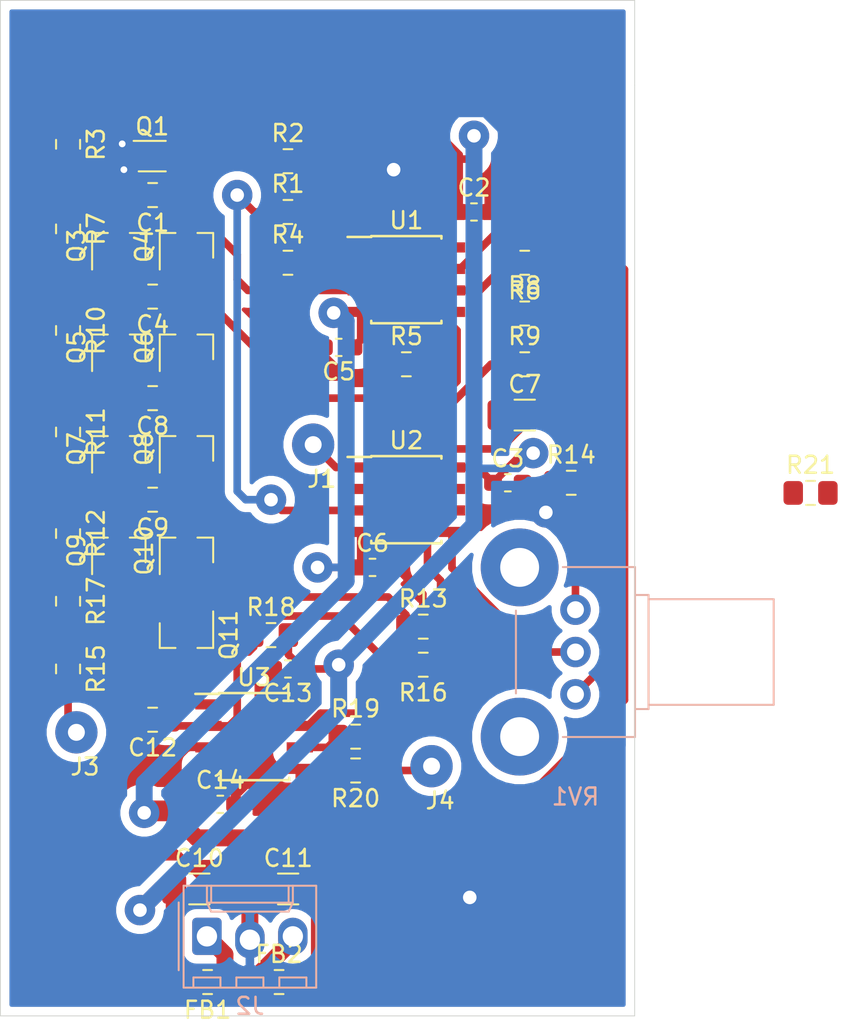
<source format=kicad_pcb>
(kicad_pcb (version 20171130) (host pcbnew "(5.1.5-0-10_14)")

  (general
    (thickness 1.6)
    (drawings 7)
    (tracks 351)
    (zones 0)
    (modules 55)
    (nets 38)
  )

  (page A4)
  (layers
    (0 F.Cu signal)
    (31 B.Cu signal)
    (32 B.Adhes user)
    (33 F.Adhes user)
    (34 B.Paste user)
    (35 F.Paste user)
    (36 B.SilkS user)
    (37 F.SilkS user)
    (38 B.Mask user)
    (39 F.Mask user)
    (40 Dwgs.User user)
    (41 Cmts.User user)
    (42 Eco1.User user)
    (43 Eco2.User user)
    (44 Edge.Cuts user)
    (45 Margin user)
    (46 B.CrtYd user)
    (47 F.CrtYd user)
    (48 B.Fab user)
    (49 F.Fab user)
  )

  (setup
    (last_trace_width 0.25)
    (user_trace_width 0.45)
    (user_trace_width 1)
    (trace_clearance 0.2)
    (zone_clearance 0.508)
    (zone_45_only no)
    (trace_min 0.2)
    (via_size 0.8)
    (via_drill 0.4)
    (via_min_size 0.4)
    (via_min_drill 0.3)
    (user_via 1.8 0.8)
    (uvia_size 0.3)
    (uvia_drill 0.1)
    (uvias_allowed no)
    (uvia_min_size 0.2)
    (uvia_min_drill 0.1)
    (edge_width 0.05)
    (segment_width 0.2)
    (pcb_text_width 0.3)
    (pcb_text_size 1.5 1.5)
    (mod_edge_width 0.12)
    (mod_text_size 1 1)
    (mod_text_width 0.15)
    (pad_size 1.524 1.524)
    (pad_drill 0.762)
    (pad_to_mask_clearance 0.051)
    (solder_mask_min_width 0.25)
    (aux_axis_origin 0 0)
    (visible_elements FFFFFF7F)
    (pcbplotparams
      (layerselection 0x01000_ffffffff)
      (usegerberextensions false)
      (usegerberattributes false)
      (usegerberadvancedattributes false)
      (creategerberjobfile false)
      (excludeedgelayer true)
      (linewidth 0.100000)
      (plotframeref false)
      (viasonmask false)
      (mode 1)
      (useauxorigin false)
      (hpglpennumber 1)
      (hpglpenspeed 20)
      (hpglpendiameter 15.000000)
      (psnegative false)
      (psa4output false)
      (plotreference true)
      (plotvalue true)
      (plotinvisibletext false)
      (padsonsilk false)
      (subtractmaskfromsilk false)
      (outputformat 4)
      (mirror false)
      (drillshape 1)
      (scaleselection 1)
      (outputdirectory ""))
  )

  (net 0 "")
  (net 1 "Net-(C1-Pad2)")
  (net 2 "Net-(C1-Pad1)")
  (net 3 GND)
  (net 4 +5V)
  (net 5 "Net-(C4-Pad2)")
  (net 6 "Net-(C4-Pad1)")
  (net 7 -5V)
  (net 8 "Net-(C7-Pad2)")
  (net 9 "Net-(C7-Pad1)")
  (net 10 "Net-(C8-Pad2)")
  (net 11 "Net-(C8-Pad1)")
  (net 12 "Net-(C9-Pad2)")
  (net 13 "Net-(C9-Pad1)")
  (net 14 "Net-(C12-Pad2)")
  (net 15 "Net-(C12-Pad1)")
  (net 16 "Net-(FB1-Pad1)")
  (net 17 "Net-(FB2-Pad1)")
  (net 18 "Net-(J3-Pad1)")
  (net 19 "Net-(J4-Pad1)")
  (net 20 "Net-(Q3-PadB)")
  (net 21 "Net-(Q5-PadB)")
  (net 22 "Net-(Q7-PadB)")
  (net 23 "Net-(Q9-PadB)")
  (net 24 "Net-(Q10-PadB)")
  (net 25 "Net-(Q11-PadB)")
  (net 26 "Net-(R1-Pad2)")
  (net 27 "Net-(R1-Pad1)")
  (net 28 "Net-(R4-Pad2)")
  (net 29 "Net-(R5-Pad2)")
  (net 30 "Net-(R6-Pad1)")
  (net 31 "Net-(R8-Pad1)")
  (net 32 "Net-(R13-Pad2)")
  (net 33 "Net-(R14-Pad2)")
  (net 34 "Net-(R19-Pad1)")
  (net 35 "Net-(RV1-Pad2)")
  (net 36 "Net-(Q1-Pad2)")
  (net 37 "Net-(J1-Pad1)")

  (net_class Default "This is the default net class."
    (clearance 0.2)
    (trace_width 0.25)
    (via_dia 0.8)
    (via_drill 0.4)
    (uvia_dia 0.3)
    (uvia_drill 0.1)
    (add_net +5V)
    (add_net -5V)
    (add_net GND)
    (add_net "Net-(C1-Pad1)")
    (add_net "Net-(C1-Pad2)")
    (add_net "Net-(C12-Pad1)")
    (add_net "Net-(C12-Pad2)")
    (add_net "Net-(C4-Pad1)")
    (add_net "Net-(C4-Pad2)")
    (add_net "Net-(C7-Pad1)")
    (add_net "Net-(C7-Pad2)")
    (add_net "Net-(C8-Pad1)")
    (add_net "Net-(C8-Pad2)")
    (add_net "Net-(C9-Pad1)")
    (add_net "Net-(C9-Pad2)")
    (add_net "Net-(FB1-Pad1)")
    (add_net "Net-(FB2-Pad1)")
    (add_net "Net-(J1-Pad1)")
    (add_net "Net-(J3-Pad1)")
    (add_net "Net-(J4-Pad1)")
    (add_net "Net-(Q1-Pad2)")
    (add_net "Net-(Q10-PadB)")
    (add_net "Net-(Q11-PadB)")
    (add_net "Net-(Q3-PadB)")
    (add_net "Net-(Q5-PadB)")
    (add_net "Net-(Q7-PadB)")
    (add_net "Net-(Q9-PadB)")
    (add_net "Net-(R1-Pad1)")
    (add_net "Net-(R1-Pad2)")
    (add_net "Net-(R13-Pad2)")
    (add_net "Net-(R14-Pad2)")
    (add_net "Net-(R19-Pad1)")
    (add_net "Net-(R4-Pad2)")
    (add_net "Net-(R5-Pad2)")
    (add_net "Net-(R6-Pad1)")
    (add_net "Net-(R8-Pad1)")
    (add_net "Net-(RV1-Pad2)")
  )

  (module synkie_footprints:SOT-666 (layer F.Cu) (tedit 5F3C4B20) (tstamp 6141C41A)
    (at 53.975 106.7)
    (descr SOT666)
    (tags SOT-666)
    (path /618DB5A2)
    (attr smd)
    (fp_text reference Q1 (at 0 -1.75) (layer F.SilkS)
      (effects (font (size 1 1) (thickness 0.15)))
    )
    (fp_text value PEMX1 (at 0 1.75 180) (layer F.Fab)
      (effects (font (size 1 1) (thickness 0.15)))
    )
    (fp_text user %R (at 0 0 90) (layer F.Fab)
      (effects (font (size 0.5 0.5) (thickness 0.075)))
    )
    (fp_line (start -0.65 -0.53) (end -0.33 -0.85) (layer F.Fab) (width 0.1))
    (fp_line (start 0.8 -0.9) (end -1.1 -0.9) (layer F.SilkS) (width 0.12))
    (fp_line (start -0.8 0.9) (end 0.8 0.9) (layer F.SilkS) (width 0.12))
    (fp_line (start -1.5 -1.1) (end 1.5 -1.1) (layer F.CrtYd) (width 0.05))
    (fp_line (start 0.65 -0.85) (end -0.33 -0.85) (layer F.Fab) (width 0.1))
    (fp_line (start -0.65 -0.53) (end -0.65 0.85) (layer F.Fab) (width 0.1))
    (fp_line (start -1.5 1.1) (end 1.5 1.1) (layer F.CrtYd) (width 0.05))
    (fp_line (start 0.65 -0.85) (end 0.65 0.85) (layer F.Fab) (width 0.1))
    (fp_line (start 0.65 0.85) (end -0.65 0.85) (layer F.Fab) (width 0.1))
    (fp_line (start -1.5 -1.1) (end -1.5 1.1) (layer F.CrtYd) (width 0.05))
    (fp_line (start 1.5 1.1) (end 1.5 -1.1) (layer F.CrtYd) (width 0.05))
    (pad 6 smd rect (at 0.85 -0.5375) (size 1 0.375) (layers F.Cu F.Paste F.Mask)
      (net 4 +5V))
    (pad 4 smd rect (at 0.85 0.5375) (size 1 0.375) (layers F.Cu F.Paste F.Mask)
      (net 2 "Net-(C1-Pad1)"))
    (pad 2 smd rect (at -0.925 0) (size 1.1 0.3) (layers F.Cu F.Paste F.Mask)
      (net 36 "Net-(Q1-Pad2)"))
    (pad 5 smd rect (at 0.925 0) (size 1.1 0.3) (layers F.Cu F.Paste F.Mask)
      (net 36 "Net-(Q1-Pad2)"))
    (pad 3 smd rect (at -0.85 0.5375) (size 1 0.375) (layers F.Cu F.Paste F.Mask)
      (net 4 +5V))
    (pad 1 smd rect (at -0.85 -0.5375) (size 1 0.375) (layers F.Cu F.Paste F.Mask)
      (net 1 "Net-(C1-Pad2)"))
    (model ${KISYS3DMOD}/Package_TO_SOT_SMD.3dshapes/SOT-666.wrl
      (at (xyz 0 0 0))
      (scale (xyz 1 1 1))
      (rotate (xyz 0 0 0))
    )
  )

  (module synkie_footprints:R_0805_2012Metric_Pad1.15x1.40mm_HandSolder (layer F.Cu) (tedit 5B36C52B) (tstamp 6141D714)
    (at 92.9 126.6)
    (descr "Resistor SMD 0805 (2012 Metric), square (rectangular) end terminal, IPC_7351 nominal with elongated pad for handsoldering. (Body size source: https://docs.google.com/spreadsheets/d/1BsfQQcO9C6DZCsRaXUlFlo91Tg2WpOkGARC1WS5S8t0/edit?usp=sharing), generated with kicad-footprint-generator")
    (tags "resistor handsolder")
    (path /61390559)
    (attr smd)
    (fp_text reference R21 (at 0 -1.65) (layer F.SilkS)
      (effects (font (size 1 1) (thickness 0.15)))
    )
    (fp_text value 75 (at 0 1.65) (layer F.Fab)
      (effects (font (size 1 1) (thickness 0.15)))
    )
    (fp_text user %R (at 0 0) (layer F.Fab)
      (effects (font (size 0.5 0.5) (thickness 0.08)))
    )
    (fp_line (start 1.85 0.95) (end -1.85 0.95) (layer F.CrtYd) (width 0.05))
    (fp_line (start 1.85 -0.95) (end 1.85 0.95) (layer F.CrtYd) (width 0.05))
    (fp_line (start -1.85 -0.95) (end 1.85 -0.95) (layer F.CrtYd) (width 0.05))
    (fp_line (start -1.85 0.95) (end -1.85 -0.95) (layer F.CrtYd) (width 0.05))
    (fp_line (start -0.261252 0.71) (end 0.261252 0.71) (layer F.SilkS) (width 0.12))
    (fp_line (start -0.261252 -0.71) (end 0.261252 -0.71) (layer F.SilkS) (width 0.12))
    (fp_line (start 1 0.6) (end -1 0.6) (layer F.Fab) (width 0.1))
    (fp_line (start 1 -0.6) (end 1 0.6) (layer F.Fab) (width 0.1))
    (fp_line (start -1 -0.6) (end 1 -0.6) (layer F.Fab) (width 0.1))
    (fp_line (start -1 0.6) (end -1 -0.6) (layer F.Fab) (width 0.1))
    (pad 2 smd roundrect (at 1.025 0) (size 1.15 1.4) (layers F.Cu F.Paste F.Mask) (roundrect_rratio 0.217391)
      (net 9 "Net-(C7-Pad1)"))
    (pad 1 smd roundrect (at -1.025 0) (size 1.15 1.4) (layers F.Cu F.Paste F.Mask) (roundrect_rratio 0.217391)
      (net 37 "Net-(J1-Pad1)"))
    (model ${KISYS3DMOD}/Resistor_SMD.3dshapes/R_0805_2012Metric.wrl
      (at (xyz 0 0 0))
      (scale (xyz 1 1 1))
      (rotate (xyz 0 0 0))
    )
  )

  (module synkie_footprints:SOIC-8_3.9x4.9mm_P1.27mm (layer F.Cu) (tedit 5A02F2D3) (tstamp 6133BA97)
    (at 60 141)
    (descr "8-Lead Plastic Small Outline (SN) - Narrow, 3.90 mm Body [SOIC] (see Microchip Packaging Specification 00000049BS.pdf)")
    (tags "SOIC 1.27")
    (path /61DBE3F3)
    (attr smd)
    (fp_text reference U3 (at 0 -3.5) (layer F.SilkS)
      (effects (font (size 1 1) (thickness 0.15)))
    )
    (fp_text value TL062 (at 0 3.5) (layer F.Fab)
      (effects (font (size 1 1) (thickness 0.15)))
    )
    (fp_line (start -2.075 -2.525) (end -3.475 -2.525) (layer F.SilkS) (width 0.15))
    (fp_line (start -2.075 2.575) (end 2.075 2.575) (layer F.SilkS) (width 0.15))
    (fp_line (start -2.075 -2.575) (end 2.075 -2.575) (layer F.SilkS) (width 0.15))
    (fp_line (start -2.075 2.575) (end -2.075 2.43) (layer F.SilkS) (width 0.15))
    (fp_line (start 2.075 2.575) (end 2.075 2.43) (layer F.SilkS) (width 0.15))
    (fp_line (start 2.075 -2.575) (end 2.075 -2.43) (layer F.SilkS) (width 0.15))
    (fp_line (start -2.075 -2.575) (end -2.075 -2.525) (layer F.SilkS) (width 0.15))
    (fp_line (start -3.73 2.7) (end 3.73 2.7) (layer F.CrtYd) (width 0.05))
    (fp_line (start -3.73 -2.7) (end 3.73 -2.7) (layer F.CrtYd) (width 0.05))
    (fp_line (start 3.73 -2.7) (end 3.73 2.7) (layer F.CrtYd) (width 0.05))
    (fp_line (start -3.73 -2.7) (end -3.73 2.7) (layer F.CrtYd) (width 0.05))
    (fp_line (start -1.95 -1.45) (end -0.95 -2.45) (layer F.Fab) (width 0.1))
    (fp_line (start -1.95 2.45) (end -1.95 -1.45) (layer F.Fab) (width 0.1))
    (fp_line (start 1.95 2.45) (end -1.95 2.45) (layer F.Fab) (width 0.1))
    (fp_line (start 1.95 -2.45) (end 1.95 2.45) (layer F.Fab) (width 0.1))
    (fp_line (start -0.95 -2.45) (end 1.95 -2.45) (layer F.Fab) (width 0.1))
    (fp_text user %R (at 0 0) (layer F.Fab)
      (effects (font (size 1 1) (thickness 0.15)))
    )
    (pad 8 smd rect (at 2.7 -1.905) (size 1.55 0.6) (layers F.Cu F.Paste F.Mask)
      (net 4 +5V))
    (pad 7 smd rect (at 2.7 -0.635) (size 1.55 0.6) (layers F.Cu F.Paste F.Mask)
      (net 25 "Net-(Q11-PadB)"))
    (pad 6 smd rect (at 2.7 0.635) (size 1.55 0.6) (layers F.Cu F.Paste F.Mask)
      (net 34 "Net-(R19-Pad1)"))
    (pad 5 smd rect (at 2.7 1.905) (size 1.55 0.6) (layers F.Cu F.Paste F.Mask)
      (net 3 GND))
    (pad 4 smd rect (at -2.7 1.905) (size 1.55 0.6) (layers F.Cu F.Paste F.Mask)
      (net 7 -5V))
    (pad 3 smd rect (at -2.7 0.635) (size 1.55 0.6) (layers F.Cu F.Paste F.Mask)
      (net 3 GND))
    (pad 2 smd rect (at -2.7 -0.635) (size 1.55 0.6) (layers F.Cu F.Paste F.Mask)
      (net 15 "Net-(C12-Pad1)"))
    (pad 1 smd rect (at -2.7 -1.905) (size 1.55 0.6) (layers F.Cu F.Paste F.Mask)
      (net 14 "Net-(C12-Pad2)"))
    (model ${KISYS3DMOD}/Package_SO.3dshapes/SOIC-8_3.9x4.9mm_P1.27mm.wrl
      (at (xyz 0 0 0))
      (scale (xyz 1 1 1))
      (rotate (xyz 0 0 0))
    )
  )

  (module synkie_footprints:SOIC-8_3.9x4.9mm_P1.27mm (layer F.Cu) (tedit 5A02F2D3) (tstamp 61339DF5)
    (at 69 127)
    (descr "8-Lead Plastic Small Outline (SN) - Narrow, 3.90 mm Body [SOIC] (see Microchip Packaging Specification 00000049BS.pdf)")
    (tags "SOIC 1.27")
    (path /61E0E1AC)
    (attr smd)
    (fp_text reference U2 (at 0 -3.5) (layer F.SilkS)
      (effects (font (size 1 1) (thickness 0.15)))
    )
    (fp_text value TL062 (at 0 3.5) (layer F.Fab)
      (effects (font (size 1 1) (thickness 0.15)))
    )
    (fp_line (start -2.075 -2.525) (end -3.475 -2.525) (layer F.SilkS) (width 0.15))
    (fp_line (start -2.075 2.575) (end 2.075 2.575) (layer F.SilkS) (width 0.15))
    (fp_line (start -2.075 -2.575) (end 2.075 -2.575) (layer F.SilkS) (width 0.15))
    (fp_line (start -2.075 2.575) (end -2.075 2.43) (layer F.SilkS) (width 0.15))
    (fp_line (start 2.075 2.575) (end 2.075 2.43) (layer F.SilkS) (width 0.15))
    (fp_line (start 2.075 -2.575) (end 2.075 -2.43) (layer F.SilkS) (width 0.15))
    (fp_line (start -2.075 -2.575) (end -2.075 -2.525) (layer F.SilkS) (width 0.15))
    (fp_line (start -3.73 2.7) (end 3.73 2.7) (layer F.CrtYd) (width 0.05))
    (fp_line (start -3.73 -2.7) (end 3.73 -2.7) (layer F.CrtYd) (width 0.05))
    (fp_line (start 3.73 -2.7) (end 3.73 2.7) (layer F.CrtYd) (width 0.05))
    (fp_line (start -3.73 -2.7) (end -3.73 2.7) (layer F.CrtYd) (width 0.05))
    (fp_line (start -1.95 -1.45) (end -0.95 -2.45) (layer F.Fab) (width 0.1))
    (fp_line (start -1.95 2.45) (end -1.95 -1.45) (layer F.Fab) (width 0.1))
    (fp_line (start 1.95 2.45) (end -1.95 2.45) (layer F.Fab) (width 0.1))
    (fp_line (start 1.95 -2.45) (end 1.95 2.45) (layer F.Fab) (width 0.1))
    (fp_line (start -0.95 -2.45) (end 1.95 -2.45) (layer F.Fab) (width 0.1))
    (fp_text user %R (at 0 0) (layer F.Fab)
      (effects (font (size 1 1) (thickness 0.15)))
    )
    (pad 8 smd rect (at 2.7 -1.905) (size 1.55 0.6) (layers F.Cu F.Paste F.Mask)
      (net 4 +5V))
    (pad 7 smd rect (at 2.7 -0.635) (size 1.55 0.6) (layers F.Cu F.Paste F.Mask)
      (net 32 "Net-(R13-Pad2)"))
    (pad 6 smd rect (at 2.7 0.635) (size 1.55 0.6) (layers F.Cu F.Paste F.Mask)
      (net 32 "Net-(R13-Pad2)"))
    (pad 5 smd rect (at 2.7 1.905) (size 1.55 0.6) (layers F.Cu F.Paste F.Mask)
      (net 35 "Net-(RV1-Pad2)"))
    (pad 4 smd rect (at -2.7 1.905) (size 1.55 0.6) (layers F.Cu F.Paste F.Mask)
      (net 7 -5V))
    (pad 3 smd rect (at -2.7 0.635) (size 1.55 0.6) (layers F.Cu F.Paste F.Mask)
      (net 27 "Net-(R1-Pad1)"))
    (pad 2 smd rect (at -2.7 -0.635) (size 1.55 0.6) (layers F.Cu F.Paste F.Mask)
      (net 31 "Net-(R8-Pad1)"))
    (pad 1 smd rect (at -2.7 -1.905) (size 1.55 0.6) (layers F.Cu F.Paste F.Mask)
      (net 9 "Net-(C7-Pad1)"))
    (model ${KISYS3DMOD}/Package_SO.3dshapes/SOIC-8_3.9x4.9mm_P1.27mm.wrl
      (at (xyz 0 0 0))
      (scale (xyz 1 1 1))
      (rotate (xyz 0 0 0))
    )
  )

  (module synkie_footprints:SOIC-8_3.9x4.9mm_P1.27mm (layer F.Cu) (tedit 5A02F2D3) (tstamp 61339DD8)
    (at 69 114)
    (descr "8-Lead Plastic Small Outline (SN) - Narrow, 3.90 mm Body [SOIC] (see Microchip Packaging Specification 00000049BS.pdf)")
    (tags "SOIC 1.27")
    (path /61DE1344)
    (attr smd)
    (fp_text reference U1 (at 0 -3.5) (layer F.SilkS)
      (effects (font (size 1 1) (thickness 0.15)))
    )
    (fp_text value TL062 (at 0 3.5) (layer F.Fab)
      (effects (font (size 1 1) (thickness 0.15)))
    )
    (fp_line (start -2.075 -2.525) (end -3.475 -2.525) (layer F.SilkS) (width 0.15))
    (fp_line (start -2.075 2.575) (end 2.075 2.575) (layer F.SilkS) (width 0.15))
    (fp_line (start -2.075 -2.575) (end 2.075 -2.575) (layer F.SilkS) (width 0.15))
    (fp_line (start -2.075 2.575) (end -2.075 2.43) (layer F.SilkS) (width 0.15))
    (fp_line (start 2.075 2.575) (end 2.075 2.43) (layer F.SilkS) (width 0.15))
    (fp_line (start 2.075 -2.575) (end 2.075 -2.43) (layer F.SilkS) (width 0.15))
    (fp_line (start -2.075 -2.575) (end -2.075 -2.525) (layer F.SilkS) (width 0.15))
    (fp_line (start -3.73 2.7) (end 3.73 2.7) (layer F.CrtYd) (width 0.05))
    (fp_line (start -3.73 -2.7) (end 3.73 -2.7) (layer F.CrtYd) (width 0.05))
    (fp_line (start 3.73 -2.7) (end 3.73 2.7) (layer F.CrtYd) (width 0.05))
    (fp_line (start -3.73 -2.7) (end -3.73 2.7) (layer F.CrtYd) (width 0.05))
    (fp_line (start -1.95 -1.45) (end -0.95 -2.45) (layer F.Fab) (width 0.1))
    (fp_line (start -1.95 2.45) (end -1.95 -1.45) (layer F.Fab) (width 0.1))
    (fp_line (start 1.95 2.45) (end -1.95 2.45) (layer F.Fab) (width 0.1))
    (fp_line (start 1.95 -2.45) (end 1.95 2.45) (layer F.Fab) (width 0.1))
    (fp_line (start -0.95 -2.45) (end 1.95 -2.45) (layer F.Fab) (width 0.1))
    (fp_text user %R (at 0 0) (layer F.Fab)
      (effects (font (size 1 1) (thickness 0.15)))
    )
    (pad 8 smd rect (at 2.7 -1.905) (size 1.55 0.6) (layers F.Cu F.Paste F.Mask)
      (net 4 +5V))
    (pad 7 smd rect (at 2.7 -0.635) (size 1.55 0.6) (layers F.Cu F.Paste F.Mask)
      (net 30 "Net-(R6-Pad1)"))
    (pad 6 smd rect (at 2.7 0.635) (size 1.55 0.6) (layers F.Cu F.Paste F.Mask)
      (net 29 "Net-(R5-Pad2)"))
    (pad 5 smd rect (at 2.7 1.905) (size 1.55 0.6) (layers F.Cu F.Paste F.Mask)
      (net 1 "Net-(C1-Pad2)"))
    (pad 4 smd rect (at -2.7 1.905) (size 1.55 0.6) (layers F.Cu F.Paste F.Mask)
      (net 7 -5V))
    (pad 3 smd rect (at -2.7 0.635) (size 1.55 0.6) (layers F.Cu F.Paste F.Mask)
      (net 2 "Net-(C1-Pad1)"))
    (pad 2 smd rect (at -2.7 -0.635) (size 1.55 0.6) (layers F.Cu F.Paste F.Mask)
      (net 28 "Net-(R4-Pad2)"))
    (pad 1 smd rect (at -2.7 -1.905) (size 1.55 0.6) (layers F.Cu F.Paste F.Mask)
      (net 26 "Net-(R1-Pad2)"))
    (model ${KISYS3DMOD}/Package_SO.3dshapes/SOIC-8_3.9x4.9mm_P1.27mm.wrl
      (at (xyz 0 0 0))
      (scale (xyz 1 1 1))
      (rotate (xyz 0 0 0))
    )
  )

  (module synkie_footprints:Potentiometer_Alps_RK09K_Single_Horizontal (layer B.Cu) (tedit 5A3D4993) (tstamp 6133D235)
    (at 79 133.5)
    (descr "Potentiometer, horizontal, Alps RK09K Single, http://www.alps.com/prod/info/E/HTML/Potentiometer/RotaryPotentiometers/RK09K/RK09K_list.html")
    (tags "Potentiometer horizontal Alps RK09K Single")
    (path /61E37275)
    (fp_text reference RV1 (at 0 11.05) (layer B.SilkS)
      (effects (font (size 1 1) (thickness 0.15)) (justify mirror))
    )
    (fp_text value niederohmig (at 0 -6.05) (layer B.Fab)
      (effects (font (size 1 1) (thickness 0.15)) (justify mirror))
    )
    (fp_text user %R (at 0 2.5) (layer B.Fab)
      (effects (font (size 1 1) (thickness 0.15)) (justify mirror))
    )
    (fp_line (start 11.85 10.05) (end -5.85 10.05) (layer B.CrtYd) (width 0.05))
    (fp_line (start 11.85 -5.1) (end 11.85 10.05) (layer B.CrtYd) (width 0.05))
    (fp_line (start -5.85 -5.1) (end 11.85 -5.1) (layer B.CrtYd) (width 0.05))
    (fp_line (start -5.85 10.05) (end -5.85 -5.1) (layer B.CrtYd) (width 0.05))
    (fp_line (start 11.72 5.62) (end 11.72 -0.62) (layer B.SilkS) (width 0.12))
    (fp_line (start 4.32 5.62) (end 4.32 -0.62) (layer B.SilkS) (width 0.12))
    (fp_line (start 4.32 -0.62) (end 11.72 -0.62) (layer B.SilkS) (width 0.12))
    (fp_line (start 4.32 5.62) (end 11.72 5.62) (layer B.SilkS) (width 0.12))
    (fp_line (start 4.32 5.87) (end 4.32 -0.87) (layer B.SilkS) (width 0.12))
    (fp_line (start 3.52 5.87) (end 3.52 -0.87) (layer B.SilkS) (width 0.12))
    (fp_line (start 3.52 -0.87) (end 4.32 -0.87) (layer B.SilkS) (width 0.12))
    (fp_line (start 3.52 5.87) (end 4.32 5.87) (layer B.SilkS) (width 0.12))
    (fp_line (start 3.52 7.521) (end 3.52 -2.52) (layer B.SilkS) (width 0.12))
    (fp_line (start -3.52 4.944) (end -3.52 0.055) (layer B.SilkS) (width 0.12))
    (fp_line (start -0.745 -2.52) (end 3.52 -2.52) (layer B.SilkS) (width 0.12))
    (fp_line (start -0.745 7.521) (end 3.52 7.521) (layer B.SilkS) (width 0.12))
    (fp_line (start 11.6 5.5) (end 4.2 5.5) (layer B.Fab) (width 0.1))
    (fp_line (start 11.6 -0.5) (end 11.6 5.5) (layer B.Fab) (width 0.1))
    (fp_line (start 4.2 -0.5) (end 11.6 -0.5) (layer B.Fab) (width 0.1))
    (fp_line (start 4.2 5.5) (end 4.2 -0.5) (layer B.Fab) (width 0.1))
    (fp_line (start 4.2 5.75) (end 3.4 5.75) (layer B.Fab) (width 0.1))
    (fp_line (start 4.2 -0.75) (end 4.2 5.75) (layer B.Fab) (width 0.1))
    (fp_line (start 3.4 -0.75) (end 4.2 -0.75) (layer B.Fab) (width 0.1))
    (fp_line (start 3.4 5.75) (end 3.4 -0.75) (layer B.Fab) (width 0.1))
    (fp_line (start 3.4 7.4) (end -3.4 7.4) (layer B.Fab) (width 0.1))
    (fp_line (start 3.4 -2.4) (end 3.4 7.4) (layer B.Fab) (width 0.1))
    (fp_line (start -3.4 -2.4) (end 3.4 -2.4) (layer B.Fab) (width 0.1))
    (fp_line (start -3.4 7.4) (end -3.4 -2.4) (layer B.Fab) (width 0.1))
    (pad "" thru_hole circle (at -3.3 -2.5) (size 4.6 4.6) (drill 2.3) (layers *.Cu *.Mask))
    (pad "" thru_hole circle (at -3.3 7.5) (size 4.6 4.6) (drill 2.3) (layers *.Cu *.Mask))
    (pad 1 thru_hole circle (at 0 0) (size 1.8 1.8) (drill 1) (layers *.Cu *.Mask)
      (net 33 "Net-(R14-Pad2)"))
    (pad 2 thru_hole circle (at 0 2.5) (size 1.8 1.8) (drill 1) (layers *.Cu *.Mask)
      (net 35 "Net-(RV1-Pad2)"))
    (pad 3 thru_hole circle (at 0 5) (size 1.8 1.8) (drill 1) (layers *.Cu *.Mask)
      (net 8 "Net-(C7-Pad2)"))
    (model ${KISYS3DMOD}/Potentiometer_THT.3dshapes/Potentiometer_Alps_RK09K_Single_Horizontal.wrl
      (at (xyz 0 0 0))
      (scale (xyz 1 1 1))
      (rotate (xyz 0 0 0))
    )
  )

  (module synkie_footprints:R_0805_2012Metric_Pad1.15x1.40mm_HandSolder (layer F.Cu) (tedit 5B36C52B) (tstamp 61339D95)
    (at 66 143 180)
    (descr "Resistor SMD 0805 (2012 Metric), square (rectangular) end terminal, IPC_7351 nominal with elongated pad for handsoldering. (Body size source: https://docs.google.com/spreadsheets/d/1BsfQQcO9C6DZCsRaXUlFlo91Tg2WpOkGARC1WS5S8t0/edit?usp=sharing), generated with kicad-footprint-generator")
    (tags "resistor handsolder")
    (path /61DDB8CA)
    (attr smd)
    (fp_text reference R20 (at 0 -1.65) (layer F.SilkS)
      (effects (font (size 1 1) (thickness 0.15)))
    )
    (fp_text value 53k (at 0 1.65) (layer F.Fab)
      (effects (font (size 1 1) (thickness 0.15)))
    )
    (fp_text user %R (at 0 0) (layer F.Fab)
      (effects (font (size 0.5 0.5) (thickness 0.08)))
    )
    (fp_line (start 1.85 0.95) (end -1.85 0.95) (layer F.CrtYd) (width 0.05))
    (fp_line (start 1.85 -0.95) (end 1.85 0.95) (layer F.CrtYd) (width 0.05))
    (fp_line (start -1.85 -0.95) (end 1.85 -0.95) (layer F.CrtYd) (width 0.05))
    (fp_line (start -1.85 0.95) (end -1.85 -0.95) (layer F.CrtYd) (width 0.05))
    (fp_line (start -0.261252 0.71) (end 0.261252 0.71) (layer F.SilkS) (width 0.12))
    (fp_line (start -0.261252 -0.71) (end 0.261252 -0.71) (layer F.SilkS) (width 0.12))
    (fp_line (start 1 0.6) (end -1 0.6) (layer F.Fab) (width 0.1))
    (fp_line (start 1 -0.6) (end 1 0.6) (layer F.Fab) (width 0.1))
    (fp_line (start -1 -0.6) (end 1 -0.6) (layer F.Fab) (width 0.1))
    (fp_line (start -1 0.6) (end -1 -0.6) (layer F.Fab) (width 0.1))
    (pad 2 smd roundrect (at 1.025 0 180) (size 1.15 1.4) (layers F.Cu F.Paste F.Mask) (roundrect_rratio 0.217391)
      (net 34 "Net-(R19-Pad1)"))
    (pad 1 smd roundrect (at -1.025 0 180) (size 1.15 1.4) (layers F.Cu F.Paste F.Mask) (roundrect_rratio 0.217391)
      (net 19 "Net-(J4-Pad1)"))
    (model ${KISYS3DMOD}/Resistor_SMD.3dshapes/R_0805_2012Metric.wrl
      (at (xyz 0 0 0))
      (scale (xyz 1 1 1))
      (rotate (xyz 0 0 0))
    )
  )

  (module synkie_footprints:R_0805_2012Metric_Pad1.15x1.40mm_HandSolder (layer F.Cu) (tedit 5B36C52B) (tstamp 61339D84)
    (at 66 141)
    (descr "Resistor SMD 0805 (2012 Metric), square (rectangular) end terminal, IPC_7351 nominal with elongated pad for handsoldering. (Body size source: https://docs.google.com/spreadsheets/d/1BsfQQcO9C6DZCsRaXUlFlo91Tg2WpOkGARC1WS5S8t0/edit?usp=sharing), generated with kicad-footprint-generator")
    (tags "resistor handsolder")
    (path /61DD7CF5)
    (attr smd)
    (fp_text reference R19 (at 0 -1.65) (layer F.SilkS)
      (effects (font (size 1 1) (thickness 0.15)))
    )
    (fp_text value 1k (at 0 1.65) (layer F.Fab)
      (effects (font (size 1 1) (thickness 0.15)))
    )
    (fp_text user %R (at 0 0) (layer F.Fab)
      (effects (font (size 0.5 0.5) (thickness 0.08)))
    )
    (fp_line (start 1.85 0.95) (end -1.85 0.95) (layer F.CrtYd) (width 0.05))
    (fp_line (start 1.85 -0.95) (end 1.85 0.95) (layer F.CrtYd) (width 0.05))
    (fp_line (start -1.85 -0.95) (end 1.85 -0.95) (layer F.CrtYd) (width 0.05))
    (fp_line (start -1.85 0.95) (end -1.85 -0.95) (layer F.CrtYd) (width 0.05))
    (fp_line (start -0.261252 0.71) (end 0.261252 0.71) (layer F.SilkS) (width 0.12))
    (fp_line (start -0.261252 -0.71) (end 0.261252 -0.71) (layer F.SilkS) (width 0.12))
    (fp_line (start 1 0.6) (end -1 0.6) (layer F.Fab) (width 0.1))
    (fp_line (start 1 -0.6) (end 1 0.6) (layer F.Fab) (width 0.1))
    (fp_line (start -1 -0.6) (end 1 -0.6) (layer F.Fab) (width 0.1))
    (fp_line (start -1 0.6) (end -1 -0.6) (layer F.Fab) (width 0.1))
    (pad 2 smd roundrect (at 1.025 0) (size 1.15 1.4) (layers F.Cu F.Paste F.Mask) (roundrect_rratio 0.217391)
      (net 25 "Net-(Q11-PadB)"))
    (pad 1 smd roundrect (at -1.025 0) (size 1.15 1.4) (layers F.Cu F.Paste F.Mask) (roundrect_rratio 0.217391)
      (net 34 "Net-(R19-Pad1)"))
    (model ${KISYS3DMOD}/Resistor_SMD.3dshapes/R_0805_2012Metric.wrl
      (at (xyz 0 0 0))
      (scale (xyz 1 1 1))
      (rotate (xyz 0 0 0))
    )
  )

  (module synkie_footprints:R_0805_2012Metric_Pad1.15x1.40mm_HandSolder (layer F.Cu) (tedit 5B36C52B) (tstamp 61339D73)
    (at 61 135)
    (descr "Resistor SMD 0805 (2012 Metric), square (rectangular) end terminal, IPC_7351 nominal with elongated pad for handsoldering. (Body size source: https://docs.google.com/spreadsheets/d/1BsfQQcO9C6DZCsRaXUlFlo91Tg2WpOkGARC1WS5S8t0/edit?usp=sharing), generated with kicad-footprint-generator")
    (tags "resistor handsolder")
    (path /61DBD3DC)
    (attr smd)
    (fp_text reference R18 (at 0 -1.65) (layer F.SilkS)
      (effects (font (size 1 1) (thickness 0.15)))
    )
    (fp_text value 470k (at 0 1.65) (layer F.Fab)
      (effects (font (size 1 1) (thickness 0.15)))
    )
    (fp_text user %R (at 0 0) (layer F.Fab)
      (effects (font (size 0.5 0.5) (thickness 0.08)))
    )
    (fp_line (start 1.85 0.95) (end -1.85 0.95) (layer F.CrtYd) (width 0.05))
    (fp_line (start 1.85 -0.95) (end 1.85 0.95) (layer F.CrtYd) (width 0.05))
    (fp_line (start -1.85 -0.95) (end 1.85 -0.95) (layer F.CrtYd) (width 0.05))
    (fp_line (start -1.85 0.95) (end -1.85 -0.95) (layer F.CrtYd) (width 0.05))
    (fp_line (start -0.261252 0.71) (end 0.261252 0.71) (layer F.SilkS) (width 0.12))
    (fp_line (start -0.261252 -0.71) (end 0.261252 -0.71) (layer F.SilkS) (width 0.12))
    (fp_line (start 1 0.6) (end -1 0.6) (layer F.Fab) (width 0.1))
    (fp_line (start 1 -0.6) (end 1 0.6) (layer F.Fab) (width 0.1))
    (fp_line (start -1 -0.6) (end 1 -0.6) (layer F.Fab) (width 0.1))
    (fp_line (start -1 0.6) (end -1 -0.6) (layer F.Fab) (width 0.1))
    (pad 2 smd roundrect (at 1.025 0) (size 1.15 1.4) (layers F.Cu F.Paste F.Mask) (roundrect_rratio 0.217391)
      (net 4 +5V))
    (pad 1 smd roundrect (at -1.025 0) (size 1.15 1.4) (layers F.Cu F.Paste F.Mask) (roundrect_rratio 0.217391)
      (net 15 "Net-(C12-Pad1)"))
    (model ${KISYS3DMOD}/Resistor_SMD.3dshapes/R_0805_2012Metric.wrl
      (at (xyz 0 0 0))
      (scale (xyz 1 1 1))
      (rotate (xyz 0 0 0))
    )
  )

  (module synkie_footprints:R_0805_2012Metric_Pad1.15x1.40mm_HandSolder (layer F.Cu) (tedit 5B36C52B) (tstamp 61339D62)
    (at 49 133 270)
    (descr "Resistor SMD 0805 (2012 Metric), square (rectangular) end terminal, IPC_7351 nominal with elongated pad for handsoldering. (Body size source: https://docs.google.com/spreadsheets/d/1BsfQQcO9C6DZCsRaXUlFlo91Tg2WpOkGARC1WS5S8t0/edit?usp=sharing), generated with kicad-footprint-generator")
    (tags "resistor handsolder")
    (path /61DB726C)
    (attr smd)
    (fp_text reference R17 (at 0 -1.65 90) (layer F.SilkS)
      (effects (font (size 1 1) (thickness 0.15)))
    )
    (fp_text value 1k (at 0 1.65 90) (layer F.Fab)
      (effects (font (size 1 1) (thickness 0.15)))
    )
    (fp_text user %R (at 0 0 90) (layer F.Fab)
      (effects (font (size 0.5 0.5) (thickness 0.08)))
    )
    (fp_line (start 1.85 0.95) (end -1.85 0.95) (layer F.CrtYd) (width 0.05))
    (fp_line (start 1.85 -0.95) (end 1.85 0.95) (layer F.CrtYd) (width 0.05))
    (fp_line (start -1.85 -0.95) (end 1.85 -0.95) (layer F.CrtYd) (width 0.05))
    (fp_line (start -1.85 0.95) (end -1.85 -0.95) (layer F.CrtYd) (width 0.05))
    (fp_line (start -0.261252 0.71) (end 0.261252 0.71) (layer F.SilkS) (width 0.12))
    (fp_line (start -0.261252 -0.71) (end 0.261252 -0.71) (layer F.SilkS) (width 0.12))
    (fp_line (start 1 0.6) (end -1 0.6) (layer F.Fab) (width 0.1))
    (fp_line (start 1 -0.6) (end 1 0.6) (layer F.Fab) (width 0.1))
    (fp_line (start -1 -0.6) (end 1 -0.6) (layer F.Fab) (width 0.1))
    (fp_line (start -1 0.6) (end -1 -0.6) (layer F.Fab) (width 0.1))
    (pad 2 smd roundrect (at 1.025 0 270) (size 1.15 1.4) (layers F.Cu F.Paste F.Mask) (roundrect_rratio 0.217391)
      (net 23 "Net-(Q9-PadB)"))
    (pad 1 smd roundrect (at -1.025 0 270) (size 1.15 1.4) (layers F.Cu F.Paste F.Mask) (roundrect_rratio 0.217391)
      (net 3 GND))
    (model ${KISYS3DMOD}/Resistor_SMD.3dshapes/R_0805_2012Metric.wrl
      (at (xyz 0 0 0))
      (scale (xyz 1 1 1))
      (rotate (xyz 0 0 0))
    )
  )

  (module synkie_footprints:R_0805_2012Metric_Pad1.15x1.40mm_HandSolder (layer F.Cu) (tedit 5B36C52B) (tstamp 6133D61F)
    (at 70 136.75 180)
    (descr "Resistor SMD 0805 (2012 Metric), square (rectangular) end terminal, IPC_7351 nominal with elongated pad for handsoldering. (Body size source: https://docs.google.com/spreadsheets/d/1BsfQQcO9C6DZCsRaXUlFlo91Tg2WpOkGARC1WS5S8t0/edit?usp=sharing), generated with kicad-footprint-generator")
    (tags "resistor handsolder")
    (path /61E553B4)
    (attr smd)
    (fp_text reference R16 (at 0 -1.65) (layer F.SilkS)
      (effects (font (size 1 1) (thickness 0.15)))
    )
    (fp_text value 1k (at 0 1.65) (layer F.Fab)
      (effects (font (size 1 1) (thickness 0.15)))
    )
    (fp_text user %R (at 0 0) (layer F.Fab)
      (effects (font (size 0.5 0.5) (thickness 0.08)))
    )
    (fp_line (start 1.85 0.95) (end -1.85 0.95) (layer F.CrtYd) (width 0.05))
    (fp_line (start 1.85 -0.95) (end 1.85 0.95) (layer F.CrtYd) (width 0.05))
    (fp_line (start -1.85 -0.95) (end 1.85 -0.95) (layer F.CrtYd) (width 0.05))
    (fp_line (start -1.85 0.95) (end -1.85 -0.95) (layer F.CrtYd) (width 0.05))
    (fp_line (start -0.261252 0.71) (end 0.261252 0.71) (layer F.SilkS) (width 0.12))
    (fp_line (start -0.261252 -0.71) (end 0.261252 -0.71) (layer F.SilkS) (width 0.12))
    (fp_line (start 1 0.6) (end -1 0.6) (layer F.Fab) (width 0.1))
    (fp_line (start 1 -0.6) (end 1 0.6) (layer F.Fab) (width 0.1))
    (fp_line (start -1 -0.6) (end 1 -0.6) (layer F.Fab) (width 0.1))
    (fp_line (start -1 0.6) (end -1 -0.6) (layer F.Fab) (width 0.1))
    (pad 2 smd roundrect (at 1.025 0 180) (size 1.15 1.4) (layers F.Cu F.Paste F.Mask) (roundrect_rratio 0.217391)
      (net 24 "Net-(Q10-PadB)"))
    (pad 1 smd roundrect (at -1.025 0 180) (size 1.15 1.4) (layers F.Cu F.Paste F.Mask) (roundrect_rratio 0.217391)
      (net 3 GND))
    (model ${KISYS3DMOD}/Resistor_SMD.3dshapes/R_0805_2012Metric.wrl
      (at (xyz 0 0 0))
      (scale (xyz 1 1 1))
      (rotate (xyz 0 0 0))
    )
  )

  (module synkie_footprints:R_0805_2012Metric_Pad1.15x1.40mm_HandSolder (layer F.Cu) (tedit 5B36C52B) (tstamp 61339D40)
    (at 49 137 270)
    (descr "Resistor SMD 0805 (2012 Metric), square (rectangular) end terminal, IPC_7351 nominal with elongated pad for handsoldering. (Body size source: https://docs.google.com/spreadsheets/d/1BsfQQcO9C6DZCsRaXUlFlo91Tg2WpOkGARC1WS5S8t0/edit?usp=sharing), generated with kicad-footprint-generator")
    (tags "resistor handsolder")
    (path /61DB6AD8)
    (attr smd)
    (fp_text reference R15 (at 0 -1.65 90) (layer F.SilkS)
      (effects (font (size 1 1) (thickness 0.15)))
    )
    (fp_text value 100k (at 0 1.65 90) (layer F.Fab)
      (effects (font (size 1 1) (thickness 0.15)))
    )
    (fp_text user %R (at 0 0 90) (layer F.Fab)
      (effects (font (size 0.5 0.5) (thickness 0.08)))
    )
    (fp_line (start 1.85 0.95) (end -1.85 0.95) (layer F.CrtYd) (width 0.05))
    (fp_line (start 1.85 -0.95) (end 1.85 0.95) (layer F.CrtYd) (width 0.05))
    (fp_line (start -1.85 -0.95) (end 1.85 -0.95) (layer F.CrtYd) (width 0.05))
    (fp_line (start -1.85 0.95) (end -1.85 -0.95) (layer F.CrtYd) (width 0.05))
    (fp_line (start -0.261252 0.71) (end 0.261252 0.71) (layer F.SilkS) (width 0.12))
    (fp_line (start -0.261252 -0.71) (end 0.261252 -0.71) (layer F.SilkS) (width 0.12))
    (fp_line (start 1 0.6) (end -1 0.6) (layer F.Fab) (width 0.1))
    (fp_line (start 1 -0.6) (end 1 0.6) (layer F.Fab) (width 0.1))
    (fp_line (start -1 -0.6) (end 1 -0.6) (layer F.Fab) (width 0.1))
    (fp_line (start -1 0.6) (end -1 -0.6) (layer F.Fab) (width 0.1))
    (pad 2 smd roundrect (at 1.025 0 270) (size 1.15 1.4) (layers F.Cu F.Paste F.Mask) (roundrect_rratio 0.217391)
      (net 18 "Net-(J3-Pad1)"))
    (pad 1 smd roundrect (at -1.025 0 270) (size 1.15 1.4) (layers F.Cu F.Paste F.Mask) (roundrect_rratio 0.217391)
      (net 23 "Net-(Q9-PadB)"))
    (model ${KISYS3DMOD}/Resistor_SMD.3dshapes/R_0805_2012Metric.wrl
      (at (xyz 0 0 0))
      (scale (xyz 1 1 1))
      (rotate (xyz 0 0 0))
    )
  )

  (module synkie_footprints:R_0805_2012Metric_Pad1.15x1.40mm_HandSolder (layer F.Cu) (tedit 5B36C52B) (tstamp 61339D2F)
    (at 78.75 126)
    (descr "Resistor SMD 0805 (2012 Metric), square (rectangular) end terminal, IPC_7351 nominal with elongated pad for handsoldering. (Body size source: https://docs.google.com/spreadsheets/d/1BsfQQcO9C6DZCsRaXUlFlo91Tg2WpOkGARC1WS5S8t0/edit?usp=sharing), generated with kicad-footprint-generator")
    (tags "resistor handsolder")
    (path /61E40366)
    (attr smd)
    (fp_text reference R14 (at 0 -1.65) (layer F.SilkS)
      (effects (font (size 1 1) (thickness 0.15)))
    )
    (fp_text value 1k (at 0 1.65) (layer F.Fab)
      (effects (font (size 1 1) (thickness 0.15)))
    )
    (fp_text user %R (at 0 0) (layer F.Fab)
      (effects (font (size 0.5 0.5) (thickness 0.08)))
    )
    (fp_line (start 1.85 0.95) (end -1.85 0.95) (layer F.CrtYd) (width 0.05))
    (fp_line (start 1.85 -0.95) (end 1.85 0.95) (layer F.CrtYd) (width 0.05))
    (fp_line (start -1.85 -0.95) (end 1.85 -0.95) (layer F.CrtYd) (width 0.05))
    (fp_line (start -1.85 0.95) (end -1.85 -0.95) (layer F.CrtYd) (width 0.05))
    (fp_line (start -0.261252 0.71) (end 0.261252 0.71) (layer F.SilkS) (width 0.12))
    (fp_line (start -0.261252 -0.71) (end 0.261252 -0.71) (layer F.SilkS) (width 0.12))
    (fp_line (start 1 0.6) (end -1 0.6) (layer F.Fab) (width 0.1))
    (fp_line (start 1 -0.6) (end 1 0.6) (layer F.Fab) (width 0.1))
    (fp_line (start -1 -0.6) (end 1 -0.6) (layer F.Fab) (width 0.1))
    (fp_line (start -1 0.6) (end -1 -0.6) (layer F.Fab) (width 0.1))
    (pad 2 smd roundrect (at 1.025 0) (size 1.15 1.4) (layers F.Cu F.Paste F.Mask) (roundrect_rratio 0.217391)
      (net 33 "Net-(R14-Pad2)"))
    (pad 1 smd roundrect (at -1.025 0) (size 1.15 1.4) (layers F.Cu F.Paste F.Mask) (roundrect_rratio 0.217391)
      (net 3 GND))
    (model ${KISYS3DMOD}/Resistor_SMD.3dshapes/R_0805_2012Metric.wrl
      (at (xyz 0 0 0))
      (scale (xyz 1 1 1))
      (rotate (xyz 0 0 0))
    )
  )

  (module synkie_footprints:R_0805_2012Metric_Pad1.15x1.40mm_HandSolder (layer F.Cu) (tedit 5B36C52B) (tstamp 6133D55F)
    (at 70 134.5)
    (descr "Resistor SMD 0805 (2012 Metric), square (rectangular) end terminal, IPC_7351 nominal with elongated pad for handsoldering. (Body size source: https://docs.google.com/spreadsheets/d/1BsfQQcO9C6DZCsRaXUlFlo91Tg2WpOkGARC1WS5S8t0/edit?usp=sharing), generated with kicad-footprint-generator")
    (tags "resistor handsolder")
    (path /61E556ED)
    (attr smd)
    (fp_text reference R13 (at 0 -1.65) (layer F.SilkS)
      (effects (font (size 1 1) (thickness 0.15)))
    )
    (fp_text value 100k (at 0 1.65) (layer F.Fab)
      (effects (font (size 1 1) (thickness 0.15)))
    )
    (fp_text user %R (at 0 0) (layer F.Fab)
      (effects (font (size 0.5 0.5) (thickness 0.08)))
    )
    (fp_line (start 1.85 0.95) (end -1.85 0.95) (layer F.CrtYd) (width 0.05))
    (fp_line (start 1.85 -0.95) (end 1.85 0.95) (layer F.CrtYd) (width 0.05))
    (fp_line (start -1.85 -0.95) (end 1.85 -0.95) (layer F.CrtYd) (width 0.05))
    (fp_line (start -1.85 0.95) (end -1.85 -0.95) (layer F.CrtYd) (width 0.05))
    (fp_line (start -0.261252 0.71) (end 0.261252 0.71) (layer F.SilkS) (width 0.12))
    (fp_line (start -0.261252 -0.71) (end 0.261252 -0.71) (layer F.SilkS) (width 0.12))
    (fp_line (start 1 0.6) (end -1 0.6) (layer F.Fab) (width 0.1))
    (fp_line (start 1 -0.6) (end 1 0.6) (layer F.Fab) (width 0.1))
    (fp_line (start -1 -0.6) (end 1 -0.6) (layer F.Fab) (width 0.1))
    (fp_line (start -1 0.6) (end -1 -0.6) (layer F.Fab) (width 0.1))
    (pad 2 smd roundrect (at 1.025 0) (size 1.15 1.4) (layers F.Cu F.Paste F.Mask) (roundrect_rratio 0.217391)
      (net 32 "Net-(R13-Pad2)"))
    (pad 1 smd roundrect (at -1.025 0) (size 1.15 1.4) (layers F.Cu F.Paste F.Mask) (roundrect_rratio 0.217391)
      (net 24 "Net-(Q10-PadB)"))
    (model ${KISYS3DMOD}/Resistor_SMD.3dshapes/R_0805_2012Metric.wrl
      (at (xyz 0 0 0))
      (scale (xyz 1 1 1))
      (rotate (xyz 0 0 0))
    )
  )

  (module synkie_footprints:R_0805_2012Metric_Pad1.15x1.40mm_HandSolder (layer F.Cu) (tedit 5B36C52B) (tstamp 61339D0D)
    (at 49 129 270)
    (descr "Resistor SMD 0805 (2012 Metric), square (rectangular) end terminal, IPC_7351 nominal with elongated pad for handsoldering. (Body size source: https://docs.google.com/spreadsheets/d/1BsfQQcO9C6DZCsRaXUlFlo91Tg2WpOkGARC1WS5S8t0/edit?usp=sharing), generated with kicad-footprint-generator")
    (tags "resistor handsolder")
    (path /61DAC5C8)
    (attr smd)
    (fp_text reference R12 (at 0 -1.65 90) (layer F.SilkS)
      (effects (font (size 1 1) (thickness 0.15)))
    )
    (fp_text value 470 (at 0 1.65 90) (layer F.Fab)
      (effects (font (size 1 1) (thickness 0.15)))
    )
    (fp_text user %R (at 0 0 90) (layer F.Fab)
      (effects (font (size 0.5 0.5) (thickness 0.08)))
    )
    (fp_line (start 1.85 0.95) (end -1.85 0.95) (layer F.CrtYd) (width 0.05))
    (fp_line (start 1.85 -0.95) (end 1.85 0.95) (layer F.CrtYd) (width 0.05))
    (fp_line (start -1.85 -0.95) (end 1.85 -0.95) (layer F.CrtYd) (width 0.05))
    (fp_line (start -1.85 0.95) (end -1.85 -0.95) (layer F.CrtYd) (width 0.05))
    (fp_line (start -0.261252 0.71) (end 0.261252 0.71) (layer F.SilkS) (width 0.12))
    (fp_line (start -0.261252 -0.71) (end 0.261252 -0.71) (layer F.SilkS) (width 0.12))
    (fp_line (start 1 0.6) (end -1 0.6) (layer F.Fab) (width 0.1))
    (fp_line (start 1 -0.6) (end 1 0.6) (layer F.Fab) (width 0.1))
    (fp_line (start -1 -0.6) (end 1 -0.6) (layer F.Fab) (width 0.1))
    (fp_line (start -1 0.6) (end -1 -0.6) (layer F.Fab) (width 0.1))
    (pad 2 smd roundrect (at 1.025 0 270) (size 1.15 1.4) (layers F.Cu F.Paste F.Mask) (roundrect_rratio 0.217391)
      (net 3 GND))
    (pad 1 smd roundrect (at -1.025 0 270) (size 1.15 1.4) (layers F.Cu F.Paste F.Mask) (roundrect_rratio 0.217391)
      (net 22 "Net-(Q7-PadB)"))
    (model ${KISYS3DMOD}/Resistor_SMD.3dshapes/R_0805_2012Metric.wrl
      (at (xyz 0 0 0))
      (scale (xyz 1 1 1))
      (rotate (xyz 0 0 0))
    )
  )

  (module synkie_footprints:R_0805_2012Metric_Pad1.15x1.40mm_HandSolder (layer F.Cu) (tedit 5B36C52B) (tstamp 61339CFC)
    (at 49 123 270)
    (descr "Resistor SMD 0805 (2012 Metric), square (rectangular) end terminal, IPC_7351 nominal with elongated pad for handsoldering. (Body size source: https://docs.google.com/spreadsheets/d/1BsfQQcO9C6DZCsRaXUlFlo91Tg2WpOkGARC1WS5S8t0/edit?usp=sharing), generated with kicad-footprint-generator")
    (tags "resistor handsolder")
    (path /61DA95BA)
    (attr smd)
    (fp_text reference R11 (at 0 -1.65 90) (layer F.SilkS)
      (effects (font (size 1 1) (thickness 0.15)))
    )
    (fp_text value 470 (at 0 1.65 90) (layer F.Fab)
      (effects (font (size 1 1) (thickness 0.15)))
    )
    (fp_text user %R (at 0 0 90) (layer F.Fab)
      (effects (font (size 0.5 0.5) (thickness 0.08)))
    )
    (fp_line (start 1.85 0.95) (end -1.85 0.95) (layer F.CrtYd) (width 0.05))
    (fp_line (start 1.85 -0.95) (end 1.85 0.95) (layer F.CrtYd) (width 0.05))
    (fp_line (start -1.85 -0.95) (end 1.85 -0.95) (layer F.CrtYd) (width 0.05))
    (fp_line (start -1.85 0.95) (end -1.85 -0.95) (layer F.CrtYd) (width 0.05))
    (fp_line (start -0.261252 0.71) (end 0.261252 0.71) (layer F.SilkS) (width 0.12))
    (fp_line (start -0.261252 -0.71) (end 0.261252 -0.71) (layer F.SilkS) (width 0.12))
    (fp_line (start 1 0.6) (end -1 0.6) (layer F.Fab) (width 0.1))
    (fp_line (start 1 -0.6) (end 1 0.6) (layer F.Fab) (width 0.1))
    (fp_line (start -1 -0.6) (end 1 -0.6) (layer F.Fab) (width 0.1))
    (fp_line (start -1 0.6) (end -1 -0.6) (layer F.Fab) (width 0.1))
    (pad 2 smd roundrect (at 1.025 0 270) (size 1.15 1.4) (layers F.Cu F.Paste F.Mask) (roundrect_rratio 0.217391)
      (net 22 "Net-(Q7-PadB)"))
    (pad 1 smd roundrect (at -1.025 0 270) (size 1.15 1.4) (layers F.Cu F.Paste F.Mask) (roundrect_rratio 0.217391)
      (net 21 "Net-(Q5-PadB)"))
    (model ${KISYS3DMOD}/Resistor_SMD.3dshapes/R_0805_2012Metric.wrl
      (at (xyz 0 0 0))
      (scale (xyz 1 1 1))
      (rotate (xyz 0 0 0))
    )
  )

  (module synkie_footprints:R_0805_2012Metric_Pad1.15x1.40mm_HandSolder (layer F.Cu) (tedit 5B36C52B) (tstamp 61339CEB)
    (at 49 117 270)
    (descr "Resistor SMD 0805 (2012 Metric), square (rectangular) end terminal, IPC_7351 nominal with elongated pad for handsoldering. (Body size source: https://docs.google.com/spreadsheets/d/1BsfQQcO9C6DZCsRaXUlFlo91Tg2WpOkGARC1WS5S8t0/edit?usp=sharing), generated with kicad-footprint-generator")
    (tags "resistor handsolder")
    (path /61DA7479)
    (attr smd)
    (fp_text reference R10 (at 0 -1.65 90) (layer F.SilkS)
      (effects (font (size 1 1) (thickness 0.15)))
    )
    (fp_text value 470 (at 0 1.65 90) (layer F.Fab)
      (effects (font (size 1 1) (thickness 0.15)))
    )
    (fp_text user %R (at 0 0 90) (layer F.Fab)
      (effects (font (size 0.5 0.5) (thickness 0.08)))
    )
    (fp_line (start 1.85 0.95) (end -1.85 0.95) (layer F.CrtYd) (width 0.05))
    (fp_line (start 1.85 -0.95) (end 1.85 0.95) (layer F.CrtYd) (width 0.05))
    (fp_line (start -1.85 -0.95) (end 1.85 -0.95) (layer F.CrtYd) (width 0.05))
    (fp_line (start -1.85 0.95) (end -1.85 -0.95) (layer F.CrtYd) (width 0.05))
    (fp_line (start -0.261252 0.71) (end 0.261252 0.71) (layer F.SilkS) (width 0.12))
    (fp_line (start -0.261252 -0.71) (end 0.261252 -0.71) (layer F.SilkS) (width 0.12))
    (fp_line (start 1 0.6) (end -1 0.6) (layer F.Fab) (width 0.1))
    (fp_line (start 1 -0.6) (end 1 0.6) (layer F.Fab) (width 0.1))
    (fp_line (start -1 -0.6) (end 1 -0.6) (layer F.Fab) (width 0.1))
    (fp_line (start -1 0.6) (end -1 -0.6) (layer F.Fab) (width 0.1))
    (pad 2 smd roundrect (at 1.025 0 270) (size 1.15 1.4) (layers F.Cu F.Paste F.Mask) (roundrect_rratio 0.217391)
      (net 21 "Net-(Q5-PadB)"))
    (pad 1 smd roundrect (at -1.025 0 270) (size 1.15 1.4) (layers F.Cu F.Paste F.Mask) (roundrect_rratio 0.217391)
      (net 20 "Net-(Q3-PadB)"))
    (model ${KISYS3DMOD}/Resistor_SMD.3dshapes/R_0805_2012Metric.wrl
      (at (xyz 0 0 0))
      (scale (xyz 1 1 1))
      (rotate (xyz 0 0 0))
    )
  )

  (module synkie_footprints:R_0805_2012Metric_Pad1.15x1.40mm_HandSolder (layer F.Cu) (tedit 5B36C52B) (tstamp 61339CDA)
    (at 76 119)
    (descr "Resistor SMD 0805 (2012 Metric), square (rectangular) end terminal, IPC_7351 nominal with elongated pad for handsoldering. (Body size source: https://docs.google.com/spreadsheets/d/1BsfQQcO9C6DZCsRaXUlFlo91Tg2WpOkGARC1WS5S8t0/edit?usp=sharing), generated with kicad-footprint-generator")
    (tags "resistor handsolder")
    (path /61E2275B)
    (attr smd)
    (fp_text reference R9 (at 0 -1.65) (layer F.SilkS)
      (effects (font (size 1 1) (thickness 0.15)))
    )
    (fp_text value 47k (at 0 1.65) (layer F.Fab)
      (effects (font (size 1 1) (thickness 0.15)))
    )
    (fp_text user %R (at 0 0) (layer F.Fab)
      (effects (font (size 0.5 0.5) (thickness 0.08)))
    )
    (fp_line (start 1.85 0.95) (end -1.85 0.95) (layer F.CrtYd) (width 0.05))
    (fp_line (start 1.85 -0.95) (end 1.85 0.95) (layer F.CrtYd) (width 0.05))
    (fp_line (start -1.85 -0.95) (end 1.85 -0.95) (layer F.CrtYd) (width 0.05))
    (fp_line (start -1.85 0.95) (end -1.85 -0.95) (layer F.CrtYd) (width 0.05))
    (fp_line (start -0.261252 0.71) (end 0.261252 0.71) (layer F.SilkS) (width 0.12))
    (fp_line (start -0.261252 -0.71) (end 0.261252 -0.71) (layer F.SilkS) (width 0.12))
    (fp_line (start 1 0.6) (end -1 0.6) (layer F.Fab) (width 0.1))
    (fp_line (start 1 -0.6) (end 1 0.6) (layer F.Fab) (width 0.1))
    (fp_line (start -1 -0.6) (end 1 -0.6) (layer F.Fab) (width 0.1))
    (fp_line (start -1 0.6) (end -1 -0.6) (layer F.Fab) (width 0.1))
    (pad 2 smd roundrect (at 1.025 0) (size 1.15 1.4) (layers F.Cu F.Paste F.Mask) (roundrect_rratio 0.217391)
      (net 31 "Net-(R8-Pad1)"))
    (pad 1 smd roundrect (at -1.025 0) (size 1.15 1.4) (layers F.Cu F.Paste F.Mask) (roundrect_rratio 0.217391)
      (net 9 "Net-(C7-Pad1)"))
    (model ${KISYS3DMOD}/Resistor_SMD.3dshapes/R_0805_2012Metric.wrl
      (at (xyz 0 0 0))
      (scale (xyz 1 1 1))
      (rotate (xyz 0 0 0))
    )
  )

  (module synkie_footprints:R_0805_2012Metric_Pad1.15x1.40mm_HandSolder (layer F.Cu) (tedit 5B36C52B) (tstamp 61339CC9)
    (at 76 116)
    (descr "Resistor SMD 0805 (2012 Metric), square (rectangular) end terminal, IPC_7351 nominal with elongated pad for handsoldering. (Body size source: https://docs.google.com/spreadsheets/d/1BsfQQcO9C6DZCsRaXUlFlo91Tg2WpOkGARC1WS5S8t0/edit?usp=sharing), generated with kicad-footprint-generator")
    (tags "resistor handsolder")
    (path /61E050EA)
    (attr smd)
    (fp_text reference R8 (at 0 -1.65) (layer F.SilkS)
      (effects (font (size 1 1) (thickness 0.15)))
    )
    (fp_text value 4k7 (at 0 1.65) (layer F.Fab)
      (effects (font (size 1 1) (thickness 0.15)))
    )
    (fp_text user %R (at 0 0) (layer F.Fab)
      (effects (font (size 0.5 0.5) (thickness 0.08)))
    )
    (fp_line (start 1.85 0.95) (end -1.85 0.95) (layer F.CrtYd) (width 0.05))
    (fp_line (start 1.85 -0.95) (end 1.85 0.95) (layer F.CrtYd) (width 0.05))
    (fp_line (start -1.85 -0.95) (end 1.85 -0.95) (layer F.CrtYd) (width 0.05))
    (fp_line (start -1.85 0.95) (end -1.85 -0.95) (layer F.CrtYd) (width 0.05))
    (fp_line (start -0.261252 0.71) (end 0.261252 0.71) (layer F.SilkS) (width 0.12))
    (fp_line (start -0.261252 -0.71) (end 0.261252 -0.71) (layer F.SilkS) (width 0.12))
    (fp_line (start 1 0.6) (end -1 0.6) (layer F.Fab) (width 0.1))
    (fp_line (start 1 -0.6) (end 1 0.6) (layer F.Fab) (width 0.1))
    (fp_line (start -1 -0.6) (end 1 -0.6) (layer F.Fab) (width 0.1))
    (fp_line (start -1 0.6) (end -1 -0.6) (layer F.Fab) (width 0.1))
    (pad 2 smd roundrect (at 1.025 0) (size 1.15 1.4) (layers F.Cu F.Paste F.Mask) (roundrect_rratio 0.217391)
      (net 30 "Net-(R6-Pad1)"))
    (pad 1 smd roundrect (at -1.025 0) (size 1.15 1.4) (layers F.Cu F.Paste F.Mask) (roundrect_rratio 0.217391)
      (net 31 "Net-(R8-Pad1)"))
    (model ${KISYS3DMOD}/Resistor_SMD.3dshapes/R_0805_2012Metric.wrl
      (at (xyz 0 0 0))
      (scale (xyz 1 1 1))
      (rotate (xyz 0 0 0))
    )
  )

  (module synkie_footprints:R_0805_2012Metric_Pad1.15x1.40mm_HandSolder (layer F.Cu) (tedit 5B36C52B) (tstamp 61339CB8)
    (at 49 111 270)
    (descr "Resistor SMD 0805 (2012 Metric), square (rectangular) end terminal, IPC_7351 nominal with elongated pad for handsoldering. (Body size source: https://docs.google.com/spreadsheets/d/1BsfQQcO9C6DZCsRaXUlFlo91Tg2WpOkGARC1WS5S8t0/edit?usp=sharing), generated with kicad-footprint-generator")
    (tags "resistor handsolder")
    (path /61DA37E4)
    (attr smd)
    (fp_text reference R7 (at 0 -1.65 90) (layer F.SilkS)
      (effects (font (size 1 1) (thickness 0.15)))
    )
    (fp_text value 470 (at 0 1.65 90) (layer F.Fab)
      (effects (font (size 1 1) (thickness 0.15)))
    )
    (fp_text user %R (at 0 0 90) (layer F.Fab)
      (effects (font (size 0.5 0.5) (thickness 0.08)))
    )
    (fp_line (start 1.85 0.95) (end -1.85 0.95) (layer F.CrtYd) (width 0.05))
    (fp_line (start 1.85 -0.95) (end 1.85 0.95) (layer F.CrtYd) (width 0.05))
    (fp_line (start -1.85 -0.95) (end 1.85 -0.95) (layer F.CrtYd) (width 0.05))
    (fp_line (start -1.85 0.95) (end -1.85 -0.95) (layer F.CrtYd) (width 0.05))
    (fp_line (start -0.261252 0.71) (end 0.261252 0.71) (layer F.SilkS) (width 0.12))
    (fp_line (start -0.261252 -0.71) (end 0.261252 -0.71) (layer F.SilkS) (width 0.12))
    (fp_line (start 1 0.6) (end -1 0.6) (layer F.Fab) (width 0.1))
    (fp_line (start 1 -0.6) (end 1 0.6) (layer F.Fab) (width 0.1))
    (fp_line (start -1 -0.6) (end 1 -0.6) (layer F.Fab) (width 0.1))
    (fp_line (start -1 0.6) (end -1 -0.6) (layer F.Fab) (width 0.1))
    (pad 2 smd roundrect (at 1.025 0 270) (size 1.15 1.4) (layers F.Cu F.Paste F.Mask) (roundrect_rratio 0.217391)
      (net 20 "Net-(Q3-PadB)"))
    (pad 1 smd roundrect (at -1.025 0 270) (size 1.15 1.4) (layers F.Cu F.Paste F.Mask) (roundrect_rratio 0.217391)
      (net 36 "Net-(Q1-Pad2)"))
    (model ${KISYS3DMOD}/Resistor_SMD.3dshapes/R_0805_2012Metric.wrl
      (at (xyz 0 0 0))
      (scale (xyz 1 1 1))
      (rotate (xyz 0 0 0))
    )
  )

  (module synkie_footprints:R_0805_2012Metric_Pad1.15x1.40mm_HandSolder (layer F.Cu) (tedit 5B36C52B) (tstamp 61339CA7)
    (at 76 113 180)
    (descr "Resistor SMD 0805 (2012 Metric), square (rectangular) end terminal, IPC_7351 nominal with elongated pad for handsoldering. (Body size source: https://docs.google.com/spreadsheets/d/1BsfQQcO9C6DZCsRaXUlFlo91Tg2WpOkGARC1WS5S8t0/edit?usp=sharing), generated with kicad-footprint-generator")
    (tags "resistor handsolder")
    (path /61DFE6A2)
    (attr smd)
    (fp_text reference R6 (at 0 -1.65) (layer F.SilkS)
      (effects (font (size 1 1) (thickness 0.15)))
    )
    (fp_text value 10k (at 0 1.65) (layer F.Fab)
      (effects (font (size 1 1) (thickness 0.15)))
    )
    (fp_text user %R (at 0 0) (layer F.Fab)
      (effects (font (size 0.5 0.5) (thickness 0.08)))
    )
    (fp_line (start 1.85 0.95) (end -1.85 0.95) (layer F.CrtYd) (width 0.05))
    (fp_line (start 1.85 -0.95) (end 1.85 0.95) (layer F.CrtYd) (width 0.05))
    (fp_line (start -1.85 -0.95) (end 1.85 -0.95) (layer F.CrtYd) (width 0.05))
    (fp_line (start -1.85 0.95) (end -1.85 -0.95) (layer F.CrtYd) (width 0.05))
    (fp_line (start -0.261252 0.71) (end 0.261252 0.71) (layer F.SilkS) (width 0.12))
    (fp_line (start -0.261252 -0.71) (end 0.261252 -0.71) (layer F.SilkS) (width 0.12))
    (fp_line (start 1 0.6) (end -1 0.6) (layer F.Fab) (width 0.1))
    (fp_line (start 1 -0.6) (end 1 0.6) (layer F.Fab) (width 0.1))
    (fp_line (start -1 -0.6) (end 1 -0.6) (layer F.Fab) (width 0.1))
    (fp_line (start -1 0.6) (end -1 -0.6) (layer F.Fab) (width 0.1))
    (pad 2 smd roundrect (at 1.025 0 180) (size 1.15 1.4) (layers F.Cu F.Paste F.Mask) (roundrect_rratio 0.217391)
      (net 29 "Net-(R5-Pad2)"))
    (pad 1 smd roundrect (at -1.025 0 180) (size 1.15 1.4) (layers F.Cu F.Paste F.Mask) (roundrect_rratio 0.217391)
      (net 30 "Net-(R6-Pad1)"))
    (model ${KISYS3DMOD}/Resistor_SMD.3dshapes/R_0805_2012Metric.wrl
      (at (xyz 0 0 0))
      (scale (xyz 1 1 1))
      (rotate (xyz 0 0 0))
    )
  )

  (module synkie_footprints:R_0805_2012Metric_Pad1.15x1.40mm_HandSolder (layer F.Cu) (tedit 5B36C52B) (tstamp 61339C96)
    (at 69 119)
    (descr "Resistor SMD 0805 (2012 Metric), square (rectangular) end terminal, IPC_7351 nominal with elongated pad for handsoldering. (Body size source: https://docs.google.com/spreadsheets/d/1BsfQQcO9C6DZCsRaXUlFlo91Tg2WpOkGARC1WS5S8t0/edit?usp=sharing), generated with kicad-footprint-generator")
    (tags "resistor handsolder")
    (path /61DF6281)
    (attr smd)
    (fp_text reference R5 (at 0 -1.65) (layer F.SilkS)
      (effects (font (size 1 1) (thickness 0.15)))
    )
    (fp_text value 1k (at 0 1.65) (layer F.Fab)
      (effects (font (size 1 1) (thickness 0.15)))
    )
    (fp_text user %R (at 0 0) (layer F.Fab)
      (effects (font (size 0.5 0.5) (thickness 0.08)))
    )
    (fp_line (start 1.85 0.95) (end -1.85 0.95) (layer F.CrtYd) (width 0.05))
    (fp_line (start 1.85 -0.95) (end 1.85 0.95) (layer F.CrtYd) (width 0.05))
    (fp_line (start -1.85 -0.95) (end 1.85 -0.95) (layer F.CrtYd) (width 0.05))
    (fp_line (start -1.85 0.95) (end -1.85 -0.95) (layer F.CrtYd) (width 0.05))
    (fp_line (start -0.261252 0.71) (end 0.261252 0.71) (layer F.SilkS) (width 0.12))
    (fp_line (start -0.261252 -0.71) (end 0.261252 -0.71) (layer F.SilkS) (width 0.12))
    (fp_line (start 1 0.6) (end -1 0.6) (layer F.Fab) (width 0.1))
    (fp_line (start 1 -0.6) (end 1 0.6) (layer F.Fab) (width 0.1))
    (fp_line (start -1 -0.6) (end 1 -0.6) (layer F.Fab) (width 0.1))
    (fp_line (start -1 0.6) (end -1 -0.6) (layer F.Fab) (width 0.1))
    (pad 2 smd roundrect (at 1.025 0) (size 1.15 1.4) (layers F.Cu F.Paste F.Mask) (roundrect_rratio 0.217391)
      (net 29 "Net-(R5-Pad2)"))
    (pad 1 smd roundrect (at -1.025 0) (size 1.15 1.4) (layers F.Cu F.Paste F.Mask) (roundrect_rratio 0.217391)
      (net 28 "Net-(R4-Pad2)"))
    (model ${KISYS3DMOD}/Resistor_SMD.3dshapes/R_0805_2012Metric.wrl
      (at (xyz 0 0 0))
      (scale (xyz 1 1 1))
      (rotate (xyz 0 0 0))
    )
  )

  (module synkie_footprints:R_0805_2012Metric_Pad1.15x1.40mm_HandSolder (layer F.Cu) (tedit 5B36C52B) (tstamp 61339C85)
    (at 62 113)
    (descr "Resistor SMD 0805 (2012 Metric), square (rectangular) end terminal, IPC_7351 nominal with elongated pad for handsoldering. (Body size source: https://docs.google.com/spreadsheets/d/1BsfQQcO9C6DZCsRaXUlFlo91Tg2WpOkGARC1WS5S8t0/edit?usp=sharing), generated with kicad-footprint-generator")
    (tags "resistor handsolder")
    (path /61DFA29D)
    (attr smd)
    (fp_text reference R4 (at 0 -1.65) (layer F.SilkS)
      (effects (font (size 1 1) (thickness 0.15)))
    )
    (fp_text value 10k (at 0 1.65) (layer F.Fab)
      (effects (font (size 1 1) (thickness 0.15)))
    )
    (fp_text user %R (at 0 0) (layer F.Fab)
      (effects (font (size 0.5 0.5) (thickness 0.08)))
    )
    (fp_line (start 1.85 0.95) (end -1.85 0.95) (layer F.CrtYd) (width 0.05))
    (fp_line (start 1.85 -0.95) (end 1.85 0.95) (layer F.CrtYd) (width 0.05))
    (fp_line (start -1.85 -0.95) (end 1.85 -0.95) (layer F.CrtYd) (width 0.05))
    (fp_line (start -1.85 0.95) (end -1.85 -0.95) (layer F.CrtYd) (width 0.05))
    (fp_line (start -0.261252 0.71) (end 0.261252 0.71) (layer F.SilkS) (width 0.12))
    (fp_line (start -0.261252 -0.71) (end 0.261252 -0.71) (layer F.SilkS) (width 0.12))
    (fp_line (start 1 0.6) (end -1 0.6) (layer F.Fab) (width 0.1))
    (fp_line (start 1 -0.6) (end 1 0.6) (layer F.Fab) (width 0.1))
    (fp_line (start -1 -0.6) (end 1 -0.6) (layer F.Fab) (width 0.1))
    (fp_line (start -1 0.6) (end -1 -0.6) (layer F.Fab) (width 0.1))
    (pad 2 smd roundrect (at 1.025 0) (size 1.15 1.4) (layers F.Cu F.Paste F.Mask) (roundrect_rratio 0.217391)
      (net 28 "Net-(R4-Pad2)"))
    (pad 1 smd roundrect (at -1.025 0) (size 1.15 1.4) (layers F.Cu F.Paste F.Mask) (roundrect_rratio 0.217391)
      (net 26 "Net-(R1-Pad2)"))
    (model ${KISYS3DMOD}/Resistor_SMD.3dshapes/R_0805_2012Metric.wrl
      (at (xyz 0 0 0))
      (scale (xyz 1 1 1))
      (rotate (xyz 0 0 0))
    )
  )

  (module synkie_footprints:R_0805_2012Metric_Pad1.15x1.40mm_HandSolder (layer F.Cu) (tedit 5B36C52B) (tstamp 61339C74)
    (at 49 106 270)
    (descr "Resistor SMD 0805 (2012 Metric), square (rectangular) end terminal, IPC_7351 nominal with elongated pad for handsoldering. (Body size source: https://docs.google.com/spreadsheets/d/1BsfQQcO9C6DZCsRaXUlFlo91Tg2WpOkGARC1WS5S8t0/edit?usp=sharing), generated with kicad-footprint-generator")
    (tags "resistor handsolder")
    (path /61D96840)
    (attr smd)
    (fp_text reference R3 (at 0 -1.65 90) (layer F.SilkS)
      (effects (font (size 1 1) (thickness 0.15)))
    )
    (fp_text value 470 (at 0 1.65 90) (layer F.Fab)
      (effects (font (size 1 1) (thickness 0.15)))
    )
    (fp_text user %R (at 0 0 90) (layer F.Fab)
      (effects (font (size 0.5 0.5) (thickness 0.08)))
    )
    (fp_line (start 1.85 0.95) (end -1.85 0.95) (layer F.CrtYd) (width 0.05))
    (fp_line (start 1.85 -0.95) (end 1.85 0.95) (layer F.CrtYd) (width 0.05))
    (fp_line (start -1.85 -0.95) (end 1.85 -0.95) (layer F.CrtYd) (width 0.05))
    (fp_line (start -1.85 0.95) (end -1.85 -0.95) (layer F.CrtYd) (width 0.05))
    (fp_line (start -0.261252 0.71) (end 0.261252 0.71) (layer F.SilkS) (width 0.12))
    (fp_line (start -0.261252 -0.71) (end 0.261252 -0.71) (layer F.SilkS) (width 0.12))
    (fp_line (start 1 0.6) (end -1 0.6) (layer F.Fab) (width 0.1))
    (fp_line (start 1 -0.6) (end 1 0.6) (layer F.Fab) (width 0.1))
    (fp_line (start -1 -0.6) (end 1 -0.6) (layer F.Fab) (width 0.1))
    (fp_line (start -1 0.6) (end -1 -0.6) (layer F.Fab) (width 0.1))
    (pad 2 smd roundrect (at 1.025 0 270) (size 1.15 1.4) (layers F.Cu F.Paste F.Mask) (roundrect_rratio 0.217391)
      (net 36 "Net-(Q1-Pad2)"))
    (pad 1 smd roundrect (at -1.025 0 270) (size 1.15 1.4) (layers F.Cu F.Paste F.Mask) (roundrect_rratio 0.217391)
      (net 4 +5V))
    (model ${KISYS3DMOD}/Resistor_SMD.3dshapes/R_0805_2012Metric.wrl
      (at (xyz 0 0 0))
      (scale (xyz 1 1 1))
      (rotate (xyz 0 0 0))
    )
  )

  (module synkie_footprints:R_0805_2012Metric_Pad1.15x1.40mm_HandSolder (layer F.Cu) (tedit 5B36C52B) (tstamp 61339C63)
    (at 62 107)
    (descr "Resistor SMD 0805 (2012 Metric), square (rectangular) end terminal, IPC_7351 nominal with elongated pad for handsoldering. (Body size source: https://docs.google.com/spreadsheets/d/1BsfQQcO9C6DZCsRaXUlFlo91Tg2WpOkGARC1WS5S8t0/edit?usp=sharing), generated with kicad-footprint-generator")
    (tags "resistor handsolder")
    (path /61E1C93C)
    (attr smd)
    (fp_text reference R2 (at 0 -1.65) (layer F.SilkS)
      (effects (font (size 1 1) (thickness 0.15)))
    )
    (fp_text value 47k (at 0 1.65) (layer F.Fab)
      (effects (font (size 1 1) (thickness 0.15)))
    )
    (fp_text user %R (at 0 0) (layer F.Fab)
      (effects (font (size 0.5 0.5) (thickness 0.08)))
    )
    (fp_line (start 1.85 0.95) (end -1.85 0.95) (layer F.CrtYd) (width 0.05))
    (fp_line (start 1.85 -0.95) (end 1.85 0.95) (layer F.CrtYd) (width 0.05))
    (fp_line (start -1.85 -0.95) (end 1.85 -0.95) (layer F.CrtYd) (width 0.05))
    (fp_line (start -1.85 0.95) (end -1.85 -0.95) (layer F.CrtYd) (width 0.05))
    (fp_line (start -0.261252 0.71) (end 0.261252 0.71) (layer F.SilkS) (width 0.12))
    (fp_line (start -0.261252 -0.71) (end 0.261252 -0.71) (layer F.SilkS) (width 0.12))
    (fp_line (start 1 0.6) (end -1 0.6) (layer F.Fab) (width 0.1))
    (fp_line (start 1 -0.6) (end 1 0.6) (layer F.Fab) (width 0.1))
    (fp_line (start -1 -0.6) (end 1 -0.6) (layer F.Fab) (width 0.1))
    (fp_line (start -1 0.6) (end -1 -0.6) (layer F.Fab) (width 0.1))
    (pad 2 smd roundrect (at 1.025 0) (size 1.15 1.4) (layers F.Cu F.Paste F.Mask) (roundrect_rratio 0.217391)
      (net 27 "Net-(R1-Pad1)"))
    (pad 1 smd roundrect (at -1.025 0) (size 1.15 1.4) (layers F.Cu F.Paste F.Mask) (roundrect_rratio 0.217391)
      (net 3 GND))
    (model ${KISYS3DMOD}/Resistor_SMD.3dshapes/R_0805_2012Metric.wrl
      (at (xyz 0 0 0))
      (scale (xyz 1 1 1))
      (rotate (xyz 0 0 0))
    )
  )

  (module synkie_footprints:R_0805_2012Metric_Pad1.15x1.40mm_HandSolder (layer F.Cu) (tedit 5B36C52B) (tstamp 61339C52)
    (at 62 110)
    (descr "Resistor SMD 0805 (2012 Metric), square (rectangular) end terminal, IPC_7351 nominal with elongated pad for handsoldering. (Body size source: https://docs.google.com/spreadsheets/d/1BsfQQcO9C6DZCsRaXUlFlo91Tg2WpOkGARC1WS5S8t0/edit?usp=sharing), generated with kicad-footprint-generator")
    (tags "resistor handsolder")
    (path /61E02AF9)
    (attr smd)
    (fp_text reference R1 (at 0 -1.65) (layer F.SilkS)
      (effects (font (size 1 1) (thickness 0.15)))
    )
    (fp_text value 4k7 (at 0 1.65) (layer F.Fab)
      (effects (font (size 1 1) (thickness 0.15)))
    )
    (fp_text user %R (at 0 0) (layer F.Fab)
      (effects (font (size 0.5 0.5) (thickness 0.08)))
    )
    (fp_line (start 1.85 0.95) (end -1.85 0.95) (layer F.CrtYd) (width 0.05))
    (fp_line (start 1.85 -0.95) (end 1.85 0.95) (layer F.CrtYd) (width 0.05))
    (fp_line (start -1.85 -0.95) (end 1.85 -0.95) (layer F.CrtYd) (width 0.05))
    (fp_line (start -1.85 0.95) (end -1.85 -0.95) (layer F.CrtYd) (width 0.05))
    (fp_line (start -0.261252 0.71) (end 0.261252 0.71) (layer F.SilkS) (width 0.12))
    (fp_line (start -0.261252 -0.71) (end 0.261252 -0.71) (layer F.SilkS) (width 0.12))
    (fp_line (start 1 0.6) (end -1 0.6) (layer F.Fab) (width 0.1))
    (fp_line (start 1 -0.6) (end 1 0.6) (layer F.Fab) (width 0.1))
    (fp_line (start -1 -0.6) (end 1 -0.6) (layer F.Fab) (width 0.1))
    (fp_line (start -1 0.6) (end -1 -0.6) (layer F.Fab) (width 0.1))
    (pad 2 smd roundrect (at 1.025 0) (size 1.15 1.4) (layers F.Cu F.Paste F.Mask) (roundrect_rratio 0.217391)
      (net 26 "Net-(R1-Pad2)"))
    (pad 1 smd roundrect (at -1.025 0) (size 1.15 1.4) (layers F.Cu F.Paste F.Mask) (roundrect_rratio 0.217391)
      (net 27 "Net-(R1-Pad1)"))
    (model ${KISYS3DMOD}/Resistor_SMD.3dshapes/R_0805_2012Metric.wrl
      (at (xyz 0 0 0))
      (scale (xyz 1 1 1))
      (rotate (xyz 0 0 0))
    )
  )

  (module synkie_footprints:SOT-23_BEC (layer F.Cu) (tedit 5DCAD918) (tstamp 61339C41)
    (at 56 135 270)
    (descr "SOT-23, Base-Emittor-Collector")
    (tags "SOT-23, BEC")
    (path /61DBA9D1)
    (attr smd)
    (fp_text reference Q11 (at 0 -2.5 90) (layer F.SilkS)
      (effects (font (size 1 1) (thickness 0.15)))
    )
    (fp_text value Trans_NPN_Generic (at 0 2.5 90) (layer F.Fab)
      (effects (font (size 1 1) (thickness 0.15)))
    )
    (fp_text user %R (at 0 0) (layer F.Fab)
      (effects (font (size 0.5 0.5) (thickness 0.075)))
    )
    (fp_line (start -0.7 -0.95) (end -0.7 1.5) (layer F.Fab) (width 0.1))
    (fp_line (start -0.15 -1.52) (end 0.7 -1.52) (layer F.Fab) (width 0.1))
    (fp_line (start -0.7 -0.95) (end -0.15 -1.52) (layer F.Fab) (width 0.1))
    (fp_line (start 0.7 -1.52) (end 0.7 1.52) (layer F.Fab) (width 0.1))
    (fp_line (start -0.7 1.52) (end 0.7 1.52) (layer F.Fab) (width 0.1))
    (fp_line (start 0.76 1.58) (end 0.76 0.65) (layer F.SilkS) (width 0.12))
    (fp_line (start 0.76 -1.58) (end 0.76 -0.65) (layer F.SilkS) (width 0.12))
    (fp_line (start -1.7 -1.75) (end 1.7 -1.75) (layer F.CrtYd) (width 0.05))
    (fp_line (start 1.7 -1.75) (end 1.7 1.75) (layer F.CrtYd) (width 0.05))
    (fp_line (start 1.7 1.75) (end -1.7 1.75) (layer F.CrtYd) (width 0.05))
    (fp_line (start -1.7 1.75) (end -1.7 -1.75) (layer F.CrtYd) (width 0.05))
    (fp_line (start 0.76 -1.58) (end -1.4 -1.58) (layer F.SilkS) (width 0.12))
    (fp_line (start 0.76 1.58) (end -0.7 1.58) (layer F.SilkS) (width 0.12))
    (pad B smd rect (at -1 -0.95 270) (size 0.9 0.8) (layers F.Cu F.Paste F.Mask)
      (net 25 "Net-(Q11-PadB)"))
    (pad E smd rect (at -1 0.95 270) (size 0.9 0.8) (layers F.Cu F.Paste F.Mask)
      (net 14 "Net-(C12-Pad2)"))
    (pad C smd rect (at 1 0 270) (size 0.9 0.8) (layers F.Cu F.Paste F.Mask)
      (net 15 "Net-(C12-Pad1)"))
    (model ${KISYS3DMOD}/Package_TO_SOT_SMD.3dshapes/SOT-23.wrl
      (at (xyz 0 0 0))
      (scale (xyz 1 1 1))
      (rotate (xyz 0 0 0))
    )
  )

  (module synkie_footprints:SOT-23_BEC (layer F.Cu) (tedit 5DCAD918) (tstamp 61339C2C)
    (at 56 130 90)
    (descr "SOT-23, Base-Emittor-Collector")
    (tags "SOT-23, BEC")
    (path /61DAC5D4)
    (attr smd)
    (fp_text reference Q10 (at 0 -2.5 90) (layer F.SilkS)
      (effects (font (size 1 1) (thickness 0.15)))
    )
    (fp_text value Trans_NPN_Generic (at 0 2.5 90) (layer F.Fab)
      (effects (font (size 1 1) (thickness 0.15)))
    )
    (fp_text user %R (at 0 0) (layer F.Fab)
      (effects (font (size 0.5 0.5) (thickness 0.075)))
    )
    (fp_line (start -0.7 -0.95) (end -0.7 1.5) (layer F.Fab) (width 0.1))
    (fp_line (start -0.15 -1.52) (end 0.7 -1.52) (layer F.Fab) (width 0.1))
    (fp_line (start -0.7 -0.95) (end -0.15 -1.52) (layer F.Fab) (width 0.1))
    (fp_line (start 0.7 -1.52) (end 0.7 1.52) (layer F.Fab) (width 0.1))
    (fp_line (start -0.7 1.52) (end 0.7 1.52) (layer F.Fab) (width 0.1))
    (fp_line (start 0.76 1.58) (end 0.76 0.65) (layer F.SilkS) (width 0.12))
    (fp_line (start 0.76 -1.58) (end 0.76 -0.65) (layer F.SilkS) (width 0.12))
    (fp_line (start -1.7 -1.75) (end 1.7 -1.75) (layer F.CrtYd) (width 0.05))
    (fp_line (start 1.7 -1.75) (end 1.7 1.75) (layer F.CrtYd) (width 0.05))
    (fp_line (start 1.7 1.75) (end -1.7 1.75) (layer F.CrtYd) (width 0.05))
    (fp_line (start -1.7 1.75) (end -1.7 -1.75) (layer F.CrtYd) (width 0.05))
    (fp_line (start 0.76 -1.58) (end -1.4 -1.58) (layer F.SilkS) (width 0.12))
    (fp_line (start 0.76 1.58) (end -0.7 1.58) (layer F.SilkS) (width 0.12))
    (pad B smd rect (at -1 -0.95 90) (size 0.9 0.8) (layers F.Cu F.Paste F.Mask)
      (net 24 "Net-(Q10-PadB)"))
    (pad E smd rect (at -1 0.95 90) (size 0.9 0.8) (layers F.Cu F.Paste F.Mask)
      (net 14 "Net-(C12-Pad2)"))
    (pad C smd rect (at 1 0 90) (size 0.9 0.8) (layers F.Cu F.Paste F.Mask)
      (net 13 "Net-(C9-Pad1)"))
    (model ${KISYS3DMOD}/Package_TO_SOT_SMD.3dshapes/SOT-23.wrl
      (at (xyz 0 0 0))
      (scale (xyz 1 1 1))
      (rotate (xyz 0 0 0))
    )
  )

  (module synkie_footprints:SOT-23_BEC (layer F.Cu) (tedit 5DCAD918) (tstamp 61339C17)
    (at 52 130 90)
    (descr "SOT-23, Base-Emittor-Collector")
    (tags "SOT-23, BEC")
    (path /61DAC5CE)
    (attr smd)
    (fp_text reference Q9 (at 0 -2.5 90) (layer F.SilkS)
      (effects (font (size 1 1) (thickness 0.15)))
    )
    (fp_text value Trans_NPN_Generic (at 0 2.5 90) (layer F.Fab)
      (effects (font (size 1 1) (thickness 0.15)))
    )
    (fp_text user %R (at 0 0) (layer F.Fab)
      (effects (font (size 0.5 0.5) (thickness 0.075)))
    )
    (fp_line (start -0.7 -0.95) (end -0.7 1.5) (layer F.Fab) (width 0.1))
    (fp_line (start -0.15 -1.52) (end 0.7 -1.52) (layer F.Fab) (width 0.1))
    (fp_line (start -0.7 -0.95) (end -0.15 -1.52) (layer F.Fab) (width 0.1))
    (fp_line (start 0.7 -1.52) (end 0.7 1.52) (layer F.Fab) (width 0.1))
    (fp_line (start -0.7 1.52) (end 0.7 1.52) (layer F.Fab) (width 0.1))
    (fp_line (start 0.76 1.58) (end 0.76 0.65) (layer F.SilkS) (width 0.12))
    (fp_line (start 0.76 -1.58) (end 0.76 -0.65) (layer F.SilkS) (width 0.12))
    (fp_line (start -1.7 -1.75) (end 1.7 -1.75) (layer F.CrtYd) (width 0.05))
    (fp_line (start 1.7 -1.75) (end 1.7 1.75) (layer F.CrtYd) (width 0.05))
    (fp_line (start 1.7 1.75) (end -1.7 1.75) (layer F.CrtYd) (width 0.05))
    (fp_line (start -1.7 1.75) (end -1.7 -1.75) (layer F.CrtYd) (width 0.05))
    (fp_line (start 0.76 -1.58) (end -1.4 -1.58) (layer F.SilkS) (width 0.12))
    (fp_line (start 0.76 1.58) (end -0.7 1.58) (layer F.SilkS) (width 0.12))
    (pad B smd rect (at -1 -0.95 90) (size 0.9 0.8) (layers F.Cu F.Paste F.Mask)
      (net 23 "Net-(Q9-PadB)"))
    (pad E smd rect (at -1 0.95 90) (size 0.9 0.8) (layers F.Cu F.Paste F.Mask)
      (net 14 "Net-(C12-Pad2)"))
    (pad C smd rect (at 1 0 90) (size 0.9 0.8) (layers F.Cu F.Paste F.Mask)
      (net 12 "Net-(C9-Pad2)"))
    (model ${KISYS3DMOD}/Package_TO_SOT_SMD.3dshapes/SOT-23.wrl
      (at (xyz 0 0 0))
      (scale (xyz 1 1 1))
      (rotate (xyz 0 0 0))
    )
  )

  (module synkie_footprints:SOT-23_BEC (layer F.Cu) (tedit 5DCAD918) (tstamp 61339C02)
    (at 56 124 90)
    (descr "SOT-23, Base-Emittor-Collector")
    (tags "SOT-23, BEC")
    (path /61DA95C6)
    (attr smd)
    (fp_text reference Q8 (at 0 -2.5 90) (layer F.SilkS)
      (effects (font (size 1 1) (thickness 0.15)))
    )
    (fp_text value Trans_NPN_Generic (at 0 2.5 90) (layer F.Fab)
      (effects (font (size 1 1) (thickness 0.15)))
    )
    (fp_text user %R (at 0 0) (layer F.Fab)
      (effects (font (size 0.5 0.5) (thickness 0.075)))
    )
    (fp_line (start -0.7 -0.95) (end -0.7 1.5) (layer F.Fab) (width 0.1))
    (fp_line (start -0.15 -1.52) (end 0.7 -1.52) (layer F.Fab) (width 0.1))
    (fp_line (start -0.7 -0.95) (end -0.15 -1.52) (layer F.Fab) (width 0.1))
    (fp_line (start 0.7 -1.52) (end 0.7 1.52) (layer F.Fab) (width 0.1))
    (fp_line (start -0.7 1.52) (end 0.7 1.52) (layer F.Fab) (width 0.1))
    (fp_line (start 0.76 1.58) (end 0.76 0.65) (layer F.SilkS) (width 0.12))
    (fp_line (start 0.76 -1.58) (end 0.76 -0.65) (layer F.SilkS) (width 0.12))
    (fp_line (start -1.7 -1.75) (end 1.7 -1.75) (layer F.CrtYd) (width 0.05))
    (fp_line (start 1.7 -1.75) (end 1.7 1.75) (layer F.CrtYd) (width 0.05))
    (fp_line (start 1.7 1.75) (end -1.7 1.75) (layer F.CrtYd) (width 0.05))
    (fp_line (start -1.7 1.75) (end -1.7 -1.75) (layer F.CrtYd) (width 0.05))
    (fp_line (start 0.76 -1.58) (end -1.4 -1.58) (layer F.SilkS) (width 0.12))
    (fp_line (start 0.76 1.58) (end -0.7 1.58) (layer F.SilkS) (width 0.12))
    (pad B smd rect (at -1 -0.95 90) (size 0.9 0.8) (layers F.Cu F.Paste F.Mask)
      (net 22 "Net-(Q7-PadB)"))
    (pad E smd rect (at -1 0.95 90) (size 0.9 0.8) (layers F.Cu F.Paste F.Mask)
      (net 13 "Net-(C9-Pad1)"))
    (pad C smd rect (at 1 0 90) (size 0.9 0.8) (layers F.Cu F.Paste F.Mask)
      (net 11 "Net-(C8-Pad1)"))
    (model ${KISYS3DMOD}/Package_TO_SOT_SMD.3dshapes/SOT-23.wrl
      (at (xyz 0 0 0))
      (scale (xyz 1 1 1))
      (rotate (xyz 0 0 0))
    )
  )

  (module synkie_footprints:SOT-23_BEC (layer F.Cu) (tedit 5DCAD918) (tstamp 61339BED)
    (at 52 124 90)
    (descr "SOT-23, Base-Emittor-Collector")
    (tags "SOT-23, BEC")
    (path /61DA95C0)
    (attr smd)
    (fp_text reference Q7 (at 0 -2.5 90) (layer F.SilkS)
      (effects (font (size 1 1) (thickness 0.15)))
    )
    (fp_text value Trans_NPN_Generic (at 0 2.5 90) (layer F.Fab)
      (effects (font (size 1 1) (thickness 0.15)))
    )
    (fp_text user %R (at 0 0) (layer F.Fab)
      (effects (font (size 0.5 0.5) (thickness 0.075)))
    )
    (fp_line (start -0.7 -0.95) (end -0.7 1.5) (layer F.Fab) (width 0.1))
    (fp_line (start -0.15 -1.52) (end 0.7 -1.52) (layer F.Fab) (width 0.1))
    (fp_line (start -0.7 -0.95) (end -0.15 -1.52) (layer F.Fab) (width 0.1))
    (fp_line (start 0.7 -1.52) (end 0.7 1.52) (layer F.Fab) (width 0.1))
    (fp_line (start -0.7 1.52) (end 0.7 1.52) (layer F.Fab) (width 0.1))
    (fp_line (start 0.76 1.58) (end 0.76 0.65) (layer F.SilkS) (width 0.12))
    (fp_line (start 0.76 -1.58) (end 0.76 -0.65) (layer F.SilkS) (width 0.12))
    (fp_line (start -1.7 -1.75) (end 1.7 -1.75) (layer F.CrtYd) (width 0.05))
    (fp_line (start 1.7 -1.75) (end 1.7 1.75) (layer F.CrtYd) (width 0.05))
    (fp_line (start 1.7 1.75) (end -1.7 1.75) (layer F.CrtYd) (width 0.05))
    (fp_line (start -1.7 1.75) (end -1.7 -1.75) (layer F.CrtYd) (width 0.05))
    (fp_line (start 0.76 -1.58) (end -1.4 -1.58) (layer F.SilkS) (width 0.12))
    (fp_line (start 0.76 1.58) (end -0.7 1.58) (layer F.SilkS) (width 0.12))
    (pad B smd rect (at -1 -0.95 90) (size 0.9 0.8) (layers F.Cu F.Paste F.Mask)
      (net 22 "Net-(Q7-PadB)"))
    (pad E smd rect (at -1 0.95 90) (size 0.9 0.8) (layers F.Cu F.Paste F.Mask)
      (net 12 "Net-(C9-Pad2)"))
    (pad C smd rect (at 1 0 90) (size 0.9 0.8) (layers F.Cu F.Paste F.Mask)
      (net 10 "Net-(C8-Pad2)"))
    (model ${KISYS3DMOD}/Package_TO_SOT_SMD.3dshapes/SOT-23.wrl
      (at (xyz 0 0 0))
      (scale (xyz 1 1 1))
      (rotate (xyz 0 0 0))
    )
  )

  (module synkie_footprints:SOT-23_BEC (layer F.Cu) (tedit 5DCAD918) (tstamp 61339BD8)
    (at 56 118 90)
    (descr "SOT-23, Base-Emittor-Collector")
    (tags "SOT-23, BEC")
    (path /61DA7485)
    (attr smd)
    (fp_text reference Q6 (at 0 -2.5 90) (layer F.SilkS)
      (effects (font (size 1 1) (thickness 0.15)))
    )
    (fp_text value Trans_NPN_Generic (at 0 2.5 90) (layer F.Fab)
      (effects (font (size 1 1) (thickness 0.15)))
    )
    (fp_text user %R (at 0 0) (layer F.Fab)
      (effects (font (size 0.5 0.5) (thickness 0.075)))
    )
    (fp_line (start -0.7 -0.95) (end -0.7 1.5) (layer F.Fab) (width 0.1))
    (fp_line (start -0.15 -1.52) (end 0.7 -1.52) (layer F.Fab) (width 0.1))
    (fp_line (start -0.7 -0.95) (end -0.15 -1.52) (layer F.Fab) (width 0.1))
    (fp_line (start 0.7 -1.52) (end 0.7 1.52) (layer F.Fab) (width 0.1))
    (fp_line (start -0.7 1.52) (end 0.7 1.52) (layer F.Fab) (width 0.1))
    (fp_line (start 0.76 1.58) (end 0.76 0.65) (layer F.SilkS) (width 0.12))
    (fp_line (start 0.76 -1.58) (end 0.76 -0.65) (layer F.SilkS) (width 0.12))
    (fp_line (start -1.7 -1.75) (end 1.7 -1.75) (layer F.CrtYd) (width 0.05))
    (fp_line (start 1.7 -1.75) (end 1.7 1.75) (layer F.CrtYd) (width 0.05))
    (fp_line (start 1.7 1.75) (end -1.7 1.75) (layer F.CrtYd) (width 0.05))
    (fp_line (start -1.7 1.75) (end -1.7 -1.75) (layer F.CrtYd) (width 0.05))
    (fp_line (start 0.76 -1.58) (end -1.4 -1.58) (layer F.SilkS) (width 0.12))
    (fp_line (start 0.76 1.58) (end -0.7 1.58) (layer F.SilkS) (width 0.12))
    (pad B smd rect (at -1 -0.95 90) (size 0.9 0.8) (layers F.Cu F.Paste F.Mask)
      (net 21 "Net-(Q5-PadB)"))
    (pad E smd rect (at -1 0.95 90) (size 0.9 0.8) (layers F.Cu F.Paste F.Mask)
      (net 11 "Net-(C8-Pad1)"))
    (pad C smd rect (at 1 0 90) (size 0.9 0.8) (layers F.Cu F.Paste F.Mask)
      (net 6 "Net-(C4-Pad1)"))
    (model ${KISYS3DMOD}/Package_TO_SOT_SMD.3dshapes/SOT-23.wrl
      (at (xyz 0 0 0))
      (scale (xyz 1 1 1))
      (rotate (xyz 0 0 0))
    )
  )

  (module synkie_footprints:SOT-23_BEC (layer F.Cu) (tedit 5DCAD918) (tstamp 61339BC3)
    (at 52 118 90)
    (descr "SOT-23, Base-Emittor-Collector")
    (tags "SOT-23, BEC")
    (path /61DA747F)
    (attr smd)
    (fp_text reference Q5 (at 0 -2.5 90) (layer F.SilkS)
      (effects (font (size 1 1) (thickness 0.15)))
    )
    (fp_text value Trans_NPN_Generic (at 0 2.5 90) (layer F.Fab)
      (effects (font (size 1 1) (thickness 0.15)))
    )
    (fp_text user %R (at 0 0) (layer F.Fab)
      (effects (font (size 0.5 0.5) (thickness 0.075)))
    )
    (fp_line (start -0.7 -0.95) (end -0.7 1.5) (layer F.Fab) (width 0.1))
    (fp_line (start -0.15 -1.52) (end 0.7 -1.52) (layer F.Fab) (width 0.1))
    (fp_line (start -0.7 -0.95) (end -0.15 -1.52) (layer F.Fab) (width 0.1))
    (fp_line (start 0.7 -1.52) (end 0.7 1.52) (layer F.Fab) (width 0.1))
    (fp_line (start -0.7 1.52) (end 0.7 1.52) (layer F.Fab) (width 0.1))
    (fp_line (start 0.76 1.58) (end 0.76 0.65) (layer F.SilkS) (width 0.12))
    (fp_line (start 0.76 -1.58) (end 0.76 -0.65) (layer F.SilkS) (width 0.12))
    (fp_line (start -1.7 -1.75) (end 1.7 -1.75) (layer F.CrtYd) (width 0.05))
    (fp_line (start 1.7 -1.75) (end 1.7 1.75) (layer F.CrtYd) (width 0.05))
    (fp_line (start 1.7 1.75) (end -1.7 1.75) (layer F.CrtYd) (width 0.05))
    (fp_line (start -1.7 1.75) (end -1.7 -1.75) (layer F.CrtYd) (width 0.05))
    (fp_line (start 0.76 -1.58) (end -1.4 -1.58) (layer F.SilkS) (width 0.12))
    (fp_line (start 0.76 1.58) (end -0.7 1.58) (layer F.SilkS) (width 0.12))
    (pad B smd rect (at -1 -0.95 90) (size 0.9 0.8) (layers F.Cu F.Paste F.Mask)
      (net 21 "Net-(Q5-PadB)"))
    (pad E smd rect (at -1 0.95 90) (size 0.9 0.8) (layers F.Cu F.Paste F.Mask)
      (net 10 "Net-(C8-Pad2)"))
    (pad C smd rect (at 1 0 90) (size 0.9 0.8) (layers F.Cu F.Paste F.Mask)
      (net 5 "Net-(C4-Pad2)"))
    (model ${KISYS3DMOD}/Package_TO_SOT_SMD.3dshapes/SOT-23.wrl
      (at (xyz 0 0 0))
      (scale (xyz 1 1 1))
      (rotate (xyz 0 0 0))
    )
  )

  (module synkie_footprints:SOT-23_BEC (layer F.Cu) (tedit 5DCAD918) (tstamp 61339BAE)
    (at 56 112 90)
    (descr "SOT-23, Base-Emittor-Collector")
    (tags "SOT-23, BEC")
    (path /61DA37F0)
    (attr smd)
    (fp_text reference Q4 (at 0 -2.5 90) (layer F.SilkS)
      (effects (font (size 1 1) (thickness 0.15)))
    )
    (fp_text value Trans_NPN_Generic (at 0 2.5 90) (layer F.Fab)
      (effects (font (size 1 1) (thickness 0.15)))
    )
    (fp_text user %R (at 0 0) (layer F.Fab)
      (effects (font (size 0.5 0.5) (thickness 0.075)))
    )
    (fp_line (start -0.7 -0.95) (end -0.7 1.5) (layer F.Fab) (width 0.1))
    (fp_line (start -0.15 -1.52) (end 0.7 -1.52) (layer F.Fab) (width 0.1))
    (fp_line (start -0.7 -0.95) (end -0.15 -1.52) (layer F.Fab) (width 0.1))
    (fp_line (start 0.7 -1.52) (end 0.7 1.52) (layer F.Fab) (width 0.1))
    (fp_line (start -0.7 1.52) (end 0.7 1.52) (layer F.Fab) (width 0.1))
    (fp_line (start 0.76 1.58) (end 0.76 0.65) (layer F.SilkS) (width 0.12))
    (fp_line (start 0.76 -1.58) (end 0.76 -0.65) (layer F.SilkS) (width 0.12))
    (fp_line (start -1.7 -1.75) (end 1.7 -1.75) (layer F.CrtYd) (width 0.05))
    (fp_line (start 1.7 -1.75) (end 1.7 1.75) (layer F.CrtYd) (width 0.05))
    (fp_line (start 1.7 1.75) (end -1.7 1.75) (layer F.CrtYd) (width 0.05))
    (fp_line (start -1.7 1.75) (end -1.7 -1.75) (layer F.CrtYd) (width 0.05))
    (fp_line (start 0.76 -1.58) (end -1.4 -1.58) (layer F.SilkS) (width 0.12))
    (fp_line (start 0.76 1.58) (end -0.7 1.58) (layer F.SilkS) (width 0.12))
    (pad B smd rect (at -1 -0.95 90) (size 0.9 0.8) (layers F.Cu F.Paste F.Mask)
      (net 20 "Net-(Q3-PadB)"))
    (pad E smd rect (at -1 0.95 90) (size 0.9 0.8) (layers F.Cu F.Paste F.Mask)
      (net 6 "Net-(C4-Pad1)"))
    (pad C smd rect (at 1 0 90) (size 0.9 0.8) (layers F.Cu F.Paste F.Mask)
      (net 2 "Net-(C1-Pad1)"))
    (model ${KISYS3DMOD}/Package_TO_SOT_SMD.3dshapes/SOT-23.wrl
      (at (xyz 0 0 0))
      (scale (xyz 1 1 1))
      (rotate (xyz 0 0 0))
    )
  )

  (module synkie_footprints:SOT-23_BEC (layer F.Cu) (tedit 5DCAD918) (tstamp 61339B99)
    (at 52 112 90)
    (descr "SOT-23, Base-Emittor-Collector")
    (tags "SOT-23, BEC")
    (path /61DA37EA)
    (attr smd)
    (fp_text reference Q3 (at 0 -2.5 90) (layer F.SilkS)
      (effects (font (size 1 1) (thickness 0.15)))
    )
    (fp_text value Trans_NPN_Generic (at 0 2.5 90) (layer F.Fab)
      (effects (font (size 1 1) (thickness 0.15)))
    )
    (fp_text user %R (at 0 0) (layer F.Fab)
      (effects (font (size 0.5 0.5) (thickness 0.075)))
    )
    (fp_line (start -0.7 -0.95) (end -0.7 1.5) (layer F.Fab) (width 0.1))
    (fp_line (start -0.15 -1.52) (end 0.7 -1.52) (layer F.Fab) (width 0.1))
    (fp_line (start -0.7 -0.95) (end -0.15 -1.52) (layer F.Fab) (width 0.1))
    (fp_line (start 0.7 -1.52) (end 0.7 1.52) (layer F.Fab) (width 0.1))
    (fp_line (start -0.7 1.52) (end 0.7 1.52) (layer F.Fab) (width 0.1))
    (fp_line (start 0.76 1.58) (end 0.76 0.65) (layer F.SilkS) (width 0.12))
    (fp_line (start 0.76 -1.58) (end 0.76 -0.65) (layer F.SilkS) (width 0.12))
    (fp_line (start -1.7 -1.75) (end 1.7 -1.75) (layer F.CrtYd) (width 0.05))
    (fp_line (start 1.7 -1.75) (end 1.7 1.75) (layer F.CrtYd) (width 0.05))
    (fp_line (start 1.7 1.75) (end -1.7 1.75) (layer F.CrtYd) (width 0.05))
    (fp_line (start -1.7 1.75) (end -1.7 -1.75) (layer F.CrtYd) (width 0.05))
    (fp_line (start 0.76 -1.58) (end -1.4 -1.58) (layer F.SilkS) (width 0.12))
    (fp_line (start 0.76 1.58) (end -0.7 1.58) (layer F.SilkS) (width 0.12))
    (pad B smd rect (at -1 -0.95 90) (size 0.9 0.8) (layers F.Cu F.Paste F.Mask)
      (net 20 "Net-(Q3-PadB)"))
    (pad E smd rect (at -1 0.95 90) (size 0.9 0.8) (layers F.Cu F.Paste F.Mask)
      (net 5 "Net-(C4-Pad2)"))
    (pad C smd rect (at 1 0 90) (size 0.9 0.8) (layers F.Cu F.Paste F.Mask)
      (net 1 "Net-(C1-Pad2)"))
    (model ${KISYS3DMOD}/Package_TO_SOT_SMD.3dshapes/SOT-23.wrl
      (at (xyz 0 0 0))
      (scale (xyz 1 1 1))
      (rotate (xyz 0 0 0))
    )
  )

  (module synkie_footprints:Solderpad_1mm (layer F.Cu) (tedit 5C6B1640) (tstamp 61339B5A)
    (at 71 143)
    (path /61DDC408)
    (fp_text reference J4 (at 0 1.778) (layer F.SilkS)
      (effects (font (size 1 1) (thickness 0.15)))
    )
    (fp_text value CV-IN (at 0 -2.032) (layer F.Fab)
      (effects (font (size 1 1) (thickness 0.15)))
    )
    (pad 1 thru_hole circle (at -0.508 -0.254) (size 2.5 2.5) (drill 1) (layers *.Cu *.Mask)
      (net 19 "Net-(J4-Pad1)"))
  )

  (module synkie_footprints:Solderpad_1mm (layer F.Cu) (tedit 5C6B1640) (tstamp 61339B55)
    (at 50 141)
    (path /61DB9217)
    (fp_text reference J3 (at 0 1.778) (layer F.SilkS)
      (effects (font (size 1 1) (thickness 0.15)))
    )
    (fp_text value INPUT (at 0 -2.032) (layer F.Fab)
      (effects (font (size 1 1) (thickness 0.15)))
    )
    (pad 1 thru_hole circle (at -0.508 -0.254) (size 2.5 2.5) (drill 1) (layers *.Cu *.Mask)
      (net 18 "Net-(J3-Pad1)"))
  )

  (module synkie_footprints:Molex_KK-254_AE-6410-03A_1x03_P2.54mm_Vertical (layer B.Cu) (tedit 5E9C4158) (tstamp 61339B50)
    (at 57.21 152.8)
    (descr "Molex KK-254 Interconnect System, old/engineering part number: AE-6410-03A example for new part number: 22-27-2031, 3 Pins (http://www.molex.com/pdm_docs/sd/022272021_sd.pdf), generated with kicad-footprint-generator")
    (tags "connector Molex KK-254 side entry")
    (path /61E9270E)
    (fp_text reference J2 (at 2.54 4.12) (layer B.SilkS)
      (effects (font (size 1 1) (thickness 0.15)) (justify mirror))
    )
    (fp_text value Conn_01x03 (at 2.54 -4.08) (layer B.Fab)
      (effects (font (size 1 1) (thickness 0.15)) (justify mirror))
    )
    (fp_text user %R (at 2.54 2.22) (layer B.Fab)
      (effects (font (size 1 1) (thickness 0.15)) (justify mirror))
    )
    (fp_line (start 6.85 3.42) (end -1.77 3.42) (layer B.CrtYd) (width 0.05))
    (fp_line (start 6.85 -3.38) (end 6.85 3.42) (layer B.CrtYd) (width 0.05))
    (fp_line (start -1.77 -3.38) (end 6.85 -3.38) (layer B.CrtYd) (width 0.05))
    (fp_line (start -1.77 3.42) (end -1.77 -3.38) (layer B.CrtYd) (width 0.05))
    (fp_line (start 5.88 2.43) (end 5.88 3.03) (layer B.SilkS) (width 0.12))
    (fp_line (start 4.28 2.43) (end 5.88 2.43) (layer B.SilkS) (width 0.12))
    (fp_line (start 4.28 3.03) (end 4.28 2.43) (layer B.SilkS) (width 0.12))
    (fp_line (start 3.34 2.43) (end 3.34 3.03) (layer B.SilkS) (width 0.12))
    (fp_line (start 1.74 2.43) (end 3.34 2.43) (layer B.SilkS) (width 0.12))
    (fp_line (start 1.74 3.03) (end 1.74 2.43) (layer B.SilkS) (width 0.12))
    (fp_line (start 0.8 2.43) (end 0.8 3.03) (layer B.SilkS) (width 0.12))
    (fp_line (start -0.8 2.43) (end 0.8 2.43) (layer B.SilkS) (width 0.12))
    (fp_line (start -0.8 3.03) (end -0.8 2.43) (layer B.SilkS) (width 0.12))
    (fp_line (start 4.83 -2.99) (end 4.83 -1.99) (layer B.SilkS) (width 0.12))
    (fp_line (start 0.25 -2.99) (end 0.25 -1.99) (layer B.SilkS) (width 0.12))
    (fp_line (start 4.83 -1.46) (end 5.08 -1.99) (layer B.SilkS) (width 0.12))
    (fp_line (start 0.25 -1.46) (end 4.83 -1.46) (layer B.SilkS) (width 0.12))
    (fp_line (start 0 -1.99) (end 0.25 -1.46) (layer B.SilkS) (width 0.12))
    (fp_line (start 5.08 -1.99) (end 5.08 -2.99) (layer B.SilkS) (width 0.12))
    (fp_line (start 0 -1.99) (end 5.08 -1.99) (layer B.SilkS) (width 0.12))
    (fp_line (start 0 -2.99) (end 0 -1.99) (layer B.SilkS) (width 0.12))
    (fp_line (start -0.562893 0) (end -1.27 -0.5) (layer B.Fab) (width 0.1))
    (fp_line (start -1.27 0.5) (end -0.562893 0) (layer B.Fab) (width 0.1))
    (fp_line (start -1.67 2) (end -1.67 -2) (layer B.SilkS) (width 0.12))
    (fp_line (start 6.46 3.03) (end -1.38 3.03) (layer B.SilkS) (width 0.12))
    (fp_line (start 6.46 -2.99) (end 6.46 3.03) (layer B.SilkS) (width 0.12))
    (fp_line (start -1.38 -2.99) (end 6.46 -2.99) (layer B.SilkS) (width 0.12))
    (fp_line (start -1.38 3.03) (end -1.38 -2.99) (layer B.SilkS) (width 0.12))
    (fp_line (start 6.35 2.92) (end -1.27 2.92) (layer B.Fab) (width 0.1))
    (fp_line (start 6.35 -2.88) (end 6.35 2.92) (layer B.Fab) (width 0.1))
    (fp_line (start -1.27 -2.88) (end 6.35 -2.88) (layer B.Fab) (width 0.1))
    (fp_line (start -1.27 2.92) (end -1.27 -2.88) (layer B.Fab) (width 0.1))
    (pad 3 thru_hole oval (at 5.08 0) (size 1.74 2.2) (drill 1.2) (layers *.Cu *.Mask)
      (net 17 "Net-(FB2-Pad1)"))
    (pad 2 thru_hole oval (at 2.54 0.2) (size 1.74 2.2) (drill 1.2) (layers *.Cu *.Mask)
      (net 3 GND))
    (pad 1 thru_hole roundrect (at 0 0) (size 1.74 2.2) (drill 1.2) (layers *.Cu *.Mask) (roundrect_rratio 0.143678)
      (net 16 "Net-(FB1-Pad1)"))
    (model ${KISYS3DMOD}/Connector_Molex.3dshapes/Molex_KK-254_AE-6410-03A_1x03_P2.54mm_Vertical.wrl
      (at (xyz 0 0 0))
      (scale (xyz 1 1 1))
      (rotate (xyz 0 0 0))
    )
  )

  (module synkie_footprints:Solderpad_1mm (layer F.Cu) (tedit 5C6B1640) (tstamp 61339B28)
    (at 64 124)
    (path /61E280BC)
    (fp_text reference J1 (at 0 1.778) (layer F.SilkS)
      (effects (font (size 1 1) (thickness 0.15)))
    )
    (fp_text value OUTPUT (at 0 -2.032) (layer F.Fab)
      (effects (font (size 1 1) (thickness 0.15)))
    )
    (pad 1 thru_hole circle (at -0.508 -0.254) (size 2.5 2.5) (drill 1) (layers *.Cu *.Mask)
      (net 37 "Net-(J1-Pad1)"))
  )

  (module synkie_footprints:L_0805_2012Metric_Pad1.15x1.40mm_HandSolder (layer F.Cu) (tedit 5B36C52B) (tstamp 61339B23)
    (at 61.475 155.5)
    (descr "Capacitor SMD 0805 (2012 Metric), square (rectangular) end terminal, IPC_7351 nominal with elongated pad for handsoldering. (Body size source: https://docs.google.com/spreadsheets/d/1BsfQQcO9C6DZCsRaXUlFlo91Tg2WpOkGARC1WS5S8t0/edit?usp=sharing), generated with kicad-footprint-generator")
    (tags "inductor handsolder")
    (path /61E93FA7)
    (attr smd)
    (fp_text reference FB2 (at 0 -1.65) (layer F.SilkS)
      (effects (font (size 1 1) (thickness 0.15)))
    )
    (fp_text value Ferrite_Bead (at 0 1.65) (layer F.Fab)
      (effects (font (size 1 1) (thickness 0.15)))
    )
    (fp_line (start -1 0.6) (end -1 -0.6) (layer F.Fab) (width 0.1))
    (fp_line (start -1 -0.6) (end 1 -0.6) (layer F.Fab) (width 0.1))
    (fp_line (start 1 -0.6) (end 1 0.6) (layer F.Fab) (width 0.1))
    (fp_line (start 1 0.6) (end -1 0.6) (layer F.Fab) (width 0.1))
    (fp_line (start -0.261252 -0.71) (end 0.261252 -0.71) (layer F.SilkS) (width 0.12))
    (fp_line (start -0.261252 0.71) (end 0.261252 0.71) (layer F.SilkS) (width 0.12))
    (fp_line (start -1.85 0.95) (end -1.85 -0.95) (layer F.CrtYd) (width 0.05))
    (fp_line (start -1.85 -0.95) (end 1.85 -0.95) (layer F.CrtYd) (width 0.05))
    (fp_line (start 1.85 -0.95) (end 1.85 0.95) (layer F.CrtYd) (width 0.05))
    (fp_line (start 1.85 0.95) (end -1.85 0.95) (layer F.CrtYd) (width 0.05))
    (fp_text user %R (at 0 0) (layer F.Fab)
      (effects (font (size 0.5 0.5) (thickness 0.08)))
    )
    (pad 1 smd roundrect (at -1.025 0) (size 1.15 1.4) (layers F.Cu F.Paste F.Mask) (roundrect_rratio 0.217391)
      (net 17 "Net-(FB2-Pad1)"))
    (pad 2 smd roundrect (at 1.025 0) (size 1.15 1.4) (layers F.Cu F.Paste F.Mask) (roundrect_rratio 0.217391)
      (net 7 -5V))
    (model ${KISYS3DMOD}/Inductor_SMD.3dshapes/L_0805_2012Metric.wrl
      (at (xyz 0 0 0))
      (scale (xyz 1 1 1))
      (rotate (xyz 0 0 0))
    )
  )

  (module synkie_footprints:L_0805_2012Metric_Pad1.15x1.40mm_HandSolder (layer F.Cu) (tedit 5B36C52B) (tstamp 61339B12)
    (at 57.25 155.5 180)
    (descr "Capacitor SMD 0805 (2012 Metric), square (rectangular) end terminal, IPC_7351 nominal with elongated pad for handsoldering. (Body size source: https://docs.google.com/spreadsheets/d/1BsfQQcO9C6DZCsRaXUlFlo91Tg2WpOkGARC1WS5S8t0/edit?usp=sharing), generated with kicad-footprint-generator")
    (tags "inductor handsolder")
    (path /61E93BB8)
    (attr smd)
    (fp_text reference FB1 (at 0 -1.65) (layer F.SilkS)
      (effects (font (size 1 1) (thickness 0.15)))
    )
    (fp_text value Ferrite_Bead (at 0 1.65) (layer F.Fab)
      (effects (font (size 1 1) (thickness 0.15)))
    )
    (fp_line (start -1 0.6) (end -1 -0.6) (layer F.Fab) (width 0.1))
    (fp_line (start -1 -0.6) (end 1 -0.6) (layer F.Fab) (width 0.1))
    (fp_line (start 1 -0.6) (end 1 0.6) (layer F.Fab) (width 0.1))
    (fp_line (start 1 0.6) (end -1 0.6) (layer F.Fab) (width 0.1))
    (fp_line (start -0.261252 -0.71) (end 0.261252 -0.71) (layer F.SilkS) (width 0.12))
    (fp_line (start -0.261252 0.71) (end 0.261252 0.71) (layer F.SilkS) (width 0.12))
    (fp_line (start -1.85 0.95) (end -1.85 -0.95) (layer F.CrtYd) (width 0.05))
    (fp_line (start -1.85 -0.95) (end 1.85 -0.95) (layer F.CrtYd) (width 0.05))
    (fp_line (start 1.85 -0.95) (end 1.85 0.95) (layer F.CrtYd) (width 0.05))
    (fp_line (start 1.85 0.95) (end -1.85 0.95) (layer F.CrtYd) (width 0.05))
    (fp_text user %R (at 0 0) (layer F.Fab)
      (effects (font (size 0.5 0.5) (thickness 0.08)))
    )
    (pad 1 smd roundrect (at -1.025 0 180) (size 1.15 1.4) (layers F.Cu F.Paste F.Mask) (roundrect_rratio 0.217391)
      (net 16 "Net-(FB1-Pad1)"))
    (pad 2 smd roundrect (at 1.025 0 180) (size 1.15 1.4) (layers F.Cu F.Paste F.Mask) (roundrect_rratio 0.217391)
      (net 4 +5V))
    (model ${KISYS3DMOD}/Inductor_SMD.3dshapes/L_0805_2012Metric.wrl
      (at (xyz 0 0 0))
      (scale (xyz 1 1 1))
      (rotate (xyz 0 0 0))
    )
  )

  (module synkie_footprints:C_0603_1608Metric_Pad1.05x0.95mm_HandSolder (layer F.Cu) (tedit 5B301BBE) (tstamp 61339B01)
    (at 58 145)
    (descr "Capacitor SMD 0603 (1608 Metric), square (rectangular) end terminal, IPC_7351 nominal with elongated pad for handsoldering. (Body size source: http://www.tortai-tech.com/upload/download/2011102023233369053.pdf), generated with kicad-footprint-generator")
    (tags "capacitor handsolder")
    (path /61DDE467)
    (attr smd)
    (fp_text reference C14 (at 0 -1.43) (layer F.SilkS)
      (effects (font (size 1 1) (thickness 0.15)))
    )
    (fp_text value 100n (at 0 1.43) (layer F.Fab)
      (effects (font (size 1 1) (thickness 0.15)))
    )
    (fp_text user %R (at 0 0) (layer F.Fab)
      (effects (font (size 0.4 0.4) (thickness 0.06)))
    )
    (fp_line (start 1.65 0.73) (end -1.65 0.73) (layer F.CrtYd) (width 0.05))
    (fp_line (start 1.65 -0.73) (end 1.65 0.73) (layer F.CrtYd) (width 0.05))
    (fp_line (start -1.65 -0.73) (end 1.65 -0.73) (layer F.CrtYd) (width 0.05))
    (fp_line (start -1.65 0.73) (end -1.65 -0.73) (layer F.CrtYd) (width 0.05))
    (fp_line (start -0.171267 0.51) (end 0.171267 0.51) (layer F.SilkS) (width 0.12))
    (fp_line (start -0.171267 -0.51) (end 0.171267 -0.51) (layer F.SilkS) (width 0.12))
    (fp_line (start 0.8 0.4) (end -0.8 0.4) (layer F.Fab) (width 0.1))
    (fp_line (start 0.8 -0.4) (end 0.8 0.4) (layer F.Fab) (width 0.1))
    (fp_line (start -0.8 -0.4) (end 0.8 -0.4) (layer F.Fab) (width 0.1))
    (fp_line (start -0.8 0.4) (end -0.8 -0.4) (layer F.Fab) (width 0.1))
    (pad 2 smd roundrect (at 0.875 0) (size 1.05 0.95) (layers F.Cu F.Paste F.Mask) (roundrect_rratio 0.25)
      (net 3 GND))
    (pad 1 smd roundrect (at -0.875 0) (size 1.05 0.95) (layers F.Cu F.Paste F.Mask) (roundrect_rratio 0.25)
      (net 7 -5V))
    (model ${KISYS3DMOD}/Capacitor_SMD.3dshapes/C_0603_1608Metric.wrl
      (at (xyz 0 0 0))
      (scale (xyz 1 1 1))
      (rotate (xyz 0 0 0))
    )
  )

  (module synkie_footprints:C_0603_1608Metric_Pad1.05x0.95mm_HandSolder (layer F.Cu) (tedit 5B301BBE) (tstamp 61339AF0)
    (at 62 137 180)
    (descr "Capacitor SMD 0603 (1608 Metric), square (rectangular) end terminal, IPC_7351 nominal with elongated pad for handsoldering. (Body size source: http://www.tortai-tech.com/upload/download/2011102023233369053.pdf), generated with kicad-footprint-generator")
    (tags "capacitor handsolder")
    (path /61DDDB1A)
    (attr smd)
    (fp_text reference C13 (at 0 -1.43) (layer F.SilkS)
      (effects (font (size 1 1) (thickness 0.15)))
    )
    (fp_text value 100n (at 0 1.43) (layer F.Fab)
      (effects (font (size 1 1) (thickness 0.15)))
    )
    (fp_text user %R (at 0 0) (layer F.Fab)
      (effects (font (size 0.4 0.4) (thickness 0.06)))
    )
    (fp_line (start 1.65 0.73) (end -1.65 0.73) (layer F.CrtYd) (width 0.05))
    (fp_line (start 1.65 -0.73) (end 1.65 0.73) (layer F.CrtYd) (width 0.05))
    (fp_line (start -1.65 -0.73) (end 1.65 -0.73) (layer F.CrtYd) (width 0.05))
    (fp_line (start -1.65 0.73) (end -1.65 -0.73) (layer F.CrtYd) (width 0.05))
    (fp_line (start -0.171267 0.51) (end 0.171267 0.51) (layer F.SilkS) (width 0.12))
    (fp_line (start -0.171267 -0.51) (end 0.171267 -0.51) (layer F.SilkS) (width 0.12))
    (fp_line (start 0.8 0.4) (end -0.8 0.4) (layer F.Fab) (width 0.1))
    (fp_line (start 0.8 -0.4) (end 0.8 0.4) (layer F.Fab) (width 0.1))
    (fp_line (start -0.8 -0.4) (end 0.8 -0.4) (layer F.Fab) (width 0.1))
    (fp_line (start -0.8 0.4) (end -0.8 -0.4) (layer F.Fab) (width 0.1))
    (pad 2 smd roundrect (at 0.875 0 180) (size 1.05 0.95) (layers F.Cu F.Paste F.Mask) (roundrect_rratio 0.25)
      (net 3 GND))
    (pad 1 smd roundrect (at -0.875 0 180) (size 1.05 0.95) (layers F.Cu F.Paste F.Mask) (roundrect_rratio 0.25)
      (net 4 +5V))
    (model ${KISYS3DMOD}/Capacitor_SMD.3dshapes/C_0603_1608Metric.wrl
      (at (xyz 0 0 0))
      (scale (xyz 1 1 1))
      (rotate (xyz 0 0 0))
    )
  )

  (module synkie_footprints:C_0805_2012Metric_Pad1.15x1.40mm_HandSolder (layer F.Cu) (tedit 5B36C52B) (tstamp 61339ADF)
    (at 54 140 180)
    (descr "Capacitor SMD 0805 (2012 Metric), square (rectangular) end terminal, IPC_7351 nominal with elongated pad for handsoldering. (Body size source: https://docs.google.com/spreadsheets/d/1BsfQQcO9C6DZCsRaXUlFlo91Tg2WpOkGARC1WS5S8t0/edit?usp=sharing), generated with kicad-footprint-generator")
    (tags "capacitor handsolder")
    (path /61DD0D27)
    (attr smd)
    (fp_text reference C12 (at 0 -1.65) (layer F.SilkS)
      (effects (font (size 1 1) (thickness 0.15)))
    )
    (fp_text value 100p (at 0 1.65) (layer F.Fab)
      (effects (font (size 1 1) (thickness 0.15)))
    )
    (fp_text user %R (at 0 0) (layer F.Fab)
      (effects (font (size 0.5 0.5) (thickness 0.08)))
    )
    (fp_line (start 1.85 0.95) (end -1.85 0.95) (layer F.CrtYd) (width 0.05))
    (fp_line (start 1.85 -0.95) (end 1.85 0.95) (layer F.CrtYd) (width 0.05))
    (fp_line (start -1.85 -0.95) (end 1.85 -0.95) (layer F.CrtYd) (width 0.05))
    (fp_line (start -1.85 0.95) (end -1.85 -0.95) (layer F.CrtYd) (width 0.05))
    (fp_line (start -0.261252 0.71) (end 0.261252 0.71) (layer F.SilkS) (width 0.12))
    (fp_line (start -0.261252 -0.71) (end 0.261252 -0.71) (layer F.SilkS) (width 0.12))
    (fp_line (start 1 0.6) (end -1 0.6) (layer F.Fab) (width 0.1))
    (fp_line (start 1 -0.6) (end 1 0.6) (layer F.Fab) (width 0.1))
    (fp_line (start -1 -0.6) (end 1 -0.6) (layer F.Fab) (width 0.1))
    (fp_line (start -1 0.6) (end -1 -0.6) (layer F.Fab) (width 0.1))
    (pad 2 smd roundrect (at 1.025 0 180) (size 1.15 1.4) (layers F.Cu F.Paste F.Mask) (roundrect_rratio 0.217391)
      (net 14 "Net-(C12-Pad2)"))
    (pad 1 smd roundrect (at -1.025 0 180) (size 1.15 1.4) (layers F.Cu F.Paste F.Mask) (roundrect_rratio 0.217391)
      (net 15 "Net-(C12-Pad1)"))
    (model ${KISYS3DMOD}/Capacitor_SMD.3dshapes/C_0805_2012Metric.wrl
      (at (xyz 0 0 0))
      (scale (xyz 1 1 1))
      (rotate (xyz 0 0 0))
    )
  )

  (module synkie_footprints:C_1206_3216Metric_Pad1.42x1.75mm_HandSolder (layer F.Cu) (tedit 5B301BBE) (tstamp 61339ACE)
    (at 62.0125 150)
    (descr "Capacitor SMD 1206 (3216 Metric), square (rectangular) end terminal, IPC_7351 nominal with elongated pad for handsoldering. (Body size source: http://www.tortai-tech.com/upload/download/2011102023233369053.pdf), generated with kicad-footprint-generator")
    (tags "capacitor handsolder")
    (path /61E9A604)
    (attr smd)
    (fp_text reference C11 (at 0 -1.82) (layer F.SilkS)
      (effects (font (size 1 1) (thickness 0.15)))
    )
    (fp_text value CP (at 0 1.82) (layer F.Fab)
      (effects (font (size 1 1) (thickness 0.15)))
    )
    (fp_text user %R (at 0 0) (layer F.Fab)
      (effects (font (size 0.8 0.8) (thickness 0.12)))
    )
    (fp_line (start 2.45 1.12) (end -2.45 1.12) (layer F.CrtYd) (width 0.05))
    (fp_line (start 2.45 -1.12) (end 2.45 1.12) (layer F.CrtYd) (width 0.05))
    (fp_line (start -2.45 -1.12) (end 2.45 -1.12) (layer F.CrtYd) (width 0.05))
    (fp_line (start -2.45 1.12) (end -2.45 -1.12) (layer F.CrtYd) (width 0.05))
    (fp_line (start -0.602064 0.91) (end 0.602064 0.91) (layer F.SilkS) (width 0.12))
    (fp_line (start -0.602064 -0.91) (end 0.602064 -0.91) (layer F.SilkS) (width 0.12))
    (fp_line (start 1.6 0.8) (end -1.6 0.8) (layer F.Fab) (width 0.1))
    (fp_line (start 1.6 -0.8) (end 1.6 0.8) (layer F.Fab) (width 0.1))
    (fp_line (start -1.6 -0.8) (end 1.6 -0.8) (layer F.Fab) (width 0.1))
    (fp_line (start -1.6 0.8) (end -1.6 -0.8) (layer F.Fab) (width 0.1))
    (pad 2 smd roundrect (at 1.4875 0) (size 1.425 1.75) (layers F.Cu F.Paste F.Mask) (roundrect_rratio 0.175439)
      (net 7 -5V))
    (pad 1 smd roundrect (at -1.4875 0) (size 1.425 1.75) (layers F.Cu F.Paste F.Mask) (roundrect_rratio 0.175439)
      (net 3 GND))
    (model ${KISYS3DMOD}/Capacitor_SMD.3dshapes/C_1206_3216Metric.wrl
      (at (xyz 0 0 0))
      (scale (xyz 1 1 1))
      (rotate (xyz 0 0 0))
    )
  )

  (module synkie_footprints:C_1206_3216Metric_Pad1.42x1.75mm_HandSolder (layer F.Cu) (tedit 5B301BBE) (tstamp 61339ABD)
    (at 56.7625 150)
    (descr "Capacitor SMD 1206 (3216 Metric), square (rectangular) end terminal, IPC_7351 nominal with elongated pad for handsoldering. (Body size source: http://www.tortai-tech.com/upload/download/2011102023233369053.pdf), generated with kicad-footprint-generator")
    (tags "capacitor handsolder")
    (path /61E9A451)
    (attr smd)
    (fp_text reference C10 (at 0 -1.82) (layer F.SilkS)
      (effects (font (size 1 1) (thickness 0.15)))
    )
    (fp_text value CP (at 0 1.82) (layer F.Fab)
      (effects (font (size 1 1) (thickness 0.15)))
    )
    (fp_text user %R (at 0 0) (layer F.Fab)
      (effects (font (size 0.8 0.8) (thickness 0.12)))
    )
    (fp_line (start 2.45 1.12) (end -2.45 1.12) (layer F.CrtYd) (width 0.05))
    (fp_line (start 2.45 -1.12) (end 2.45 1.12) (layer F.CrtYd) (width 0.05))
    (fp_line (start -2.45 -1.12) (end 2.45 -1.12) (layer F.CrtYd) (width 0.05))
    (fp_line (start -2.45 1.12) (end -2.45 -1.12) (layer F.CrtYd) (width 0.05))
    (fp_line (start -0.602064 0.91) (end 0.602064 0.91) (layer F.SilkS) (width 0.12))
    (fp_line (start -0.602064 -0.91) (end 0.602064 -0.91) (layer F.SilkS) (width 0.12))
    (fp_line (start 1.6 0.8) (end -1.6 0.8) (layer F.Fab) (width 0.1))
    (fp_line (start 1.6 -0.8) (end 1.6 0.8) (layer F.Fab) (width 0.1))
    (fp_line (start -1.6 -0.8) (end 1.6 -0.8) (layer F.Fab) (width 0.1))
    (fp_line (start -1.6 0.8) (end -1.6 -0.8) (layer F.Fab) (width 0.1))
    (pad 2 smd roundrect (at 1.4875 0) (size 1.425 1.75) (layers F.Cu F.Paste F.Mask) (roundrect_rratio 0.175439)
      (net 3 GND))
    (pad 1 smd roundrect (at -1.4875 0) (size 1.425 1.75) (layers F.Cu F.Paste F.Mask) (roundrect_rratio 0.175439)
      (net 4 +5V))
    (model ${KISYS3DMOD}/Capacitor_SMD.3dshapes/C_1206_3216Metric.wrl
      (at (xyz 0 0 0))
      (scale (xyz 1 1 1))
      (rotate (xyz 0 0 0))
    )
  )

  (module synkie_footprints:C_0805_2012Metric_Pad1.15x1.40mm_HandSolder (layer F.Cu) (tedit 5B36C52B) (tstamp 61339AAC)
    (at 54 127 180)
    (descr "Capacitor SMD 0805 (2012 Metric), square (rectangular) end terminal, IPC_7351 nominal with elongated pad for handsoldering. (Body size source: https://docs.google.com/spreadsheets/d/1BsfQQcO9C6DZCsRaXUlFlo91Tg2WpOkGARC1WS5S8t0/edit?usp=sharing), generated with kicad-footprint-generator")
    (tags "capacitor handsolder")
    (path /61DA95CC)
    (attr smd)
    (fp_text reference C9 (at 0 -1.65) (layer F.SilkS)
      (effects (font (size 1 1) (thickness 0.15)))
    )
    (fp_text value 47n (at 0 1.65) (layer F.Fab)
      (effects (font (size 1 1) (thickness 0.15)))
    )
    (fp_text user %R (at 0 0) (layer F.Fab)
      (effects (font (size 0.5 0.5) (thickness 0.08)))
    )
    (fp_line (start 1.85 0.95) (end -1.85 0.95) (layer F.CrtYd) (width 0.05))
    (fp_line (start 1.85 -0.95) (end 1.85 0.95) (layer F.CrtYd) (width 0.05))
    (fp_line (start -1.85 -0.95) (end 1.85 -0.95) (layer F.CrtYd) (width 0.05))
    (fp_line (start -1.85 0.95) (end -1.85 -0.95) (layer F.CrtYd) (width 0.05))
    (fp_line (start -0.261252 0.71) (end 0.261252 0.71) (layer F.SilkS) (width 0.12))
    (fp_line (start -0.261252 -0.71) (end 0.261252 -0.71) (layer F.SilkS) (width 0.12))
    (fp_line (start 1 0.6) (end -1 0.6) (layer F.Fab) (width 0.1))
    (fp_line (start 1 -0.6) (end 1 0.6) (layer F.Fab) (width 0.1))
    (fp_line (start -1 -0.6) (end 1 -0.6) (layer F.Fab) (width 0.1))
    (fp_line (start -1 0.6) (end -1 -0.6) (layer F.Fab) (width 0.1))
    (pad 2 smd roundrect (at 1.025 0 180) (size 1.15 1.4) (layers F.Cu F.Paste F.Mask) (roundrect_rratio 0.217391)
      (net 12 "Net-(C9-Pad2)"))
    (pad 1 smd roundrect (at -1.025 0 180) (size 1.15 1.4) (layers F.Cu F.Paste F.Mask) (roundrect_rratio 0.217391)
      (net 13 "Net-(C9-Pad1)"))
    (model ${KISYS3DMOD}/Capacitor_SMD.3dshapes/C_0805_2012Metric.wrl
      (at (xyz 0 0 0))
      (scale (xyz 1 1 1))
      (rotate (xyz 0 0 0))
    )
  )

  (module synkie_footprints:C_0805_2012Metric_Pad1.15x1.40mm_HandSolder (layer F.Cu) (tedit 5B36C52B) (tstamp 6133B28E)
    (at 54 121 180)
    (descr "Capacitor SMD 0805 (2012 Metric), square (rectangular) end terminal, IPC_7351 nominal with elongated pad for handsoldering. (Body size source: https://docs.google.com/spreadsheets/d/1BsfQQcO9C6DZCsRaXUlFlo91Tg2WpOkGARC1WS5S8t0/edit?usp=sharing), generated with kicad-footprint-generator")
    (tags "capacitor handsolder")
    (path /61DA748B)
    (attr smd)
    (fp_text reference C8 (at 0 -1.65) (layer F.SilkS)
      (effects (font (size 1 1) (thickness 0.15)))
    )
    (fp_text value 47n (at 0 1.65) (layer F.Fab)
      (effects (font (size 1 1) (thickness 0.15)))
    )
    (fp_text user %R (at 0 0) (layer F.Fab)
      (effects (font (size 0.5 0.5) (thickness 0.08)))
    )
    (fp_line (start 1.85 0.95) (end -1.85 0.95) (layer F.CrtYd) (width 0.05))
    (fp_line (start 1.85 -0.95) (end 1.85 0.95) (layer F.CrtYd) (width 0.05))
    (fp_line (start -1.85 -0.95) (end 1.85 -0.95) (layer F.CrtYd) (width 0.05))
    (fp_line (start -1.85 0.95) (end -1.85 -0.95) (layer F.CrtYd) (width 0.05))
    (fp_line (start -0.261252 0.71) (end 0.261252 0.71) (layer F.SilkS) (width 0.12))
    (fp_line (start -0.261252 -0.71) (end 0.261252 -0.71) (layer F.SilkS) (width 0.12))
    (fp_line (start 1 0.6) (end -1 0.6) (layer F.Fab) (width 0.1))
    (fp_line (start 1 -0.6) (end 1 0.6) (layer F.Fab) (width 0.1))
    (fp_line (start -1 -0.6) (end 1 -0.6) (layer F.Fab) (width 0.1))
    (fp_line (start -1 0.6) (end -1 -0.6) (layer F.Fab) (width 0.1))
    (pad 2 smd roundrect (at 1.025 0 180) (size 1.15 1.4) (layers F.Cu F.Paste F.Mask) (roundrect_rratio 0.217391)
      (net 10 "Net-(C8-Pad2)"))
    (pad 1 smd roundrect (at -1.025 0 180) (size 1.15 1.4) (layers F.Cu F.Paste F.Mask) (roundrect_rratio 0.217391)
      (net 11 "Net-(C8-Pad1)"))
    (model ${KISYS3DMOD}/Capacitor_SMD.3dshapes/C_0805_2012Metric.wrl
      (at (xyz 0 0 0))
      (scale (xyz 1 1 1))
      (rotate (xyz 0 0 0))
    )
  )

  (module synkie_footprints:C_1206_3216Metric_Pad1.42x1.75mm_HandSolder (layer F.Cu) (tedit 5B301BBE) (tstamp 61339A8A)
    (at 76 122)
    (descr "Capacitor SMD 1206 (3216 Metric), square (rectangular) end terminal, IPC_7351 nominal with elongated pad for handsoldering. (Body size source: http://www.tortai-tech.com/upload/download/2011102023233369053.pdf), generated with kicad-footprint-generator")
    (tags "capacitor handsolder")
    (path /61E32A0E)
    (attr smd)
    (fp_text reference C7 (at 0 -1.82) (layer F.SilkS)
      (effects (font (size 1 1) (thickness 0.15)))
    )
    (fp_text value 100u (at 0 1.82) (layer F.Fab)
      (effects (font (size 1 1) (thickness 0.15)))
    )
    (fp_text user %R (at 0 0) (layer F.Fab)
      (effects (font (size 0.8 0.8) (thickness 0.12)))
    )
    (fp_line (start 2.45 1.12) (end -2.45 1.12) (layer F.CrtYd) (width 0.05))
    (fp_line (start 2.45 -1.12) (end 2.45 1.12) (layer F.CrtYd) (width 0.05))
    (fp_line (start -2.45 -1.12) (end 2.45 -1.12) (layer F.CrtYd) (width 0.05))
    (fp_line (start -2.45 1.12) (end -2.45 -1.12) (layer F.CrtYd) (width 0.05))
    (fp_line (start -0.602064 0.91) (end 0.602064 0.91) (layer F.SilkS) (width 0.12))
    (fp_line (start -0.602064 -0.91) (end 0.602064 -0.91) (layer F.SilkS) (width 0.12))
    (fp_line (start 1.6 0.8) (end -1.6 0.8) (layer F.Fab) (width 0.1))
    (fp_line (start 1.6 -0.8) (end 1.6 0.8) (layer F.Fab) (width 0.1))
    (fp_line (start -1.6 -0.8) (end 1.6 -0.8) (layer F.Fab) (width 0.1))
    (fp_line (start -1.6 0.8) (end -1.6 -0.8) (layer F.Fab) (width 0.1))
    (pad 2 smd roundrect (at 1.4875 0) (size 1.425 1.75) (layers F.Cu F.Paste F.Mask) (roundrect_rratio 0.175439)
      (net 8 "Net-(C7-Pad2)"))
    (pad 1 smd roundrect (at -1.4875 0) (size 1.425 1.75) (layers F.Cu F.Paste F.Mask) (roundrect_rratio 0.175439)
      (net 9 "Net-(C7-Pad1)"))
    (model ${KISYS3DMOD}/Capacitor_SMD.3dshapes/C_1206_3216Metric.wrl
      (at (xyz 0 0 0))
      (scale (xyz 1 1 1))
      (rotate (xyz 0 0 0))
    )
  )

  (module synkie_footprints:C_0603_1608Metric_Pad1.05x0.95mm_HandSolder (layer F.Cu) (tedit 5B301BBE) (tstamp 61339A79)
    (at 67 131)
    (descr "Capacitor SMD 0603 (1608 Metric), square (rectangular) end terminal, IPC_7351 nominal with elongated pad for handsoldering. (Body size source: http://www.tortai-tech.com/upload/download/2011102023233369053.pdf), generated with kicad-footprint-generator")
    (tags "capacitor handsolder")
    (path /61E1A8FD)
    (attr smd)
    (fp_text reference C6 (at 0 -1.43) (layer F.SilkS)
      (effects (font (size 1 1) (thickness 0.15)))
    )
    (fp_text value 100n (at 0 1.43) (layer F.Fab)
      (effects (font (size 1 1) (thickness 0.15)))
    )
    (fp_text user %R (at 0 0) (layer F.Fab)
      (effects (font (size 0.4 0.4) (thickness 0.06)))
    )
    (fp_line (start 1.65 0.73) (end -1.65 0.73) (layer F.CrtYd) (width 0.05))
    (fp_line (start 1.65 -0.73) (end 1.65 0.73) (layer F.CrtYd) (width 0.05))
    (fp_line (start -1.65 -0.73) (end 1.65 -0.73) (layer F.CrtYd) (width 0.05))
    (fp_line (start -1.65 0.73) (end -1.65 -0.73) (layer F.CrtYd) (width 0.05))
    (fp_line (start -0.171267 0.51) (end 0.171267 0.51) (layer F.SilkS) (width 0.12))
    (fp_line (start -0.171267 -0.51) (end 0.171267 -0.51) (layer F.SilkS) (width 0.12))
    (fp_line (start 0.8 0.4) (end -0.8 0.4) (layer F.Fab) (width 0.1))
    (fp_line (start 0.8 -0.4) (end 0.8 0.4) (layer F.Fab) (width 0.1))
    (fp_line (start -0.8 -0.4) (end 0.8 -0.4) (layer F.Fab) (width 0.1))
    (fp_line (start -0.8 0.4) (end -0.8 -0.4) (layer F.Fab) (width 0.1))
    (pad 2 smd roundrect (at 0.875 0) (size 1.05 0.95) (layers F.Cu F.Paste F.Mask) (roundrect_rratio 0.25)
      (net 3 GND))
    (pad 1 smd roundrect (at -0.875 0) (size 1.05 0.95) (layers F.Cu F.Paste F.Mask) (roundrect_rratio 0.25)
      (net 7 -5V))
    (model ${KISYS3DMOD}/Capacitor_SMD.3dshapes/C_0603_1608Metric.wrl
      (at (xyz 0 0 0))
      (scale (xyz 1 1 1))
      (rotate (xyz 0 0 0))
    )
  )

  (module synkie_footprints:C_0603_1608Metric_Pad1.05x0.95mm_HandSolder (layer F.Cu) (tedit 5B301BBE) (tstamp 61339A68)
    (at 65 118 180)
    (descr "Capacitor SMD 0603 (1608 Metric), square (rectangular) end terminal, IPC_7351 nominal with elongated pad for handsoldering. (Body size source: http://www.tortai-tech.com/upload/download/2011102023233369053.pdf), generated with kicad-footprint-generator")
    (tags "capacitor handsolder")
    (path /61E0C41F)
    (attr smd)
    (fp_text reference C5 (at 0 -1.43) (layer F.SilkS)
      (effects (font (size 1 1) (thickness 0.15)))
    )
    (fp_text value 100n (at 0 1.43) (layer F.Fab)
      (effects (font (size 1 1) (thickness 0.15)))
    )
    (fp_text user %R (at 0 0) (layer F.Fab)
      (effects (font (size 0.4 0.4) (thickness 0.06)))
    )
    (fp_line (start 1.65 0.73) (end -1.65 0.73) (layer F.CrtYd) (width 0.05))
    (fp_line (start 1.65 -0.73) (end 1.65 0.73) (layer F.CrtYd) (width 0.05))
    (fp_line (start -1.65 -0.73) (end 1.65 -0.73) (layer F.CrtYd) (width 0.05))
    (fp_line (start -1.65 0.73) (end -1.65 -0.73) (layer F.CrtYd) (width 0.05))
    (fp_line (start -0.171267 0.51) (end 0.171267 0.51) (layer F.SilkS) (width 0.12))
    (fp_line (start -0.171267 -0.51) (end 0.171267 -0.51) (layer F.SilkS) (width 0.12))
    (fp_line (start 0.8 0.4) (end -0.8 0.4) (layer F.Fab) (width 0.1))
    (fp_line (start 0.8 -0.4) (end 0.8 0.4) (layer F.Fab) (width 0.1))
    (fp_line (start -0.8 -0.4) (end 0.8 -0.4) (layer F.Fab) (width 0.1))
    (fp_line (start -0.8 0.4) (end -0.8 -0.4) (layer F.Fab) (width 0.1))
    (pad 2 smd roundrect (at 0.875 0 180) (size 1.05 0.95) (layers F.Cu F.Paste F.Mask) (roundrect_rratio 0.25)
      (net 3 GND))
    (pad 1 smd roundrect (at -0.875 0 180) (size 1.05 0.95) (layers F.Cu F.Paste F.Mask) (roundrect_rratio 0.25)
      (net 7 -5V))
    (model ${KISYS3DMOD}/Capacitor_SMD.3dshapes/C_0603_1608Metric.wrl
      (at (xyz 0 0 0))
      (scale (xyz 1 1 1))
      (rotate (xyz 0 0 0))
    )
  )

  (module synkie_footprints:C_0805_2012Metric_Pad1.15x1.40mm_HandSolder (layer F.Cu) (tedit 5B36C52B) (tstamp 61339A57)
    (at 54 115 180)
    (descr "Capacitor SMD 0805 (2012 Metric), square (rectangular) end terminal, IPC_7351 nominal with elongated pad for handsoldering. (Body size source: https://docs.google.com/spreadsheets/d/1BsfQQcO9C6DZCsRaXUlFlo91Tg2WpOkGARC1WS5S8t0/edit?usp=sharing), generated with kicad-footprint-generator")
    (tags "capacitor handsolder")
    (path /61DA37F6)
    (attr smd)
    (fp_text reference C4 (at 0 -1.65) (layer F.SilkS)
      (effects (font (size 1 1) (thickness 0.15)))
    )
    (fp_text value 47n (at 0 1.65) (layer F.Fab)
      (effects (font (size 1 1) (thickness 0.15)))
    )
    (fp_text user %R (at 0 0) (layer F.Fab)
      (effects (font (size 0.5 0.5) (thickness 0.08)))
    )
    (fp_line (start 1.85 0.95) (end -1.85 0.95) (layer F.CrtYd) (width 0.05))
    (fp_line (start 1.85 -0.95) (end 1.85 0.95) (layer F.CrtYd) (width 0.05))
    (fp_line (start -1.85 -0.95) (end 1.85 -0.95) (layer F.CrtYd) (width 0.05))
    (fp_line (start -1.85 0.95) (end -1.85 -0.95) (layer F.CrtYd) (width 0.05))
    (fp_line (start -0.261252 0.71) (end 0.261252 0.71) (layer F.SilkS) (width 0.12))
    (fp_line (start -0.261252 -0.71) (end 0.261252 -0.71) (layer F.SilkS) (width 0.12))
    (fp_line (start 1 0.6) (end -1 0.6) (layer F.Fab) (width 0.1))
    (fp_line (start 1 -0.6) (end 1 0.6) (layer F.Fab) (width 0.1))
    (fp_line (start -1 -0.6) (end 1 -0.6) (layer F.Fab) (width 0.1))
    (fp_line (start -1 0.6) (end -1 -0.6) (layer F.Fab) (width 0.1))
    (pad 2 smd roundrect (at 1.025 0 180) (size 1.15 1.4) (layers F.Cu F.Paste F.Mask) (roundrect_rratio 0.217391)
      (net 5 "Net-(C4-Pad2)"))
    (pad 1 smd roundrect (at -1.025 0 180) (size 1.15 1.4) (layers F.Cu F.Paste F.Mask) (roundrect_rratio 0.217391)
      (net 6 "Net-(C4-Pad1)"))
    (model ${KISYS3DMOD}/Capacitor_SMD.3dshapes/C_0805_2012Metric.wrl
      (at (xyz 0 0 0))
      (scale (xyz 1 1 1))
      (rotate (xyz 0 0 0))
    )
  )

  (module synkie_footprints:C_0603_1608Metric_Pad1.05x0.95mm_HandSolder (layer F.Cu) (tedit 5B301BBE) (tstamp 61339A46)
    (at 75 126)
    (descr "Capacitor SMD 0603 (1608 Metric), square (rectangular) end terminal, IPC_7351 nominal with elongated pad for handsoldering. (Body size source: http://www.tortai-tech.com/upload/download/2011102023233369053.pdf), generated with kicad-footprint-generator")
    (tags "capacitor handsolder")
    (path /61E1A8F7)
    (attr smd)
    (fp_text reference C3 (at 0 -1.43) (layer F.SilkS)
      (effects (font (size 1 1) (thickness 0.15)))
    )
    (fp_text value 100n (at 0 1.43) (layer F.Fab)
      (effects (font (size 1 1) (thickness 0.15)))
    )
    (fp_text user %R (at 0 0) (layer F.Fab)
      (effects (font (size 0.4 0.4) (thickness 0.06)))
    )
    (fp_line (start 1.65 0.73) (end -1.65 0.73) (layer F.CrtYd) (width 0.05))
    (fp_line (start 1.65 -0.73) (end 1.65 0.73) (layer F.CrtYd) (width 0.05))
    (fp_line (start -1.65 -0.73) (end 1.65 -0.73) (layer F.CrtYd) (width 0.05))
    (fp_line (start -1.65 0.73) (end -1.65 -0.73) (layer F.CrtYd) (width 0.05))
    (fp_line (start -0.171267 0.51) (end 0.171267 0.51) (layer F.SilkS) (width 0.12))
    (fp_line (start -0.171267 -0.51) (end 0.171267 -0.51) (layer F.SilkS) (width 0.12))
    (fp_line (start 0.8 0.4) (end -0.8 0.4) (layer F.Fab) (width 0.1))
    (fp_line (start 0.8 -0.4) (end 0.8 0.4) (layer F.Fab) (width 0.1))
    (fp_line (start -0.8 -0.4) (end 0.8 -0.4) (layer F.Fab) (width 0.1))
    (fp_line (start -0.8 0.4) (end -0.8 -0.4) (layer F.Fab) (width 0.1))
    (pad 2 smd roundrect (at 0.875 0) (size 1.05 0.95) (layers F.Cu F.Paste F.Mask) (roundrect_rratio 0.25)
      (net 3 GND))
    (pad 1 smd roundrect (at -0.875 0) (size 1.05 0.95) (layers F.Cu F.Paste F.Mask) (roundrect_rratio 0.25)
      (net 4 +5V))
    (model ${KISYS3DMOD}/Capacitor_SMD.3dshapes/C_0603_1608Metric.wrl
      (at (xyz 0 0 0))
      (scale (xyz 1 1 1))
      (rotate (xyz 0 0 0))
    )
  )

  (module synkie_footprints:C_0603_1608Metric_Pad1.05x0.95mm_HandSolder (layer F.Cu) (tedit 5B301BBE) (tstamp 61339A35)
    (at 73 110)
    (descr "Capacitor SMD 0603 (1608 Metric), square (rectangular) end terminal, IPC_7351 nominal with elongated pad for handsoldering. (Body size source: http://www.tortai-tech.com/upload/download/2011102023233369053.pdf), generated with kicad-footprint-generator")
    (tags "capacitor handsolder")
    (path /61E0C419)
    (attr smd)
    (fp_text reference C2 (at 0 -1.43) (layer F.SilkS)
      (effects (font (size 1 1) (thickness 0.15)))
    )
    (fp_text value 100n (at 0 1.43) (layer F.Fab)
      (effects (font (size 1 1) (thickness 0.15)))
    )
    (fp_text user %R (at 0 0) (layer F.Fab)
      (effects (font (size 0.4 0.4) (thickness 0.06)))
    )
    (fp_line (start 1.65 0.73) (end -1.65 0.73) (layer F.CrtYd) (width 0.05))
    (fp_line (start 1.65 -0.73) (end 1.65 0.73) (layer F.CrtYd) (width 0.05))
    (fp_line (start -1.65 -0.73) (end 1.65 -0.73) (layer F.CrtYd) (width 0.05))
    (fp_line (start -1.65 0.73) (end -1.65 -0.73) (layer F.CrtYd) (width 0.05))
    (fp_line (start -0.171267 0.51) (end 0.171267 0.51) (layer F.SilkS) (width 0.12))
    (fp_line (start -0.171267 -0.51) (end 0.171267 -0.51) (layer F.SilkS) (width 0.12))
    (fp_line (start 0.8 0.4) (end -0.8 0.4) (layer F.Fab) (width 0.1))
    (fp_line (start 0.8 -0.4) (end 0.8 0.4) (layer F.Fab) (width 0.1))
    (fp_line (start -0.8 -0.4) (end 0.8 -0.4) (layer F.Fab) (width 0.1))
    (fp_line (start -0.8 0.4) (end -0.8 -0.4) (layer F.Fab) (width 0.1))
    (pad 2 smd roundrect (at 0.875 0) (size 1.05 0.95) (layers F.Cu F.Paste F.Mask) (roundrect_rratio 0.25)
      (net 3 GND))
    (pad 1 smd roundrect (at -0.875 0) (size 1.05 0.95) (layers F.Cu F.Paste F.Mask) (roundrect_rratio 0.25)
      (net 4 +5V))
    (model ${KISYS3DMOD}/Capacitor_SMD.3dshapes/C_0603_1608Metric.wrl
      (at (xyz 0 0 0))
      (scale (xyz 1 1 1))
      (rotate (xyz 0 0 0))
    )
  )

  (module synkie_footprints:C_0805_2012Metric_Pad1.15x1.40mm_HandSolder (layer F.Cu) (tedit 5B36C52B) (tstamp 61339A24)
    (at 54 109 180)
    (descr "Capacitor SMD 0805 (2012 Metric), square (rectangular) end terminal, IPC_7351 nominal with elongated pad for handsoldering. (Body size source: https://docs.google.com/spreadsheets/d/1BsfQQcO9C6DZCsRaXUlFlo91Tg2WpOkGARC1WS5S8t0/edit?usp=sharing), generated with kicad-footprint-generator")
    (tags "capacitor handsolder")
    (path /61D9B027)
    (attr smd)
    (fp_text reference C1 (at 0 -1.65) (layer F.SilkS)
      (effects (font (size 1 1) (thickness 0.15)))
    )
    (fp_text value 47n (at 0 1.65) (layer F.Fab)
      (effects (font (size 1 1) (thickness 0.15)))
    )
    (fp_text user %R (at 0 0) (layer F.Fab)
      (effects (font (size 0.5 0.5) (thickness 0.08)))
    )
    (fp_line (start 1.85 0.95) (end -1.85 0.95) (layer F.CrtYd) (width 0.05))
    (fp_line (start 1.85 -0.95) (end 1.85 0.95) (layer F.CrtYd) (width 0.05))
    (fp_line (start -1.85 -0.95) (end 1.85 -0.95) (layer F.CrtYd) (width 0.05))
    (fp_line (start -1.85 0.95) (end -1.85 -0.95) (layer F.CrtYd) (width 0.05))
    (fp_line (start -0.261252 0.71) (end 0.261252 0.71) (layer F.SilkS) (width 0.12))
    (fp_line (start -0.261252 -0.71) (end 0.261252 -0.71) (layer F.SilkS) (width 0.12))
    (fp_line (start 1 0.6) (end -1 0.6) (layer F.Fab) (width 0.1))
    (fp_line (start 1 -0.6) (end 1 0.6) (layer F.Fab) (width 0.1))
    (fp_line (start -1 -0.6) (end 1 -0.6) (layer F.Fab) (width 0.1))
    (fp_line (start -1 0.6) (end -1 -0.6) (layer F.Fab) (width 0.1))
    (pad 2 smd roundrect (at 1.025 0 180) (size 1.15 1.4) (layers F.Cu F.Paste F.Mask) (roundrect_rratio 0.217391)
      (net 1 "Net-(C1-Pad2)"))
    (pad 1 smd roundrect (at -1.025 0 180) (size 1.15 1.4) (layers F.Cu F.Paste F.Mask) (roundrect_rratio 0.217391)
      (net 2 "Net-(C1-Pad1)"))
    (model ${KISYS3DMOD}/Capacitor_SMD.3dshapes/C_0805_2012Metric.wrl
      (at (xyz 0 0 0))
      (scale (xyz 1 1 1))
      (rotate (xyz 0 0 0))
    )
  )

  (gr_text sk255-moog-20210904 (at 62.5 100) (layer F.Cu)
    (effects (font (size 1.5 1.5) (thickness 0.3)))
  )
  (gr_line (start 82.5 97.5) (end 82.5 102.5) (layer Edge.Cuts) (width 0.05) (tstamp 6133E4FF))
  (gr_line (start 45 97.5) (end 82.5 97.5) (layer Edge.Cuts) (width 0.05))
  (gr_line (start 45 102.5) (end 45 97.5) (layer Edge.Cuts) (width 0.05))
  (gr_line (start 45 157.5) (end 45 102.5) (layer Edge.Cuts) (width 0.05) (tstamp 6133E2A8))
  (gr_line (start 82.5 157.5) (end 45 157.5) (layer Edge.Cuts) (width 0.05))
  (gr_line (start 82.5 102.5) (end 82.5 157.5) (layer Edge.Cuts) (width 0.05))

  (segment (start 52.95 108.975) (end 52.975 109) (width 0.45) (layer F.Cu) (net 1))
  (segment (start 52.975 110.025) (end 52 111) (width 0.45) (layer F.Cu) (net 1))
  (segment (start 52.975 109) (end 52.975 110.025) (width 0.45) (layer F.Cu) (net 1))
  (segment (start 72 120) (end 72 117) (width 0.45) (layer F.Cu) (net 1))
  (segment (start 71.7 116.7) (end 71.7 115.905) (width 0.45) (layer F.Cu) (net 1))
  (segment (start 71 121) (end 72 120) (width 0.45) (layer F.Cu) (net 1))
  (segment (start 54.95 112) (end 57.565002 112) (width 0.45) (layer F.Cu) (net 1))
  (segment (start 58 112.434998) (end 58 116) (width 0.45) (layer F.Cu) (net 1))
  (segment (start 72 117) (end 71.7 116.7) (width 0.45) (layer F.Cu) (net 1))
  (segment (start 63 121) (end 71 121) (width 0.45) (layer F.Cu) (net 1))
  (segment (start 52.975 110.025) (end 54.95 112) (width 0.45) (layer F.Cu) (net 1))
  (segment (start 57.565002 112) (end 58 112.434998) (width 0.45) (layer F.Cu) (net 1))
  (segment (start 58 116) (end 63 121) (width 0.45) (layer F.Cu) (net 1))
  (segment (start 52.3875 106.1625) (end 52.2 105.975) (width 0.25) (layer F.Cu) (net 1))
  (via (at 52.2 105.975) (size 0.8) (drill 0.4) (layers F.Cu B.Cu) (net 1))
  (segment (start 53.125 106.1625) (end 52.3875 106.1625) (width 0.25) (layer F.Cu) (net 1))
  (segment (start 56.95 107.075) (end 55.025 109) (width 0.45) (layer F.Cu) (net 2))
  (segment (start 56.95 107) (end 56.95 107.075) (width 0.45) (layer F.Cu) (net 2))
  (segment (start 55.025 110.025) (end 56 111) (width 0.45) (layer F.Cu) (net 2))
  (segment (start 55.025 109) (end 55.025 110.025) (width 0.45) (layer F.Cu) (net 2))
  (segment (start 65.075 114.635) (end 66.3 114.635) (width 0.45) (layer F.Cu) (net 2))
  (segment (start 59.635 114.635) (end 65.075 114.635) (width 0.45) (layer F.Cu) (net 2))
  (segment (start 57.484254 111) (end 59 112.515746) (width 0.45) (layer F.Cu) (net 2))
  (segment (start 56 111) (end 57.484254 111) (width 0.45) (layer F.Cu) (net 2))
  (segment (start 59 114) (end 59.635 114.635) (width 0.45) (layer F.Cu) (net 2))
  (segment (start 59 112.515746) (end 59 114) (width 0.45) (layer F.Cu) (net 2))
  (segment (start 54.825 108.8) (end 55.025 109) (width 0.25) (layer F.Cu) (net 2))
  (segment (start 54.825 107.2375) (end 54.825 108.8) (width 0.25) (layer F.Cu) (net 2))
  (segment (start 49 131.975) (end 49 130.025) (width 0.45) (layer F.Cu) (net 3))
  (segment (start 61.125 137.475) (end 61.125 137) (width 0.45) (layer F.Cu) (net 3))
  (segment (start 61.125 139.035) (end 61.125 137.475) (width 0.45) (layer F.Cu) (net 3))
  (segment (start 57.3 141.635) (end 58.525 141.635) (width 0.45) (layer F.Cu) (net 3))
  (segment (start 61.475 142.905) (end 62.7 142.905) (width 0.45) (layer F.Cu) (net 3))
  (segment (start 60.495 142.905) (end 61.475 142.905) (width 0.45) (layer F.Cu) (net 3))
  (segment (start 58.875 144.525) (end 60.495 142.905) (width 0.45) (layer F.Cu) (net 3))
  (segment (start 58.875 145) (end 58.875 144.525) (width 0.45) (layer F.Cu) (net 3))
  (segment (start 60.08 142.49) (end 60.495 142.905) (width 0.45) (layer F.Cu) (net 3))
  (segment (start 60.08 140.08) (end 60.08 142.49) (width 0.45) (layer F.Cu) (net 3))
  (segment (start 58.525 141.635) (end 60.08 140.08) (width 0.45) (layer F.Cu) (net 3))
  (segment (start 60.08 140.08) (end 61.125 139.035) (width 0.45) (layer F.Cu) (net 3))
  (segment (start 48.3 131.975) (end 49 131.975) (width 0.45) (layer F.Cu) (net 3))
  (segment (start 47 133.275) (end 48.3 131.975) (width 0.45) (layer F.Cu) (net 3))
  (segment (start 47 141.366501) (end 47 133.275) (width 0.45) (layer F.Cu) (net 3))
  (segment (start 56.075 141.635) (end 54.71 143) (width 0.45) (layer F.Cu) (net 3))
  (segment (start 48.633499 143) (end 47 141.366501) (width 0.45) (layer F.Cu) (net 3))
  (segment (start 54.71 143) (end 48.633499 143) (width 0.45) (layer F.Cu) (net 3))
  (segment (start 57.3 141.635) (end 56.075 141.635) (width 0.45) (layer F.Cu) (net 3))
  (segment (start 65.77501 120.12501) (end 64.125 118.475) (width 0.45) (layer F.Cu) (net 3))
  (segment (start 68.87499 120.12501) (end 65.77501 120.12501) (width 0.45) (layer F.Cu) (net 3))
  (segment (start 64.125 118.475) (end 64.125 118) (width 0.45) (layer F.Cu) (net 3))
  (segment (start 68.97501 120.02499) (end 68.87499 120.12501) (width 0.45) (layer F.Cu) (net 3))
  (segment (start 68.97501 111.220398) (end 68.97501 120.02499) (width 0.45) (layer F.Cu) (net 3))
  (segment (start 61.40001 105.87499) (end 63.629602 105.87499) (width 0.45) (layer F.Cu) (net 3))
  (segment (start 60.975 106.3) (end 61.40001 105.87499) (width 0.45) (layer F.Cu) (net 3))
  (segment (start 60.975 107) (end 60.975 106.3) (width 0.45) (layer F.Cu) (net 3))
  (segment (start 75.875 126) (end 77.725 126) (width 0.45) (layer F.Cu) (net 3))
  (segment (start 69.97501 136.27501) (end 69.97501 132.57501) (width 0.45) (layer F.Cu) (net 3))
  (segment (start 68.4 131) (end 67.875 131) (width 0.45) (layer F.Cu) (net 3))
  (segment (start 69.97501 132.57501) (end 68.4 131) (width 0.45) (layer F.Cu) (net 3))
  (segment (start 70.45 136.75) (end 69.97501 136.27501) (width 0.45) (layer F.Cu) (net 3))
  (segment (start 71.025 136.75) (end 70.45 136.75) (width 0.45) (layer F.Cu) (net 3))
  (segment (start 59.4 145) (end 58.875 145) (width 0.45) (layer F.Cu) (net 3))
  (segment (start 58.25 150) (end 60.525 150) (width 1) (layer F.Cu) (net 3))
  (segment (start 59.75 150.775) (end 60.525 150) (width 1) (layer F.Cu) (net 3))
  (segment (start 59.75 153) (end 59.75 150.775) (width 1) (layer F.Cu) (net 3))
  (segment (start 57.5375 150) (end 55.5375 148) (width 0.45) (layer F.Cu) (net 3))
  (segment (start 58.25 150) (end 57.5375 150) (width 0.45) (layer F.Cu) (net 3))
  (segment (start 53.633499 148) (end 48.633499 143) (width 0.45) (layer F.Cu) (net 3))
  (segment (start 55.5375 148) (end 53.633499 148) (width 0.45) (layer F.Cu) (net 3))
  (segment (start 73.875 110) (end 78.5 110) (width 0.45) (layer F.Cu) (net 3))
  (segment (start 81.90001 113.40001) (end 81.90001 138.832992) (width 0.45) (layer F.Cu) (net 3))
  (segment (start 75.483002 145.25) (end 70.5 145.25) (width 0.45) (layer F.Cu) (net 3))
  (segment (start 78.5 110) (end 81.90001 113.40001) (width 0.45) (layer F.Cu) (net 3))
  (segment (start 81.90001 138.832992) (end 75.483002 145.25) (width 0.45) (layer F.Cu) (net 3))
  (via (at 77.25 127.75) (size 1.8) (drill 0.8) (layers F.Cu B.Cu) (net 3))
  (segment (start 77.725 127.275) (end 77.25 127.75) (width 0.45) (layer F.Cu) (net 3))
  (segment (start 77.725 126) (end 77.725 127.275) (width 0.45) (layer F.Cu) (net 3))
  (segment (start 77.25 127.75) (end 81.75 127.75) (width 0.45) (layer B.Cu) (net 3))
  (via (at 72.75 150.5) (size 1.8) (drill 0.8) (layers F.Cu B.Cu) (net 3))
  (segment (start 81.75 141.5) (end 72.75 150.5) (width 0.45) (layer B.Cu) (net 3))
  (segment (start 81.75 127.75) (end 81.75 141.5) (width 0.45) (layer B.Cu) (net 3))
  (segment (start 68 145.75) (end 68 145) (width 0.45) (layer F.Cu) (net 3))
  (segment (start 72.75 150.5) (end 68 145.75) (width 0.45) (layer F.Cu) (net 3))
  (segment (start 68 145) (end 59.4 145) (width 0.45) (layer F.Cu) (net 3))
  (segment (start 70.5 145.25) (end 68 145) (width 0.45) (layer F.Cu) (net 3))
  (via (at 68.25 107.5) (size 1.8) (drill 0.8) (layers F.Cu B.Cu) (net 3))
  (segment (start 65.252306 107.497694) (end 68.247694 107.497694) (width 0.45) (layer F.Cu) (net 3))
  (segment (start 63.629602 105.87499) (end 65.252306 107.497694) (width 0.45) (layer F.Cu) (net 3))
  (segment (start 68.247694 107.497694) (end 68.25 107.5) (width 0.45) (layer F.Cu) (net 3))
  (segment (start 65.252306 107.497694) (end 68.97501 111.220398) (width 0.45) (layer F.Cu) (net 3))
  (segment (start 78.149999 126.850001) (end 77.25 127.75) (width 0.45) (layer B.Cu) (net 3))
  (segment (start 78.149999 108.688997) (end 78.149999 126.850001) (width 0.45) (layer B.Cu) (net 3))
  (segment (start 73.636001 104.174999) (end 78.149999 108.688997) (width 0.45) (layer B.Cu) (net 3))
  (segment (start 71.575001 104.174999) (end 73.636001 104.174999) (width 0.45) (layer B.Cu) (net 3))
  (segment (start 68.25 107.5) (end 71.575001 104.174999) (width 0.45) (layer B.Cu) (net 3))
  (segment (start 72.5 145) (end 70.717002 145) (width 0.45) (layer F.Cu) (net 3))
  (segment (start 72.5 137.65) (end 72.5 145) (width 0.45) (layer F.Cu) (net 3))
  (segment (start 71.6 136.75) (end 72.5 137.65) (width 0.45) (layer F.Cu) (net 3))
  (segment (start 70.717002 145) (end 70.5 145.25) (width 0.45) (layer F.Cu) (net 3))
  (segment (start 71.025 136.75) (end 71.6 136.75) (width 0.45) (layer F.Cu) (net 3))
  (segment (start 55.975 104.975) (end 56 105) (width 0.45) (layer F.Cu) (net 4))
  (segment (start 49 104.975) (end 55.975 104.975) (width 0.45) (layer F.Cu) (net 4))
  (segment (start 62.025 136.15) (end 62.875 137) (width 0.45) (layer F.Cu) (net 4))
  (segment (start 62.025 135) (end 62.025 136.15) (width 0.45) (layer F.Cu) (net 4))
  (segment (start 62.875 138.92) (end 62.7 139.095) (width 0.45) (layer F.Cu) (net 4))
  (segment (start 62.875 137) (end 62.875 138.92) (width 0.45) (layer F.Cu) (net 4))
  (segment (start 71.7 110.425) (end 72.125 110) (width 0.45) (layer F.Cu) (net 4))
  (segment (start 71.7 112.095) (end 71.7 110.425) (width 0.45) (layer F.Cu) (net 4))
  (segment (start 73.22 125.095) (end 74.125 126) (width 0.45) (layer F.Cu) (net 4))
  (segment (start 71.7 125.095) (end 73.22 125.095) (width 0.45) (layer F.Cu) (net 4))
  (segment (start 56 105) (end 70.5 105) (width 0.45) (layer F.Cu) (net 4))
  (segment (start 70.5 105) (end 72.125 106.625) (width 0.45) (layer F.Cu) (net 4))
  (segment (start 55.275 154.55) (end 55.275 150) (width 1) (layer F.Cu) (net 4))
  (segment (start 56.225 155.5) (end 55.275 154.55) (width 1) (layer F.Cu) (net 4))
  (via (at 73 105.5) (size 1.8) (drill 0.8) (layers F.Cu B.Cu) (net 4))
  (via (at 76.5 124.25) (size 1.8) (drill 0.8) (layers F.Cu B.Cu) (net 4))
  (segment (start 75.875 124.25) (end 76.5 124.25) (width 0.45) (layer F.Cu) (net 4))
  (segment (start 74.125 126) (end 75.875 124.25) (width 0.45) (layer F.Cu) (net 4))
  (segment (start 75.600001 125.149999) (end 73.399999 125.149999) (width 0.45) (layer B.Cu) (net 4))
  (segment (start 73 124.75) (end 73 105.5) (width 1) (layer B.Cu) (net 4))
  (segment (start 73.399999 125.149999) (end 73 124.75) (width 0.45) (layer B.Cu) (net 4))
  (segment (start 76.5 124.25) (end 75.600001 125.149999) (width 0.45) (layer B.Cu) (net 4))
  (segment (start 73 128.477208) (end 73 124.75) (width 1) (layer B.Cu) (net 4))
  (segment (start 73 106.772792) (end 73 105.5) (width 0.45) (layer F.Cu) (net 4))
  (segment (start 72.125 106.875) (end 72.897792 106.875) (width 0.45) (layer F.Cu) (net 4))
  (segment (start 72.897792 106.875) (end 73 106.772792) (width 0.45) (layer F.Cu) (net 4))
  (segment (start 72.125 106.625) (end 72.125 106.875) (width 0.45) (layer F.Cu) (net 4))
  (segment (start 72.125 106.875) (end 72.125 110) (width 0.45) (layer F.Cu) (net 4))
  (via (at 65 136.75) (size 1.8) (drill 0.8) (layers F.Cu B.Cu) (net 4))
  (segment (start 64.75 137) (end 65 136.75) (width 0.45) (layer F.Cu) (net 4))
  (segment (start 62.875 137) (end 64.75 137) (width 0.45) (layer F.Cu) (net 4))
  (segment (start 65 136.75) (end 73 128.477208) (width 1) (layer B.Cu) (net 4))
  (segment (start 54.149999 150.350001) (end 53.25 151.25) (width 1) (layer B.Cu) (net 4))
  (segment (start 54.5 150) (end 54.149999 150.350001) (width 1) (layer F.Cu) (net 4))
  (segment (start 65 136.75) (end 65 139.5) (width 1) (layer B.Cu) (net 4))
  (segment (start 54.149999 150.350001) (end 53.25 151.25) (width 1) (layer F.Cu) (net 4))
  (segment (start 55.275 150) (end 54.5 150) (width 1) (layer F.Cu) (net 4))
  (segment (start 65 139.5) (end 54.149999 150.350001) (width 1) (layer B.Cu) (net 4))
  (via (at 53.25 151.25) (size 1.8) (drill 0.8) (layers F.Cu B.Cu) (net 4))
  (segment (start 52.5625 107.2375) (end 52.3 107.5) (width 0.25) (layer F.Cu) (net 4))
  (via (at 52.3 107.5) (size 0.8) (drill 0.4) (layers F.Cu B.Cu) (net 4))
  (segment (start 53.125 107.2375) (end 52.5625 107.2375) (width 0.25) (layer F.Cu) (net 4))
  (segment (start 52.95 114.975) (end 52.975 115) (width 0.45) (layer F.Cu) (net 5))
  (segment (start 52.95 113) (end 52.95 114.975) (width 0.45) (layer F.Cu) (net 5))
  (segment (start 52 115.975) (end 52.975 115) (width 0.45) (layer F.Cu) (net 5))
  (segment (start 52 117) (end 52 115.975) (width 0.45) (layer F.Cu) (net 5))
  (segment (start 56.95 113.075) (end 55.025 115) (width 0.45) (layer F.Cu) (net 6))
  (segment (start 56.95 113) (end 56.95 113.075) (width 0.45) (layer F.Cu) (net 6))
  (segment (start 55.025 116.025) (end 56 117) (width 0.45) (layer F.Cu) (net 6))
  (segment (start 55.025 115) (end 55.025 116.025) (width 0.45) (layer F.Cu) (net 6))
  (segment (start 57.3 144.825) (end 57.125 145) (width 0.45) (layer F.Cu) (net 7))
  (segment (start 57.3 142.905) (end 57.3 144.825) (width 0.45) (layer F.Cu) (net 7))
  (segment (start 66.3 117.575) (end 65.875 118) (width 0.45) (layer F.Cu) (net 7))
  (segment (start 66.3 115.905) (end 66.3 117.575) (width 0.45) (layer F.Cu) (net 7))
  (segment (start 66.3 130.825) (end 66.125 131) (width 0.45) (layer F.Cu) (net 7))
  (segment (start 66.3 128.905) (end 66.3 130.825) (width 0.45) (layer F.Cu) (net 7))
  (segment (start 63.86001 151.23501) (end 63.5 150.875) (width 1) (layer F.Cu) (net 7))
  (segment (start 63.86001 154.71499) (end 63.86001 151.23501) (width 1) (layer F.Cu) (net 7))
  (segment (start 63.5 150.875) (end 63.5 150) (width 1) (layer F.Cu) (net 7))
  (segment (start 63.075 155.5) (end 63.86001 154.71499) (width 1) (layer F.Cu) (net 7))
  (segment (start 62.5 155.5) (end 63.075 155.5) (width 1) (layer F.Cu) (net 7))
  (via (at 53.5 145.5) (size 1.8) (drill 0.8) (layers F.Cu B.Cu) (net 7))
  (segment (start 55.118002 145.5) (end 53.5 145.5) (width 1) (layer F.Cu) (net 7))
  (segment (start 56.600001 146.981999) (end 55.118002 145.5) (width 1) (layer F.Cu) (net 7))
  (segment (start 61.356999 146.981999) (end 56.600001 146.981999) (width 1) (layer F.Cu) (net 7))
  (segment (start 63.5 149.125) (end 61.356999 146.981999) (width 1) (layer F.Cu) (net 7))
  (segment (start 63.5 150) (end 63.5 149.125) (width 1) (layer F.Cu) (net 7))
  (segment (start 53.5 145.5) (end 53.5 143.75) (width 1) (layer B.Cu) (net 7))
  (segment (start 65.442001 131.807999) (end 65.442001 116.442001) (width 1) (layer B.Cu) (net 7))
  (segment (start 53.5 143.75) (end 65.442001 131.807999) (width 1) (layer B.Cu) (net 7))
  (segment (start 65.442001 116.442001) (end 64.75 115.75) (width 1) (layer B.Cu) (net 7))
  (via (at 64.704219 115.96) (size 1.8) (drill 0.8) (layers F.Cu B.Cu) (net 7))
  (segment (start 64.759219 115.905) (end 64.704219 115.96) (width 0.45) (layer F.Cu) (net 7))
  (segment (start 66.3 115.905) (end 64.759219 115.905) (width 0.45) (layer F.Cu) (net 7))
  (via (at 63.75 131) (size 1.8) (drill 0.8) (layers F.Cu B.Cu) (net 7))
  (segment (start 66.125 131) (end 63.75 131) (width 0.45) (layer F.Cu) (net 7))
  (segment (start 65.442001 131.419209) (end 65.442001 131.807999) (width 0.45) (layer B.Cu) (net 7))
  (segment (start 65.022792 131) (end 65.442001 131.419209) (width 0.45) (layer B.Cu) (net 7))
  (segment (start 63.75 131) (end 65.022792 131) (width 0.45) (layer B.Cu) (net 7))
  (segment (start 54 145) (end 53.5 145.5) (width 0.45) (layer F.Cu) (net 7))
  (segment (start 57.125 145) (end 54 145) (width 0.45) (layer F.Cu) (net 7))
  (segment (start 79.899999 137.600001) (end 79 138.5) (width 0.45) (layer F.Cu) (net 8))
  (segment (start 81.25 125.05) (end 81.25 136.25) (width 0.45) (layer F.Cu) (net 8))
  (segment (start 78.2 122) (end 81.25 125.05) (width 0.45) (layer F.Cu) (net 8))
  (segment (start 81.25 136.25) (end 79.899999 137.600001) (width 0.45) (layer F.Cu) (net 8))
  (segment (start 77.4875 122) (end 78.2 122) (width 0.45) (layer F.Cu) (net 8))
  (segment (start 74 119) (end 74.975 119) (width 0.45) (layer F.Cu) (net 9))
  (segment (start 67.905 125.095) (end 74 119) (width 0.45) (layer F.Cu) (net 9))
  (segment (start 66.3 125.095) (end 67.905 125.095) (width 0.45) (layer F.Cu) (net 9))
  (segment (start 64.841 125.095) (end 63.492 123.746) (width 0.45) (layer F.Cu) (net 9))
  (segment (start 66.3 125.095) (end 64.841 125.095) (width 0.45) (layer F.Cu) (net 9))
  (segment (start 74.5125 119.4625) (end 74.975 119) (width 0.45) (layer F.Cu) (net 9))
  (segment (start 74.5125 122) (end 74.5125 119.4625) (width 0.45) (layer F.Cu) (net 9))
  (segment (start 52.95 120.975) (end 52.975 121) (width 0.45) (layer F.Cu) (net 10))
  (segment (start 52.95 119) (end 52.95 120.975) (width 0.45) (layer F.Cu) (net 10))
  (segment (start 52.975 122.025) (end 52 123) (width 0.45) (layer F.Cu) (net 10))
  (segment (start 52.975 121) (end 52.975 122.025) (width 0.45) (layer F.Cu) (net 10))
  (segment (start 56.95 119.075) (end 55.025 121) (width 0.45) (layer F.Cu) (net 11))
  (segment (start 56.95 119) (end 56.95 119.075) (width 0.45) (layer F.Cu) (net 11))
  (segment (start 55.025 122.025) (end 56 123) (width 0.45) (layer F.Cu) (net 11))
  (segment (start 55.025 121) (end 55.025 122.025) (width 0.45) (layer F.Cu) (net 11))
  (segment (start 52.95 126.975) (end 52.975 127) (width 0.45) (layer F.Cu) (net 12))
  (segment (start 52.95 125) (end 52.95 126.975) (width 0.45) (layer F.Cu) (net 12))
  (segment (start 52 127.975) (end 52.975 127) (width 0.45) (layer F.Cu) (net 12))
  (segment (start 52 129) (end 52 127.975) (width 0.45) (layer F.Cu) (net 12))
  (segment (start 56.95 125.075) (end 55.025 127) (width 0.45) (layer F.Cu) (net 13))
  (segment (start 56.95 125) (end 56.95 125.075) (width 0.45) (layer F.Cu) (net 13))
  (segment (start 55.025 128.025) (end 56 129) (width 0.45) (layer F.Cu) (net 13))
  (segment (start 55.025 127) (end 55.025 128.025) (width 0.45) (layer F.Cu) (net 13))
  (segment (start 52.95 130.1) (end 53.05 130) (width 0.45) (layer F.Cu) (net 14))
  (segment (start 52.95 131) (end 52.95 130.1) (width 0.45) (layer F.Cu) (net 14))
  (segment (start 56.95 130.1) (end 56.95 131) (width 0.45) (layer F.Cu) (net 14))
  (segment (start 56.85 130) (end 56.95 130.1) (width 0.45) (layer F.Cu) (net 14))
  (segment (start 53.05 130) (end 56.85 130) (width 0.45) (layer F.Cu) (net 14))
  (segment (start 52.95 131.9) (end 55.05 134) (width 0.45) (layer F.Cu) (net 14))
  (segment (start 52.95 131) (end 52.95 131.9) (width 0.45) (layer F.Cu) (net 14))
  (segment (start 55.85499 138.87499) (end 56.075 139.095) (width 0.45) (layer F.Cu) (net 14))
  (segment (start 53.40001 138.87499) (end 55.85499 138.87499) (width 0.45) (layer F.Cu) (net 14))
  (segment (start 56.075 139.095) (end 57.3 139.095) (width 0.45) (layer F.Cu) (net 14))
  (segment (start 52.975 139.3) (end 53.40001 138.87499) (width 0.45) (layer F.Cu) (net 14))
  (segment (start 52.975 140) (end 52.975 139.3) (width 0.45) (layer F.Cu) (net 14))
  (segment (start 55.05 134) (end 55 134) (width 0.45) (layer F.Cu) (net 14))
  (segment (start 55 134) (end 55 138.87499) (width 0.45) (layer F.Cu) (net 14))
  (segment (start 59.975 135.7) (end 59.975 135) (width 0.45) (layer F.Cu) (net 15))
  (segment (start 59.675 136) (end 59.975 135.7) (width 0.45) (layer F.Cu) (net 15))
  (segment (start 55.39 140.365) (end 55.025 140) (width 0.45) (layer F.Cu) (net 15))
  (segment (start 57.3 140.365) (end 55.39 140.365) (width 0.45) (layer F.Cu) (net 15))
  (segment (start 58.525 140.365) (end 59 139.89) (width 0.45) (layer F.Cu) (net 15))
  (segment (start 57.3 140.365) (end 58.525 140.365) (width 0.45) (layer F.Cu) (net 15))
  (segment (start 59 136) (end 59.675 136) (width 0.45) (layer F.Cu) (net 15))
  (segment (start 59 139.89) (end 59 136) (width 0.45) (layer F.Cu) (net 15))
  (segment (start 56 136) (end 59 136) (width 0.45) (layer F.Cu) (net 15))
  (segment (start 58.275 153.865) (end 58.275 155.5) (width 1) (layer F.Cu) (net 16))
  (segment (start 57.21 152.8) (end 58.275 153.865) (width 1) (layer F.Cu) (net 16))
  (segment (start 60.42 155.47) (end 60.45 155.5) (width 1) (layer F.Cu) (net 17))
  (segment (start 60.42 154.9) (end 60.42 155.47) (width 1) (layer F.Cu) (net 17))
  (segment (start 62.29 153.03) (end 60.42 154.9) (width 1) (layer F.Cu) (net 17))
  (segment (start 62.29 152.8) (end 62.29 153.03) (width 1) (layer F.Cu) (net 17))
  (segment (start 49 140.254) (end 49.492 140.746) (width 0.45) (layer F.Cu) (net 18))
  (segment (start 49 138.025) (end 49 140.254) (width 0.45) (layer F.Cu) (net 18))
  (segment (start 70.238 143) (end 70.492 142.746) (width 0.45) (layer F.Cu) (net 19))
  (segment (start 67.025 143) (end 70.238 143) (width 0.45) (layer F.Cu) (net 19))
  (segment (start 49 109.975) (end 49 107.025) (width 0.45) (layer F.Cu) (net 36))
  (segment (start 49.7 112.025) (end 49 112.025) (width 0.45) (layer F.Cu) (net 20))
  (segment (start 51.05 112.05) (end 51.05 113) (width 0.45) (layer F.Cu) (net 20))
  (segment (start 51.025 112.025) (end 51.05 112.05) (width 0.45) (layer F.Cu) (net 20))
  (segment (start 51.025 112.025) (end 49.7 112.025) (width 0.45) (layer F.Cu) (net 20))
  (segment (start 49 115.975) (end 49 112.025) (width 0.45) (layer F.Cu) (net 20))
  (segment (start 53.925 112.025) (end 51.025 112.025) (width 0.45) (layer F.Cu) (net 20))
  (segment (start 54.9 113) (end 53.925 112.025) (width 0.45) (layer F.Cu) (net 20))
  (segment (start 55.05 113) (end 54.9 113) (width 0.45) (layer F.Cu) (net 20))
  (segment (start 49.7 118.025) (end 49 118.025) (width 0.45) (layer F.Cu) (net 21))
  (segment (start 55.05 118.1) (end 54.975 118.025) (width 0.45) (layer F.Cu) (net 21))
  (segment (start 55.05 119) (end 55.05 118.1) (width 0.45) (layer F.Cu) (net 21))
  (segment (start 51.025 118.025) (end 51.05 118.05) (width 0.45) (layer F.Cu) (net 21))
  (segment (start 54.975 118.025) (end 51.025 118.025) (width 0.45) (layer F.Cu) (net 21))
  (segment (start 51.05 118.05) (end 51.05 119) (width 0.45) (layer F.Cu) (net 21))
  (segment (start 51.025 118.025) (end 49.7 118.025) (width 0.45) (layer F.Cu) (net 21))
  (segment (start 49 121.975) (end 49 118.025) (width 0.45) (layer F.Cu) (net 21))
  (segment (start 55.05 124.1) (end 55.05 125) (width 0.45) (layer F.Cu) (net 22))
  (segment (start 54.975 124.025) (end 55.05 124.1) (width 0.45) (layer F.Cu) (net 22))
  (segment (start 51.05 124.1) (end 51.05 125) (width 0.45) (layer F.Cu) (net 22))
  (segment (start 50.975 124.025) (end 51.05 124.1) (width 0.45) (layer F.Cu) (net 22))
  (segment (start 49 124.025) (end 50.975 124.025) (width 0.45) (layer F.Cu) (net 22))
  (segment (start 50.975 124.025) (end 54.975 124.025) (width 0.45) (layer F.Cu) (net 22))
  (segment (start 49 127.975) (end 49 124.025) (width 0.45) (layer F.Cu) (net 22))
  (segment (start 51.05 131.975) (end 51.05 131) (width 0.45) (layer F.Cu) (net 23))
  (segment (start 49 134.025) (end 51.05 131.975) (width 0.45) (layer F.Cu) (net 23))
  (segment (start 49 134.025) (end 49 135.975) (width 0.45) (layer F.Cu) (net 23))
  (segment (start 68.975 133.8) (end 68.975 134.5) (width 0.45) (layer F.Cu) (net 24))
  (segment (start 67.925 132.75) (end 68.975 133.8) (width 0.45) (layer F.Cu) (net 24))
  (segment (start 55.9 132.75) (end 67.925 132.75) (width 0.45) (layer F.Cu) (net 24))
  (segment (start 55.05 131.9) (end 55.9 132.75) (width 0.45) (layer F.Cu) (net 24))
  (segment (start 55.05 131) (end 55.05 131.9) (width 0.45) (layer F.Cu) (net 24))
  (segment (start 68.975 136.75) (end 68.975 134.5) (width 0.45) (layer F.Cu) (net 24))
  (segment (start 67.25 140.075) (end 67.25 139.5) (width 0.45) (layer F.Cu) (net 25))
  (segment (start 67.025 140.3) (end 67.25 140.075) (width 0.45) (layer F.Cu) (net 25))
  (segment (start 67.025 141) (end 67.025 140.3) (width 0.45) (layer F.Cu) (net 25))
  (segment (start 57.92501 133.87499) (end 57.8 134) (width 0.45) (layer F.Cu) (net 25))
  (segment (start 65.12499 133.87499) (end 57.92501 133.87499) (width 0.45) (layer F.Cu) (net 25))
  (segment (start 67.25 136) (end 65.12499 133.87499) (width 0.45) (layer F.Cu) (net 25))
  (segment (start 63.925 139.615) (end 67.25 139.615) (width 0.45) (layer F.Cu) (net 25))
  (segment (start 63.175 140.365) (end 63.925 139.615) (width 0.45) (layer F.Cu) (net 25))
  (segment (start 57.8 134) (end 56.95 134) (width 0.45) (layer F.Cu) (net 25))
  (segment (start 67.25 139.615) (end 67.25 136) (width 0.45) (layer F.Cu) (net 25))
  (segment (start 62.7 140.365) (end 63.175 140.365) (width 0.45) (layer F.Cu) (net 25))
  (segment (start 63.6 110) (end 63.025 110) (width 0.45) (layer F.Cu) (net 26))
  (segment (start 64.955 110) (end 63.6 110) (width 0.45) (layer F.Cu) (net 26))
  (segment (start 66.3 111.345) (end 64.955 110) (width 0.45) (layer F.Cu) (net 26))
  (segment (start 66.3 112.095) (end 66.3 111.345) (width 0.45) (layer F.Cu) (net 26))
  (segment (start 60.975 112.05) (end 63.025 110) (width 0.45) (layer F.Cu) (net 26))
  (segment (start 60.975 113) (end 60.975 112.05) (width 0.45) (layer F.Cu) (net 26))
  (segment (start 60.975 109.05) (end 63.025 107) (width 0.45) (layer F.Cu) (net 27))
  (segment (start 60.975 110) (end 60.975 109.05) (width 0.45) (layer F.Cu) (net 27))
  (segment (start 60 110) (end 59 109) (width 0.45) (layer F.Cu) (net 27))
  (via (at 59 109) (size 1.8) (drill 0.8) (layers F.Cu B.Cu) (net 27))
  (segment (start 60.975 110) (end 60 110) (width 0.45) (layer F.Cu) (net 27))
  (via (at 61 127) (size 1.8) (drill 0.8) (layers F.Cu B.Cu) (net 27))
  (segment (start 61.635 127.635) (end 61 127) (width 0.45) (layer F.Cu) (net 27))
  (segment (start 66.3 127.635) (end 61.635 127.635) (width 0.45) (layer F.Cu) (net 27))
  (segment (start 59.5 127) (end 61 127) (width 0.45) (layer B.Cu) (net 27))
  (segment (start 59 126.5) (end 59.5 127) (width 0.45) (layer B.Cu) (net 27))
  (segment (start 59 109) (end 59 126.5) (width 0.45) (layer B.Cu) (net 27))
  (segment (start 63.39 113.365) (end 63.025 113) (width 0.45) (layer F.Cu) (net 28))
  (segment (start 66.3 113.365) (end 63.39 113.365) (width 0.45) (layer F.Cu) (net 28))
  (segment (start 67.975 118.3) (end 67.975 119) (width 0.45) (layer F.Cu) (net 28))
  (segment (start 66.870002 113.365) (end 67.975 114.469998) (width 0.45) (layer F.Cu) (net 28))
  (segment (start 67.975 114.469998) (end 67.975 118.3) (width 0.45) (layer F.Cu) (net 28))
  (segment (start 66.3 113.365) (end 66.870002 113.365) (width 0.45) (layer F.Cu) (net 28))
  (segment (start 70.475 114.635) (end 71.7 114.635) (width 0.45) (layer F.Cu) (net 29))
  (segment (start 70.025 115.085) (end 70.475 114.635) (width 0.45) (layer F.Cu) (net 29))
  (segment (start 70.025 119) (end 70.025 115.085) (width 0.45) (layer F.Cu) (net 29))
  (segment (start 73.34 114.635) (end 74.975 113) (width 0.45) (layer F.Cu) (net 29))
  (segment (start 71.7 114.635) (end 73.34 114.635) (width 0.45) (layer F.Cu) (net 29))
  (segment (start 77.025 113) (end 77.025 116) (width 0.45) (layer F.Cu) (net 30))
  (segment (start 75.725 111) (end 77.025 112.3) (width 0.45) (layer F.Cu) (net 30))
  (segment (start 77.025 112.3) (end 77.025 113) (width 0.45) (layer F.Cu) (net 30))
  (segment (start 72.175 113.365) (end 74.54 111) (width 0.45) (layer F.Cu) (net 30))
  (segment (start 74.54 111) (end 75.725 111) (width 0.45) (layer F.Cu) (net 30))
  (segment (start 71.7 113.365) (end 72.175 113.365) (width 0.45) (layer F.Cu) (net 30))
  (segment (start 74.975 116.95) (end 77.025 119) (width 0.45) (layer F.Cu) (net 31))
  (segment (start 74.975 116) (end 74.975 116.95) (width 0.45) (layer F.Cu) (net 31))
  (segment (start 75.65001 122.904602) (end 74.554612 124) (width 0.45) (layer F.Cu) (net 31))
  (segment (start 75.65001 121.34999) (end 75.65001 122.904602) (width 0.45) (layer F.Cu) (net 31))
  (segment (start 74.554612 124) (end 70.227499 124) (width 0.45) (layer F.Cu) (net 31))
  (segment (start 76.59999 120.40001) (end 75.65001 121.34999) (width 0.45) (layer F.Cu) (net 31))
  (segment (start 70.227499 124) (end 67.862499 126.365) (width 0.45) (layer F.Cu) (net 31))
  (segment (start 76.59999 120.12501) (end 76.59999 120.40001) (width 0.45) (layer F.Cu) (net 31))
  (segment (start 77.025 119.7) (end 76.59999 120.12501) (width 0.45) (layer F.Cu) (net 31))
  (segment (start 67.862499 126.365) (end 66.3 126.365) (width 0.45) (layer F.Cu) (net 31))
  (segment (start 77.025 119) (end 77.025 119.7) (width 0.45) (layer F.Cu) (net 31))
  (segment (start 71.7 126.365) (end 71.7 127.635) (width 0.45) (layer F.Cu) (net 32))
  (segment (start 71.025 134.5) (end 71.025 131.775) (width 0.45) (layer F.Cu) (net 32))
  (segment (start 71.025 131.775) (end 70.25 131) (width 0.45) (layer F.Cu) (net 32))
  (segment (start 70.25 127.86) (end 70.475 127.635) (width 0.45) (layer F.Cu) (net 32))
  (segment (start 70.475 127.635) (end 71.7 127.635) (width 0.45) (layer F.Cu) (net 32))
  (segment (start 70.25 131) (end 70.25 127.86) (width 0.45) (layer F.Cu) (net 32))
  (segment (start 79 133.5) (end 79 128.25) (width 0.45) (layer F.Cu) (net 33))
  (segment (start 79.775 127.475) (end 79.775 126) (width 0.45) (layer F.Cu) (net 33))
  (segment (start 79 128.25) (end 79.775 127.475) (width 0.45) (layer F.Cu) (net 33))
  (segment (start 64.34 141.635) (end 64.975 141) (width 0.45) (layer F.Cu) (net 34))
  (segment (start 62.7 141.635) (end 64.34 141.635) (width 0.45) (layer F.Cu) (net 34))
  (segment (start 64.975 143) (end 64.975 141) (width 0.45) (layer F.Cu) (net 34))
  (segment (start 71.7 131.033002) (end 71.7 129.655) (width 0.45) (layer F.Cu) (net 35))
  (segment (start 71.7 129.655) (end 71.7 128.905) (width 0.45) (layer F.Cu) (net 35))
  (segment (start 76.666998 136) (end 71.7 131.033002) (width 0.45) (layer F.Cu) (net 35))
  (segment (start 79 136) (end 76.666998 136) (width 0.45) (layer F.Cu) (net 35))
  (segment (start 49.325 106.7) (end 49 107.025) (width 0.25) (layer F.Cu) (net 36))
  (segment (start 53.05 106.7) (end 49.325 106.7) (width 0.25) (layer F.Cu) (net 36))
  (segment (start 54.522169 106.7) (end 54.547168 106.675001) (width 0.25) (layer F.Cu) (net 36))
  (segment (start 53.05 106.7) (end 54.522169 106.7) (width 0.25) (layer F.Cu) (net 36))

  (zone (net 3) (net_name GND) (layer F.Cu) (tstamp 6133E4EF) (hatch edge 0.508)
    (connect_pads (clearance 0.8))
    (min_thickness 0.254)
    (fill yes (arc_segments 32) (thermal_gap 0.508) (thermal_bridge_width 0.508))
    (polygon
      (pts
        (xy 82.5 157.5) (xy 45 157.5) (xy 45 97.5) (xy 82.5 97.5)
      )
    )
    (filled_polygon
      (pts
        (xy 47.458715 102.322) (xy 77.541286 102.322) (xy 77.541286 98.452) (xy 81.548 98.452) (xy 81.548001 102.453226)
        (xy 81.548 102.453236) (xy 81.548 123.718827) (xy 79.123544 121.294371) (xy 79.108783 121.144504) (xy 79.04155 120.922865)
        (xy 78.932369 120.718602) (xy 78.785436 120.539564) (xy 78.606398 120.392631) (xy 78.402135 120.28345) (xy 78.229935 120.231214)
        (xy 78.332369 120.106398) (xy 78.44155 119.902135) (xy 78.508783 119.680497) (xy 78.531485 119.450001) (xy 78.531485 118.549999)
        (xy 78.508783 118.319503) (xy 78.44155 118.097865) (xy 78.332369 117.893602) (xy 78.185436 117.714564) (xy 78.006398 117.567631)
        (xy 77.879869 117.5) (xy 78.006398 117.432369) (xy 78.185436 117.285436) (xy 78.332369 117.106398) (xy 78.44155 116.902135)
        (xy 78.508783 116.680497) (xy 78.531485 116.450001) (xy 78.531485 115.549999) (xy 78.508783 115.319503) (xy 78.44155 115.097865)
        (xy 78.332369 114.893602) (xy 78.185436 114.714564) (xy 78.177 114.707641) (xy 78.177 114.292359) (xy 78.185436 114.285436)
        (xy 78.332369 114.106398) (xy 78.44155 113.902135) (xy 78.508783 113.680497) (xy 78.531485 113.450001) (xy 78.531485 112.549999)
        (xy 78.508783 112.319503) (xy 78.44155 112.097865) (xy 78.332369 111.893602) (xy 78.185436 111.714564) (xy 78.006398 111.567631)
        (xy 77.840394 111.4789) (xy 77.799572 111.445398) (xy 76.579605 110.225432) (xy 76.543528 110.181472) (xy 76.368114 110.037512)
        (xy 76.167984 109.930541) (xy 75.950831 109.864668) (xy 75.781595 109.848) (xy 75.781587 109.848) (xy 75.725 109.842427)
        (xy 75.668413 109.848) (xy 74.90125 109.848) (xy 75.035 109.71425) (xy 75.038072 109.525) (xy 75.025812 109.400518)
        (xy 74.989502 109.28082) (xy 74.930537 109.170506) (xy 74.851185 109.073815) (xy 74.754494 108.994463) (xy 74.64418 108.935498)
        (xy 74.524482 108.899188) (xy 74.4 108.886928) (xy 74.16075 108.89) (xy 74.002 109.04875) (xy 74.002 109.873)
        (xy 74.022 109.873) (xy 74.022 109.970638) (xy 73.896886 110.037512) (xy 73.896884 110.037513) (xy 73.896885 110.037513)
        (xy 73.765431 110.145395) (xy 73.765429 110.145397) (xy 73.763476 110.147) (xy 73.748 110.147) (xy 73.748 110.127)
        (xy 73.728 110.127) (xy 73.728 109.873) (xy 73.748 109.873) (xy 73.748 109.04875) (xy 73.58925 108.89)
        (xy 73.35 108.886928) (xy 73.277 108.894118) (xy 73.277 107.963805) (xy 73.340776 107.944459) (xy 73.540906 107.837488)
        (xy 73.71632 107.693528) (xy 73.752399 107.649566) (xy 73.774567 107.627398) (xy 73.818528 107.59132) (xy 73.962488 107.415906)
        (xy 74.069459 107.215776) (xy 74.135332 106.998623) (xy 74.141648 106.93449) (xy 74.164645 106.919124) (xy 74.419124 106.664645)
        (xy 74.619066 106.365409) (xy 74.756789 106.032916) (xy 74.827 105.679944) (xy 74.827 105.320056) (xy 74.756789 104.967084)
        (xy 74.619066 104.634591) (xy 74.419124 104.335355) (xy 74.164645 104.080876) (xy 73.865409 103.880934) (xy 73.532916 103.743211)
        (xy 73.179944 103.673) (xy 72.820056 103.673) (xy 72.467084 103.743211) (xy 72.134591 103.880934) (xy 71.835355 104.080876)
        (xy 71.580876 104.335355) (xy 71.534274 104.405101) (xy 71.354605 104.225432) (xy 71.318528 104.181472) (xy 71.143114 104.037512)
        (xy 70.942984 103.930541) (xy 70.725831 103.864668) (xy 70.556595 103.848) (xy 70.556587 103.848) (xy 70.5 103.842427)
        (xy 70.443413 103.848) (xy 57.005848 103.848) (xy 56.917505 103.775499) (xy 56.756464 103.68942) (xy 56.581724 103.636413)
        (xy 56.4 103.618515) (xy 55.6 103.618515) (xy 55.418276 103.636413) (xy 55.243536 103.68942) (xy 55.082495 103.775499)
        (xy 55.024615 103.823) (xy 52.975385 103.823) (xy 52.917505 103.775499) (xy 52.756464 103.68942) (xy 52.581724 103.636413)
        (xy 52.4 103.618515) (xy 51.6 103.618515) (xy 51.418276 103.636413) (xy 51.243536 103.68942) (xy 51.082495 103.775499)
        (xy 51.024615 103.823) (xy 50.292359 103.823) (xy 50.285436 103.814564) (xy 50.106398 103.667631) (xy 49.902135 103.55845)
        (xy 49.680497 103.491217) (xy 49.450001 103.468515) (xy 48.549999 103.468515) (xy 48.319503 103.491217) (xy 48.097865 103.55845)
        (xy 47.893602 103.667631) (xy 47.714564 103.814564) (xy 47.567631 103.993602) (xy 47.45845 104.197865) (xy 47.391217 104.419503)
        (xy 47.368515 104.649999) (xy 47.368515 105.300001) (xy 47.391217 105.530497) (xy 47.45845 105.752135) (xy 47.567631 105.956398)
        (xy 47.603414 106) (xy 47.567631 106.043602) (xy 47.45845 106.247865) (xy 47.391217 106.469503) (xy 47.368515 106.699999)
        (xy 47.368515 107.350001) (xy 47.391217 107.580497) (xy 47.45845 107.802135) (xy 47.567631 108.006398) (xy 47.714564 108.185436)
        (xy 47.848001 108.294945) (xy 47.848 108.705055) (xy 47.714564 108.814564) (xy 47.567631 108.993602) (xy 47.45845 109.197865)
        (xy 47.391217 109.419503) (xy 47.368515 109.649999) (xy 47.368515 110.300001) (xy 47.391217 110.530497) (xy 47.45845 110.752135)
        (xy 47.567631 110.956398) (xy 47.603414 111) (xy 47.567631 111.043602) (xy 47.45845 111.247865) (xy 47.391217 111.469503)
        (xy 47.368515 111.699999) (xy 47.368515 112.350001) (xy 47.391217 112.580497) (xy 47.45845 112.802135) (xy 47.567631 113.006398)
        (xy 47.714564 113.185436) (xy 47.848001 113.294945) (xy 47.848 114.705055) (xy 47.714564 114.814564) (xy 47.567631 114.993602)
        (xy 47.45845 115.197865) (xy 47.391217 115.419503) (xy 47.368515 115.649999) (xy 47.368515 116.300001) (xy 47.391217 116.530497)
        (xy 47.45845 116.752135) (xy 47.567631 116.956398) (xy 47.603414 117) (xy 47.567631 117.043602) (xy 47.45845 117.247865)
        (xy 47.391217 117.469503) (xy 47.368515 117.699999) (xy 47.368515 118.350001) (xy 47.391217 118.580497) (xy 47.45845 118.802135)
        (xy 47.567631 119.006398) (xy 47.714564 119.185436) (xy 47.848001 119.294945) (xy 47.848 120.705055) (xy 47.714564 120.814564)
        (xy 47.567631 120.993602) (xy 47.45845 121.197865) (xy 47.391217 121.419503) (xy 47.368515 121.649999) (xy 47.368515 122.300001)
        (xy 47.391217 122.530497) (xy 47.45845 122.752135) (xy 47.567631 122.956398) (xy 47.603414 123) (xy 47.567631 123.043602)
        (xy 47.45845 123.247865) (xy 47.391217 123.469503) (xy 47.368515 123.699999) (xy 47.368515 124.350001) (xy 47.391217 124.580497)
        (xy 47.45845 124.802135) (xy 47.567631 125.006398) (xy 47.714564 125.185436) (xy 47.848001 125.294945) (xy 47.848 126.705055)
        (xy 47.714564 126.814564) (xy 47.567631 126.993602) (xy 47.45845 127.197865) (xy 47.391217 127.419503) (xy 47.368515 127.649999)
        (xy 47.368515 128.300001) (xy 47.391217 128.530497) (xy 47.45845 128.752135) (xy 47.567631 128.956398) (xy 47.714564 129.135436)
        (xy 47.737888 129.154578) (xy 47.710498 129.20582) (xy 47.674188 129.325518) (xy 47.661928 129.45) (xy 47.665 129.73925)
        (xy 47.82375 129.898) (xy 48.873 129.898) (xy 48.873 129.878) (xy 49.127 129.878) (xy 49.127 129.898)
        (xy 49.147 129.898) (xy 49.147 130.152) (xy 49.127 130.152) (xy 49.127 131.848) (xy 49.147 131.848)
        (xy 49.147 132.102) (xy 49.127 132.102) (xy 49.127 132.122) (xy 48.873 132.122) (xy 48.873 132.102)
        (xy 47.82375 132.102) (xy 47.665 132.26075) (xy 47.661928 132.55) (xy 47.674188 132.674482) (xy 47.710498 132.79418)
        (xy 47.737888 132.845422) (xy 47.714564 132.864564) (xy 47.567631 133.043602) (xy 47.45845 133.247865) (xy 47.391217 133.469503)
        (xy 47.368515 133.699999) (xy 47.368515 134.350001) (xy 47.391217 134.580497) (xy 47.45845 134.802135) (xy 47.564211 135)
        (xy 47.45845 135.197865) (xy 47.391217 135.419503) (xy 47.368515 135.649999) (xy 47.368515 136.300001) (xy 47.391217 136.530497)
        (xy 47.45845 136.752135) (xy 47.567631 136.956398) (xy 47.603414 137) (xy 47.567631 137.043602) (xy 47.45845 137.247865)
        (xy 47.391217 137.469503) (xy 47.368515 137.699999) (xy 47.368515 138.350001) (xy 47.391217 138.580497) (xy 47.45845 138.802135)
        (xy 47.567631 139.006398) (xy 47.714564 139.185436) (xy 47.848001 139.294945) (xy 47.848001 139.311255) (xy 47.801013 139.358243)
        (xy 47.562767 139.714804) (xy 47.39866 140.110992) (xy 47.315 140.531584) (xy 47.315 140.960416) (xy 47.39866 141.381008)
        (xy 47.562767 141.777196) (xy 47.801013 142.133757) (xy 48.104243 142.436987) (xy 48.460804 142.675233) (xy 48.856992 142.83934)
        (xy 49.277584 142.923) (xy 49.706416 142.923) (xy 50.127008 142.83934) (xy 50.523196 142.675233) (xy 50.879757 142.436987)
        (xy 51.182987 142.133757) (xy 51.421233 141.777196) (xy 51.58534 141.381008) (xy 51.647467 141.068673) (xy 51.667631 141.106398)
        (xy 51.814564 141.285436) (xy 51.993602 141.432369) (xy 52.197865 141.54155) (xy 52.419503 141.608783) (xy 52.649999 141.631485)
        (xy 53.300001 141.631485) (xy 53.530497 141.608783) (xy 53.752135 141.54155) (xy 53.956398 141.432369) (xy 54 141.396586)
        (xy 54.043602 141.432369) (xy 54.247865 141.54155) (xy 54.469503 141.608783) (xy 54.699999 141.631485) (xy 55.350001 141.631485)
        (xy 55.580497 141.608783) (xy 55.802135 141.54155) (xy 55.848065 141.517) (xy 56.152484 141.517) (xy 56.168536 141.52558)
        (xy 56.343276 141.578587) (xy 56.525 141.596485) (xy 58.075 141.596485) (xy 58.256724 141.578587) (xy 58.431464 141.52558)
        (xy 58.447516 141.517) (xy 58.468413 141.517) (xy 58.525 141.522573) (xy 58.581587 141.517) (xy 58.581595 141.517)
        (xy 58.750831 141.500332) (xy 58.967984 141.434459) (xy 59.168114 141.327488) (xy 59.343528 141.183528) (xy 59.379607 141.139566)
        (xy 59.774567 140.744606) (xy 59.818528 140.708528) (xy 59.962488 140.533114) (xy 60.069459 140.332984) (xy 60.135332 140.115831)
        (xy 60.152 139.946595) (xy 60.152 139.946586) (xy 60.157573 139.890001) (xy 60.152 139.833416) (xy 60.152 137.928799)
        (xy 60.245506 138.005537) (xy 60.35582 138.064502) (xy 60.475518 138.100812) (xy 60.6 138.113072) (xy 60.83925 138.11)
        (xy 60.998 137.95125) (xy 60.998 137.127) (xy 60.978 137.127) (xy 60.978 136.873) (xy 60.998 136.873)
        (xy 60.998 136.853) (xy 61.11166 136.853) (xy 61.170395 136.924568) (xy 61.170398 136.924571) (xy 61.206473 136.968528)
        (xy 61.250429 137.004602) (xy 61.272 137.026173) (xy 61.272 137.127) (xy 61.252 137.127) (xy 61.252 137.95125)
        (xy 61.360125 138.059375) (xy 61.266341 138.136341) (xy 61.150499 138.277495) (xy 61.06442 138.438536) (xy 61.011413 138.613276)
        (xy 60.993515 138.795) (xy 60.993515 139.395) (xy 61.011413 139.576724) (xy 61.057909 139.73) (xy 61.011413 139.883276)
        (xy 60.993515 140.065) (xy 60.993515 140.665) (xy 61.011413 140.846724) (xy 61.057909 141) (xy 61.011413 141.153276)
        (xy 60.993515 141.335) (xy 60.993515 141.935) (xy 61.011413 142.116724) (xy 61.06442 142.291464) (xy 61.150499 142.452505)
        (xy 61.266341 142.593659) (xy 61.288383 142.611748) (xy 61.29 142.61925) (xy 61.44875 142.778) (xy 61.535646 142.778)
        (xy 61.568536 142.79558) (xy 61.743276 142.848587) (xy 61.925 142.866485) (xy 62.847 142.866485) (xy 62.847 143.032)
        (xy 62.827 143.032) (xy 62.827 143.68125) (xy 62.98575 143.84) (xy 63.475 143.843072) (xy 63.538632 143.836805)
        (xy 63.55845 143.902135) (xy 63.667631 144.106398) (xy 63.814564 144.285436) (xy 63.993602 144.432369) (xy 64.197865 144.54155)
        (xy 64.419503 144.608783) (xy 64.649999 144.631485) (xy 65.300001 144.631485) (xy 65.530497 144.608783) (xy 65.752135 144.54155)
        (xy 65.956398 144.432369) (xy 66 144.396586) (xy 66.043602 144.432369) (xy 66.247865 144.54155) (xy 66.469503 144.608783)
        (xy 66.699999 144.631485) (xy 67.350001 144.631485) (xy 67.580497 144.608783) (xy 67.802135 144.54155) (xy 68.006398 144.432369)
        (xy 68.185436 144.285436) (xy 68.294944 144.152) (xy 68.819256 144.152) (xy 69.104243 144.436987) (xy 69.460804 144.675233)
        (xy 69.856992 144.83934) (xy 70.277584 144.923) (xy 70.706416 144.923) (xy 71.127008 144.83934) (xy 71.523196 144.675233)
        (xy 71.879757 144.436987) (xy 72.182987 144.133757) (xy 72.421233 143.777196) (xy 72.58534 143.381008) (xy 72.669 142.960416)
        (xy 72.669 142.531584) (xy 72.58534 142.110992) (xy 72.421233 141.714804) (xy 72.182987 141.358243) (xy 71.879757 141.055013)
        (xy 71.523196 140.816767) (xy 71.127008 140.65266) (xy 70.706416 140.569) (xy 70.277584 140.569) (xy 69.856992 140.65266)
        (xy 69.460804 140.816767) (xy 69.104243 141.055013) (xy 68.801013 141.358243) (xy 68.562767 141.714804) (xy 68.507595 141.848)
        (xy 68.457972 141.848) (xy 68.508783 141.680497) (xy 68.531485 141.450001) (xy 68.531485 140.549999) (xy 68.508783 140.319503)
        (xy 68.44155 140.097865) (xy 68.402659 140.025105) (xy 68.402 140.018414) (xy 68.402 139.671594) (xy 68.407574 139.615)
        (xy 68.402 139.558405) (xy 68.402 138.353474) (xy 68.419503 138.358783) (xy 68.649999 138.381485) (xy 69.300001 138.381485)
        (xy 69.530497 138.358783) (xy 69.752135 138.29155) (xy 69.956398 138.182369) (xy 70.135436 138.035436) (xy 70.154578 138.012112)
        (xy 70.20582 138.039502) (xy 70.325518 138.075812) (xy 70.45 138.088072) (xy 70.73925 138.085) (xy 70.898 137.92625)
        (xy 70.898 136.877) (xy 71.152 136.877) (xy 71.152 137.92625) (xy 71.31075 138.085) (xy 71.6 138.088072)
        (xy 71.724482 138.075812) (xy 71.84418 138.039502) (xy 71.954494 137.980537) (xy 72.051185 137.901185) (xy 72.130537 137.804494)
        (xy 72.189502 137.69418) (xy 72.225812 137.574482) (xy 72.238072 137.45) (xy 72.235 137.03575) (xy 72.07625 136.877)
        (xy 71.152 136.877) (xy 70.898 136.877) (xy 70.878 136.877) (xy 70.878 136.623) (xy 70.898 136.623)
        (xy 70.898 136.603) (xy 71.152 136.603) (xy 71.152 136.623) (xy 72.07625 136.623) (xy 72.235 136.46425)
        (xy 72.238072 136.05) (xy 72.225812 135.925518) (xy 72.189502 135.80582) (xy 72.180689 135.789332) (xy 72.185436 135.785436)
        (xy 72.332369 135.606398) (xy 72.44155 135.402135) (xy 72.508783 135.180497) (xy 72.531485 134.950001) (xy 72.531485 134.049999)
        (xy 72.508783 133.819503) (xy 72.44155 133.597865) (xy 72.332369 133.393602) (xy 72.185436 133.214564) (xy 72.177 133.207641)
        (xy 72.177 133.139175) (xy 75.812395 136.774571) (xy 75.84847 136.818528) (xy 75.892427 136.854603) (xy 75.892429 136.854605)
        (xy 75.977679 136.924568) (xy 76.023884 136.962488) (xy 76.224014 137.069459) (xy 76.365861 137.112488) (xy 76.441166 137.135332)
        (xy 76.460988 137.137284) (xy 76.610403 137.152) (xy 76.610411 137.152) (xy 76.666998 137.157573) (xy 76.723585 137.152)
        (xy 77.572427 137.152) (xy 77.580876 137.164645) (xy 77.666231 137.25) (xy 77.580876 137.335355) (xy 77.380934 137.634591)
        (xy 77.243211 137.967084) (xy 77.210269 138.132694) (xy 76.641281 137.897012) (xy 76.017832 137.773) (xy 75.382168 137.773)
        (xy 74.758719 137.897012) (xy 74.171442 138.14027) (xy 73.642907 138.493425) (xy 73.193425 138.942907) (xy 72.84027 139.471442)
        (xy 72.597012 140.058719) (xy 72.473 140.682168) (xy 72.473 141.317832) (xy 72.597012 141.941281) (xy 72.84027 142.528558)
        (xy 73.193425 143.057093) (xy 73.642907 143.506575) (xy 74.171442 143.85973) (xy 74.758719 144.102988) (xy 75.382168 144.227)
        (xy 76.017832 144.227) (xy 76.641281 144.102988) (xy 77.228558 143.85973) (xy 77.757093 143.506575) (xy 78.206575 143.057093)
        (xy 78.55973 142.528558) (xy 78.802988 141.941281) (xy 78.927 141.317832) (xy 78.927 140.682168) (xy 78.856353 140.327)
        (xy 79.179944 140.327) (xy 79.532916 140.256789) (xy 79.865409 140.119066) (xy 80.164645 139.919124) (xy 80.419124 139.664645)
        (xy 80.619066 139.365409) (xy 80.756789 139.032916) (xy 80.827 138.679944) (xy 80.827 138.320056) (xy 80.824033 138.30514)
        (xy 81.548001 137.581173) (xy 81.548001 156.548) (xy 64.0474 156.548) (xy 64.088923 156.513923) (xy 64.13361 156.459472)
        (xy 64.819487 155.773595) (xy 64.873932 155.728913) (xy 65.052258 155.511624) (xy 65.184765 155.263721) (xy 65.266362 154.994731)
        (xy 65.28701 154.785088) (xy 65.28701 154.78508) (xy 65.293913 154.71499) (xy 65.28701 154.6449) (xy 65.28701 151.305097)
        (xy 65.293913 151.235009) (xy 65.28701 151.164921) (xy 65.28701 151.164912) (xy 65.266362 150.955269) (xy 65.184765 150.686279)
        (xy 65.143985 150.609985) (xy 65.143985 149.375) (xy 65.121283 149.144504) (xy 65.05405 148.922865) (xy 64.944869 148.718602)
        (xy 64.818584 148.564723) (xy 64.692248 148.328366) (xy 64.655386 148.28345) (xy 64.558608 148.165525) (xy 64.558605 148.165522)
        (xy 64.513923 148.111077) (xy 64.459478 148.066395) (xy 62.415606 146.022524) (xy 62.370922 145.968076) (xy 62.153633 145.789751)
        (xy 61.90573 145.657244) (xy 61.63674 145.575647) (xy 61.427097 145.554999) (xy 61.427087 145.554999) (xy 61.356999 145.548096)
        (xy 61.286911 145.554999) (xy 60.030193 145.554999) (xy 60.038072 145.475) (xy 60.035 145.28575) (xy 59.87625 145.127)
        (xy 59.002 145.127) (xy 59.002 145.147) (xy 58.748 145.147) (xy 58.748 145.127) (xy 58.728 145.127)
        (xy 58.728 144.873) (xy 58.748 144.873) (xy 58.748 144.04875) (xy 59.002 144.04875) (xy 59.002 144.873)
        (xy 59.87625 144.873) (xy 60.035 144.71425) (xy 60.038072 144.525) (xy 60.025812 144.400518) (xy 59.989502 144.28082)
        (xy 59.930537 144.170506) (xy 59.851185 144.073815) (xy 59.754494 143.994463) (xy 59.64418 143.935498) (xy 59.524482 143.899188)
        (xy 59.4 143.886928) (xy 59.16075 143.89) (xy 59.002 144.04875) (xy 58.748 144.04875) (xy 58.639875 143.940625)
        (xy 58.733659 143.863659) (xy 58.849501 143.722505) (xy 58.93558 143.561464) (xy 58.988587 143.386724) (xy 59.006485 143.205)
        (xy 61.286928 143.205) (xy 61.299188 143.329482) (xy 61.335498 143.44918) (xy 61.394463 143.559494) (xy 61.473815 143.656185)
        (xy 61.570506 143.735537) (xy 61.68082 143.794502) (xy 61.800518 143.830812) (xy 61.925 143.843072) (xy 62.41425 143.84)
        (xy 62.573 143.68125) (xy 62.573 143.032) (xy 61.44875 143.032) (xy 61.29 143.19075) (xy 61.286928 143.205)
        (xy 59.006485 143.205) (xy 59.006485 142.605) (xy 58.988587 142.423276) (xy 58.93558 142.248536) (xy 58.849501 142.087495)
        (xy 58.733659 141.946341) (xy 58.711617 141.928252) (xy 58.71 141.92075) (xy 58.55125 141.762) (xy 58.464354 141.762)
        (xy 58.431464 141.74442) (xy 58.256724 141.691413) (xy 58.075 141.673515) (xy 56.525 141.673515) (xy 56.343276 141.691413)
        (xy 56.168536 141.74442) (xy 56.135646 141.762) (xy 56.04875 141.762) (xy 55.89 141.92075) (xy 55.888383 141.928252)
        (xy 55.866341 141.946341) (xy 55.750499 142.087495) (xy 55.66442 142.248536) (xy 55.611413 142.423276) (xy 55.593515 142.605)
        (xy 55.593515 143.205) (xy 55.611413 143.386724) (xy 55.66442 143.561464) (xy 55.750499 143.722505) (xy 55.85349 143.848)
        (xy 54.285899 143.848) (xy 54.032916 143.743211) (xy 53.679944 143.673) (xy 53.320056 143.673) (xy 52.967084 143.743211)
        (xy 52.634591 143.880934) (xy 52.335355 144.080876) (xy 52.080876 144.335355) (xy 51.880934 144.634591) (xy 51.743211 144.967084)
        (xy 51.673 145.320056) (xy 51.673 145.679944) (xy 51.743211 146.032916) (xy 51.880934 146.365409) (xy 52.080876 146.664645)
        (xy 52.335355 146.919124) (xy 52.634591 147.119066) (xy 52.967084 147.256789) (xy 53.320056 147.327) (xy 53.679944 147.327)
        (xy 54.032916 147.256789) (xy 54.365409 147.119066) (xy 54.577363 146.977444) (xy 55.541396 147.941477) (xy 55.586078 147.995922)
        (xy 55.640523 148.040604) (xy 55.640526 148.040607) (xy 55.726394 148.111077) (xy 55.803367 148.174247) (xy 55.862436 148.20582)
        (xy 55.7375 148.193515) (xy 54.8125 148.193515) (xy 54.582004 148.216217) (xy 54.360365 148.28345) (xy 54.156102 148.392631)
        (xy 53.977064 148.539564) (xy 53.830131 148.718602) (xy 53.814123 148.748551) (xy 53.703366 148.807752) (xy 53.486077 148.986077)
        (xy 53.44139 149.040528) (xy 53.056152 149.425766) (xy 52.717084 149.493211) (xy 52.384591 149.630934) (xy 52.085355 149.830876)
        (xy 51.830876 150.085355) (xy 51.630934 150.384591) (xy 51.493211 150.717084) (xy 51.423 151.070056) (xy 51.423 151.429944)
        (xy 51.493211 151.782916) (xy 51.630934 152.115409) (xy 51.830876 152.414645) (xy 52.085355 152.669124) (xy 52.384591 152.869066)
        (xy 52.717084 153.006789) (xy 53.070056 153.077) (xy 53.429944 153.077) (xy 53.782916 153.006789) (xy 53.848 152.97983)
        (xy 53.848 154.479912) (xy 53.841097 154.55) (xy 53.848 154.620088) (xy 53.848 154.620097) (xy 53.868648 154.82974)
        (xy 53.950245 155.09873) (xy 54.042513 155.271351) (xy 54.082753 155.346634) (xy 54.216392 155.509474) (xy 54.216395 155.509477)
        (xy 54.261077 155.563922) (xy 54.315523 155.608605) (xy 54.725245 156.018327) (xy 54.741217 156.180497) (xy 54.80845 156.402135)
        (xy 54.886417 156.548) (xy 45.952 156.548) (xy 45.952 130.6) (xy 47.661928 130.6) (xy 47.674188 130.724482)
        (xy 47.710498 130.84418) (xy 47.769463 130.954494) (xy 47.806809 131) (xy 47.769463 131.045506) (xy 47.710498 131.15582)
        (xy 47.674188 131.275518) (xy 47.661928 131.4) (xy 47.665 131.68925) (xy 47.82375 131.848) (xy 48.873 131.848)
        (xy 48.873 130.152) (xy 47.82375 130.152) (xy 47.665 130.31075) (xy 47.661928 130.6) (xy 45.952 130.6)
        (xy 45.952 98.452) (xy 47.458715 98.452)
      )
    )
    (filled_polygon
      (pts
        (xy 59.877 152.873) (xy 59.897 152.873) (xy 59.897 153.127) (xy 59.877 153.127) (xy 59.877 153.147)
        (xy 59.623 153.147) (xy 59.623 153.127) (xy 59.603 153.127) (xy 59.603 152.873) (xy 59.623 152.873)
        (xy 59.623 152.853) (xy 59.877 152.853)
      )
    )
    (filled_polygon
      (pts
        (xy 56.529903 148.408999) (xy 56.529912 148.408999) (xy 56.6 148.415902) (xy 56.670088 148.408999) (xy 60.765917 148.408999)
        (xy 60.846659 148.489742) (xy 60.81075 148.49) (xy 60.652 148.64875) (xy 60.652 149.873) (xy 60.672 149.873)
        (xy 60.672 150.127) (xy 60.652 150.127) (xy 60.652 150.147) (xy 60.398 150.147) (xy 60.398 150.127)
        (xy 58.377 150.127) (xy 58.377 150.147) (xy 58.123 150.147) (xy 58.123 150.127) (xy 58.103 150.127)
        (xy 58.103 149.873) (xy 58.123 149.873) (xy 58.123 148.64875) (xy 58.377 148.64875) (xy 58.377 149.873)
        (xy 60.398 149.873) (xy 60.398 148.64875) (xy 60.23925 148.49) (xy 59.8125 148.486928) (xy 59.688018 148.499188)
        (xy 59.56832 148.535498) (xy 59.458006 148.594463) (xy 59.3875 148.652326) (xy 59.316994 148.594463) (xy 59.20668 148.535498)
        (xy 59.086982 148.499188) (xy 58.9625 148.486928) (xy 58.53575 148.49) (xy 58.377 148.64875) (xy 58.123 148.64875)
        (xy 57.96425 148.49) (xy 57.5375 148.486928) (xy 57.413018 148.499188) (xy 57.29332 148.535498) (xy 57.183006 148.594463)
        (xy 57.086315 148.673815) (xy 57.006963 148.770506) (xy 56.947998 148.88082) (xy 56.911688 149.000518) (xy 56.899428 149.125)
        (xy 56.899711 149.17931) (xy 56.896283 149.144504) (xy 56.82905 148.922865) (xy 56.719869 148.718602) (xy 56.572936 148.539564)
        (xy 56.398014 148.396009)
      )
    )
    (filled_polygon
      (pts
        (xy 70.011413 125.883276) (xy 69.993515 126.065) (xy 69.993515 126.58612) (xy 69.831886 126.672512) (xy 69.656472 126.816472)
        (xy 69.620395 126.860432) (xy 69.47543 127.005397) (xy 69.431473 127.041472) (xy 69.395398 127.085429) (xy 69.395395 127.085432)
        (xy 69.287513 127.216886) (xy 69.180542 127.417016) (xy 69.114668 127.634169) (xy 69.092427 127.86) (xy 69.098001 127.916597)
        (xy 69.098 130.943412) (xy 69.092427 131) (xy 69.098 131.056587) (xy 69.098 131.056594) (xy 69.105755 131.135332)
        (xy 69.114668 131.225831) (xy 69.124089 131.256886) (xy 69.180541 131.442983) (xy 69.287512 131.643113) (xy 69.431472 131.818528)
        (xy 69.475432 131.854605) (xy 69.873001 132.252174) (xy 69.873001 133.023054) (xy 69.790394 132.9789) (xy 69.749572 132.945398)
        (xy 68.784821 131.980648) (xy 68.851185 131.926185) (xy 68.930537 131.829494) (xy 68.989502 131.71918) (xy 69.025812 131.599482)
        (xy 69.038072 131.475) (xy 69.035 131.28575) (xy 68.87625 131.127) (xy 68.002 131.127) (xy 68.002 131.147)
        (xy 67.748 131.147) (xy 67.748 131.127) (xy 67.728 131.127) (xy 67.728 130.873) (xy 67.748 130.873)
        (xy 67.748 130.04875) (xy 68.002 130.04875) (xy 68.002 130.873) (xy 68.87625 130.873) (xy 69.035 130.71425)
        (xy 69.038072 130.525) (xy 69.025812 130.400518) (xy 68.989502 130.28082) (xy 68.930537 130.170506) (xy 68.851185 130.073815)
        (xy 68.754494 129.994463) (xy 68.64418 129.935498) (xy 68.524482 129.899188) (xy 68.4 129.886928) (xy 68.16075 129.89)
        (xy 68.002 130.04875) (xy 67.748 130.04875) (xy 67.639875 129.940625) (xy 67.733659 129.863659) (xy 67.849501 129.722505)
        (xy 67.93558 129.561464) (xy 67.988587 129.386724) (xy 68.006485 129.205) (xy 68.006485 128.605) (xy 67.988587 128.423276)
        (xy 67.942091 128.27) (xy 67.988587 128.116724) (xy 68.006485 127.935) (xy 68.006485 127.508393) (xy 68.08833 127.500332)
        (xy 68.305483 127.434459) (xy 68.505613 127.327488) (xy 68.681027 127.183528) (xy 68.717106 127.139566) (xy 70.027967 125.828706)
      )
    )
    (filled_polygon
      (pts
        (xy 77.852 125.873) (xy 77.872 125.873) (xy 77.872 126.127) (xy 77.852 126.127) (xy 77.852 127.17625)
        (xy 78.01075 127.335) (xy 78.282936 127.337891) (xy 78.225429 127.395398) (xy 78.181473 127.431472) (xy 78.145398 127.475429)
        (xy 78.145395 127.475432) (xy 78.037513 127.606886) (xy 77.930542 127.807016) (xy 77.864668 128.024169) (xy 77.842427 128.25)
        (xy 77.848001 128.306597) (xy 77.848001 128.584333) (xy 77.757093 128.493425) (xy 77.228558 128.14027) (xy 76.641281 127.897012)
        (xy 76.017832 127.773) (xy 75.382168 127.773) (xy 74.758719 127.897012) (xy 74.171442 128.14027) (xy 73.642907 128.493425)
        (xy 73.406485 128.729847) (xy 73.406485 128.605) (xy 73.388587 128.423276) (xy 73.342091 128.27) (xy 73.388587 128.116724)
        (xy 73.406485 127.935) (xy 73.406485 127.335) (xy 73.405212 127.32207) (xy 73.609442 127.384023) (xy 73.8375 127.406485)
        (xy 74.4125 127.406485) (xy 74.640558 127.384023) (xy 74.859851 127.317501) (xy 75.061953 127.209476) (xy 75.202769 127.093911)
        (xy 75.225518 127.100812) (xy 75.35 127.113072) (xy 75.58925 127.11) (xy 75.748 126.95125) (xy 75.748 126.127)
        (xy 75.728 126.127) (xy 75.728 126.026174) (xy 75.811733 125.942441) (xy 75.967084 126.006789) (xy 76.022 126.017713)
        (xy 76.022 126.127) (xy 76.002 126.127) (xy 76.002 126.95125) (xy 76.16075 127.11) (xy 76.4 127.113072)
        (xy 76.524482 127.100812) (xy 76.630966 127.06851) (xy 76.698815 127.151185) (xy 76.795506 127.230537) (xy 76.90582 127.289502)
        (xy 77.025518 127.325812) (xy 77.15 127.338072) (xy 77.43925 127.335) (xy 77.598 127.17625) (xy 77.598 126.127)
        (xy 77.578 126.127) (xy 77.578 125.873) (xy 77.598 125.873) (xy 77.598 125.853) (xy 77.852 125.853)
      )
    )
    (filled_polygon
      (pts
        (xy 59.409168 115.770332) (xy 59.42899 115.772284) (xy 59.578405 115.787) (xy 59.578413 115.787) (xy 59.635 115.792573)
        (xy 59.691587 115.787) (xy 62.877219 115.787) (xy 62.877219 116.139944) (xy 62.94743 116.492916) (xy 63.085153 116.825409)
        (xy 63.214896 117.019584) (xy 63.148815 117.073815) (xy 63.069463 117.170506) (xy 63.010498 117.28082) (xy 62.974188 117.400518)
        (xy 62.961928 117.525) (xy 62.965 117.71425) (xy 63.12375 117.873) (xy 63.998 117.873) (xy 63.998 117.853)
        (xy 64.252 117.853) (xy 64.252 117.873) (xy 64.272 117.873) (xy 64.272 118.127) (xy 64.252 118.127)
        (xy 64.252 118.95125) (xy 64.41075 119.11) (xy 64.65 119.113072) (xy 64.774482 119.100812) (xy 64.797231 119.093911)
        (xy 64.938047 119.209476) (xy 65.140149 119.317501) (xy 65.359442 119.384023) (xy 65.5875 119.406485) (xy 66.1625 119.406485)
        (xy 66.390558 119.384023) (xy 66.468515 119.360375) (xy 66.468515 119.450001) (xy 66.491217 119.680497) (xy 66.542028 119.848)
        (xy 63.477174 119.848) (xy 62.104174 118.475) (xy 62.961928 118.475) (xy 62.974188 118.599482) (xy 63.010498 118.71918)
        (xy 63.069463 118.829494) (xy 63.148815 118.926185) (xy 63.245506 119.005537) (xy 63.35582 119.064502) (xy 63.475518 119.100812)
        (xy 63.6 119.113072) (xy 63.83925 119.11) (xy 63.998 118.95125) (xy 63.998 118.127) (xy 63.12375 118.127)
        (xy 62.965 118.28575) (xy 62.961928 118.475) (xy 62.104174 118.475) (xy 59.395297 115.766124)
      )
    )
    (filled_polygon
      (pts
        (xy 70.973 107.102174) (xy 70.973001 108.982087) (xy 70.865524 109.113047) (xy 70.757499 109.315149) (xy 70.690977 109.534442)
        (xy 70.668515 109.7625) (xy 70.668515 109.910973) (xy 70.630542 109.982016) (xy 70.564668 110.199169) (xy 70.548 110.368405)
        (xy 70.548 110.368413) (xy 70.542427 110.425) (xy 70.548 110.481587) (xy 70.548 110.945397) (xy 70.407495 111.020499)
        (xy 70.266341 111.136341) (xy 70.150499 111.277495) (xy 70.06442 111.438536) (xy 70.011413 111.613276) (xy 69.993515 111.795)
        (xy 69.993515 112.395) (xy 70.011413 112.576724) (xy 70.057909 112.73) (xy 70.011413 112.883276) (xy 69.993515 113.065)
        (xy 69.993515 113.58612) (xy 69.831886 113.672512) (xy 69.656472 113.816472) (xy 69.620395 113.860432) (xy 69.25043 114.230397)
        (xy 69.206473 114.266472) (xy 69.170398 114.310429) (xy 69.170395 114.310432) (xy 69.122595 114.368676) (xy 69.110332 114.244167)
        (xy 69.044459 114.027014) (xy 68.937488 113.826884) (xy 68.894553 113.774568) (xy 68.829605 113.695429) (xy 68.829603 113.695427)
        (xy 68.793528 113.65147) (xy 68.749572 113.615396) (xy 67.976018 112.841843) (xy 67.942091 112.73) (xy 67.988587 112.576724)
        (xy 68.006485 112.395) (xy 68.006485 111.795) (xy 67.988587 111.613276) (xy 67.93558 111.438536) (xy 67.849501 111.277495)
        (xy 67.733659 111.136341) (xy 67.592505 111.020499) (xy 67.431464 110.93442) (xy 67.374001 110.916989) (xy 67.369459 110.902016)
        (xy 67.262488 110.701886) (xy 67.194519 110.619066) (xy 67.154605 110.570431) (xy 67.154603 110.570429) (xy 67.118528 110.526472)
        (xy 67.074571 110.490397) (xy 65.809605 109.225432) (xy 65.773528 109.181472) (xy 65.598114 109.037512) (xy 65.397984 108.930541)
        (xy 65.180831 108.864668) (xy 65.011595 108.848) (xy 65.011587 108.848) (xy 64.955 108.842427) (xy 64.898413 108.848)
        (xy 64.294944 108.848) (xy 64.185436 108.714564) (xy 64.006398 108.567631) (xy 63.879869 108.5) (xy 64.006398 108.432369)
        (xy 64.185436 108.285436) (xy 64.332369 108.106398) (xy 64.44155 107.902135) (xy 64.508783 107.680497) (xy 64.531485 107.450001)
        (xy 64.531485 106.549999) (xy 64.508783 106.319503) (xy 64.457972 106.152) (xy 70.022827 106.152)
      )
    )
    (filled_polygon
      (pts
        (xy 59.774188 106.175518) (xy 59.761928 106.3) (xy 59.765 106.71425) (xy 59.92375 106.873) (xy 60.848 106.873)
        (xy 60.848 106.853) (xy 61.102 106.853) (xy 61.102 106.873) (xy 61.122 106.873) (xy 61.122 107.127)
        (xy 61.102 107.127) (xy 61.102 107.147) (xy 60.848 107.147) (xy 60.848 107.127) (xy 59.92375 107.127)
        (xy 59.765 107.28575) (xy 59.764604 107.339179) (xy 59.532916 107.243211) (xy 59.179944 107.173) (xy 58.820056 107.173)
        (xy 58.467084 107.243211) (xy 58.281485 107.320089) (xy 58.281485 106.55) (xy 58.263587 106.368276) (xy 58.21058 106.193536)
        (xy 58.188378 106.152) (xy 59.781322 106.152)
      )
    )
  )
  (zone (net 3) (net_name GND) (layer B.Cu) (tstamp 6133E4EC) (hatch edge 0.508)
    (connect_pads (clearance 0.508))
    (min_thickness 0.254)
    (fill yes (arc_segments 32) (thermal_gap 0.508) (thermal_bridge_width 0.508))
    (polygon
      (pts
        (xy 82.5 157.5) (xy 45 157.5) (xy 45 97.5) (xy 82.5 97.5)
      )
    )
    (filled_polygon
      (pts
        (xy 81.840001 102.467572) (xy 81.84 102.467582) (xy 81.840001 156.84) (xy 45.66 156.84) (xy 45.66 151.098816)
        (xy 51.715 151.098816) (xy 51.715 151.401184) (xy 51.773989 151.697743) (xy 51.889701 151.977095) (xy 52.057688 152.228505)
        (xy 52.271495 152.442312) (xy 52.522905 152.610299) (xy 52.802257 152.726011) (xy 53.098816 152.785) (xy 53.401184 152.785)
        (xy 53.697743 152.726011) (xy 53.977095 152.610299) (xy 54.228505 152.442312) (xy 54.442312 152.228505) (xy 54.610299 151.977095)
        (xy 54.621522 151.949999) (xy 55.701928 151.949999) (xy 55.701928 153.650001) (xy 55.718992 153.823255) (xy 55.769528 153.989851)
        (xy 55.851595 154.143387) (xy 55.962038 154.277962) (xy 56.096613 154.388405) (xy 56.250149 154.470472) (xy 56.416745 154.521008)
        (xy 56.589999 154.538072) (xy 57.830001 154.538072) (xy 58.003255 154.521008) (xy 58.169851 154.470472) (xy 58.323387 154.388405)
        (xy 58.457962 154.277962) (xy 58.557326 154.156887) (xy 58.571744 154.178903) (xy 58.779506 154.390536) (xy 59.024563 154.557571)
        (xy 59.297498 154.673588) (xy 59.389969 154.691302) (xy 59.623 154.570246) (xy 59.623 153.127) (xy 59.603 153.127)
        (xy 59.603 152.873) (xy 59.623 152.873) (xy 59.623 151.429754) (xy 59.877 151.429754) (xy 59.877 152.873)
        (xy 59.897 152.873) (xy 59.897 153.127) (xy 59.877 153.127) (xy 59.877 154.570246) (xy 60.110031 154.691302)
        (xy 60.202502 154.673588) (xy 60.475437 154.557571) (xy 60.720494 154.390536) (xy 60.928256 154.178903) (xy 61.087009 153.936498)
        (xy 61.220655 154.099345) (xy 61.449822 154.287417) (xy 61.711276 154.427166) (xy 61.994969 154.513224) (xy 62.29 154.542282)
        (xy 62.585032 154.513224) (xy 62.868725 154.427166) (xy 63.130179 154.287417) (xy 63.359345 154.099345) (xy 63.547417 153.870179)
        (xy 63.687166 153.608724) (xy 63.773224 153.325031) (xy 63.795 153.103935) (xy 63.795 152.496064) (xy 63.773224 152.274968)
        (xy 63.687166 151.991275) (xy 63.547417 151.729821) (xy 63.359345 151.500655) (xy 63.130178 151.312583) (xy 62.868724 151.172834)
        (xy 62.585031 151.086776) (xy 62.29 151.057718) (xy 61.994968 151.086776) (xy 61.711275 151.172834) (xy 61.449821 151.312583)
        (xy 61.220655 151.500655) (xy 61.032583 151.729822) (xy 60.958837 151.867792) (xy 60.928256 151.821097) (xy 60.720494 151.609464)
        (xy 60.475437 151.442429) (xy 60.202502 151.326412) (xy 60.110031 151.308698) (xy 59.877 151.429754) (xy 59.623 151.429754)
        (xy 59.389969 151.308698) (xy 59.297498 151.326412) (xy 59.024563 151.442429) (xy 58.779506 151.609464) (xy 58.680773 151.710037)
        (xy 58.650472 151.610149) (xy 58.568405 151.456613) (xy 58.457962 151.322038) (xy 58.323387 151.211595) (xy 58.169851 151.129528)
        (xy 58.003255 151.078992) (xy 57.830001 151.061928) (xy 56.589999 151.061928) (xy 56.416745 151.078992) (xy 56.250149 151.129528)
        (xy 56.096613 151.211595) (xy 55.962038 151.322038) (xy 55.851595 151.456613) (xy 55.769528 151.610149) (xy 55.718992 151.776745)
        (xy 55.701928 151.949999) (xy 54.621522 151.949999) (xy 54.726011 151.697743) (xy 54.785 151.401184) (xy 54.785 151.320132)
        (xy 54.991992 151.11314) (xy 63.544788 142.560344) (xy 68.607 142.560344) (xy 68.607 142.931656) (xy 68.679439 143.295834)
        (xy 68.821534 143.638882) (xy 69.027825 143.947618) (xy 69.290382 144.210175) (xy 69.599118 144.416466) (xy 69.942166 144.558561)
        (xy 70.306344 144.631) (xy 70.677656 144.631) (xy 71.041834 144.558561) (xy 71.384882 144.416466) (xy 71.693618 144.210175)
        (xy 71.956175 143.947618) (xy 72.162466 143.638882) (xy 72.304561 143.295834) (xy 72.377 142.931656) (xy 72.377 142.560344)
        (xy 72.304561 142.196166) (xy 72.162466 141.853118) (xy 71.956175 141.544382) (xy 71.693618 141.281825) (xy 71.384882 141.075534)
        (xy 71.041834 140.933439) (xy 70.677656 140.861) (xy 70.306344 140.861) (xy 69.942166 140.933439) (xy 69.599118 141.075534)
        (xy 69.290382 141.281825) (xy 69.027825 141.544382) (xy 68.821534 141.853118) (xy 68.679439 142.196166) (xy 68.607 142.560344)
        (xy 63.544788 142.560344) (xy 65.763146 140.341987) (xy 65.806449 140.306449) (xy 65.948284 140.133623) (xy 66.053676 139.936447)
        (xy 66.118577 139.722499) (xy 66.135 139.555752) (xy 66.140491 139.5) (xy 66.135 139.444248) (xy 66.135 137.785817)
        (xy 66.192312 137.728505) (xy 66.360299 137.477095) (xy 66.476011 137.197743) (xy 66.535 136.901184) (xy 66.535 136.795386)
        (xy 72.854647 130.260246) (xy 72.765 130.710928) (xy 72.765 131.289072) (xy 72.877791 131.856108) (xy 73.099037 132.390244)
        (xy 73.420237 132.870953) (xy 73.829047 133.279763) (xy 74.309756 133.600963) (xy 74.843892 133.822209) (xy 75.410928 133.935)
        (xy 75.989072 133.935) (xy 76.556108 133.822209) (xy 77.090244 133.600963) (xy 77.465 133.350559) (xy 77.465 133.651184)
        (xy 77.523989 133.947743) (xy 77.639701 134.227095) (xy 77.807688 134.478505) (xy 78.021495 134.692312) (xy 78.107831 134.75)
        (xy 78.021495 134.807688) (xy 77.807688 135.021495) (xy 77.639701 135.272905) (xy 77.523989 135.552257) (xy 77.465 135.848816)
        (xy 77.465 136.151184) (xy 77.523989 136.447743) (xy 77.639701 136.727095) (xy 77.807688 136.978505) (xy 78.021495 137.192312)
        (xy 78.107831 137.25) (xy 78.021495 137.307688) (xy 77.807688 137.521495) (xy 77.639701 137.772905) (xy 77.523989 138.052257)
        (xy 77.465 138.348816) (xy 77.465 138.649441) (xy 77.090244 138.399037) (xy 76.556108 138.177791) (xy 75.989072 138.065)
        (xy 75.410928 138.065) (xy 74.843892 138.177791) (xy 74.309756 138.399037) (xy 73.829047 138.720237) (xy 73.420237 139.129047)
        (xy 73.099037 139.609756) (xy 72.877791 140.143892) (xy 72.765 140.710928) (xy 72.765 141.289072) (xy 72.877791 141.856108)
        (xy 73.099037 142.390244) (xy 73.420237 142.870953) (xy 73.829047 143.279763) (xy 74.309756 143.600963) (xy 74.843892 143.822209)
        (xy 75.410928 143.935) (xy 75.989072 143.935) (xy 76.556108 143.822209) (xy 77.090244 143.600963) (xy 77.570953 143.279763)
        (xy 77.979763 142.870953) (xy 78.300963 142.390244) (xy 78.522209 141.856108) (xy 78.635 141.289072) (xy 78.635 140.710928)
        (xy 78.522209 140.143892) (xy 78.432045 139.926217) (xy 78.552257 139.976011) (xy 78.848816 140.035) (xy 79.151184 140.035)
        (xy 79.447743 139.976011) (xy 79.727095 139.860299) (xy 79.978505 139.692312) (xy 80.192312 139.478505) (xy 80.360299 139.227095)
        (xy 80.476011 138.947743) (xy 80.535 138.651184) (xy 80.535 138.348816) (xy 80.476011 138.052257) (xy 80.360299 137.772905)
        (xy 80.192312 137.521495) (xy 79.978505 137.307688) (xy 79.892169 137.25) (xy 79.978505 137.192312) (xy 80.192312 136.978505)
        (xy 80.360299 136.727095) (xy 80.476011 136.447743) (xy 80.535 136.151184) (xy 80.535 135.848816) (xy 80.476011 135.552257)
        (xy 80.360299 135.272905) (xy 80.192312 135.021495) (xy 79.978505 134.807688) (xy 79.892169 134.75) (xy 79.978505 134.692312)
        (xy 80.192312 134.478505) (xy 80.360299 134.227095) (xy 80.476011 133.947743) (xy 80.535 133.651184) (xy 80.535 133.348816)
        (xy 80.476011 133.052257) (xy 80.360299 132.772905) (xy 80.192312 132.521495) (xy 79.978505 132.307688) (xy 79.727095 132.139701)
        (xy 79.447743 132.023989) (xy 79.151184 131.965) (xy 78.848816 131.965) (xy 78.552257 132.023989) (xy 78.432045 132.073783)
        (xy 78.522209 131.856108) (xy 78.635 131.289072) (xy 78.635 130.710928) (xy 78.522209 130.143892) (xy 78.300963 129.609756)
        (xy 77.979763 129.129047) (xy 77.570953 128.720237) (xy 77.090244 128.399037) (xy 76.556108 128.177791) (xy 75.989072 128.065)
        (xy 75.410928 128.065) (xy 74.843892 128.177791) (xy 74.309756 128.399037) (xy 74.135657 128.515366) (xy 74.14033 128.458093)
        (xy 74.135 128.411923) (xy 74.135 126.009999) (xy 75.557762 126.009999) (xy 75.600001 126.014159) (xy 75.64224 126.009999)
        (xy 75.642247 126.009999) (xy 75.76859 125.997555) (xy 75.930701 125.94838) (xy 76.080103 125.868523) (xy 76.211055 125.761053)
        (xy 76.213493 125.758083) (xy 76.348816 125.785) (xy 76.651184 125.785) (xy 76.947743 125.726011) (xy 77.227095 125.610299)
        (xy 77.478505 125.442312) (xy 77.692312 125.228505) (xy 77.860299 124.977095) (xy 77.976011 124.697743) (xy 78.035 124.401184)
        (xy 78.035 124.098816) (xy 77.976011 123.802257) (xy 77.860299 123.522905) (xy 77.692312 123.271495) (xy 77.478505 123.057688)
        (xy 77.227095 122.889701) (xy 76.947743 122.773989) (xy 76.651184 122.715) (xy 76.348816 122.715) (xy 76.052257 122.773989)
        (xy 75.772905 122.889701) (xy 75.521495 123.057688) (xy 75.307688 123.271495) (xy 75.139701 123.522905) (xy 75.023989 123.802257)
        (xy 74.965 124.098816) (xy 74.965 124.289999) (xy 74.135 124.289999) (xy 74.135 106.535817) (xy 74.192312 106.478505)
        (xy 74.360299 106.227095) (xy 74.476011 105.947743) (xy 74.535 105.651184) (xy 74.535 105.348816) (xy 74.476011 105.052257)
        (xy 74.360299 104.772905) (xy 74.192312 104.521495) (xy 73.978505 104.307688) (xy 73.727095 104.139701) (xy 73.447743 104.023989)
        (xy 73.151184 103.965) (xy 72.848816 103.965) (xy 72.552257 104.023989) (xy 72.272905 104.139701) (xy 72.021495 104.307688)
        (xy 71.807688 104.521495) (xy 71.639701 104.772905) (xy 71.523989 105.052257) (xy 71.465 105.348816) (xy 71.465 105.651184)
        (xy 71.523989 105.947743) (xy 71.639701 106.227095) (xy 71.807688 106.478505) (xy 71.865001 106.535818) (xy 71.865 124.805751)
        (xy 71.865001 124.805761) (xy 71.865 128.018181) (xy 64.905495 135.215) (xy 64.848816 135.215) (xy 64.552257 135.273989)
        (xy 64.272905 135.389701) (xy 64.021495 135.557688) (xy 63.807688 135.771495) (xy 63.639701 136.022905) (xy 63.523989 136.302257)
        (xy 63.465 136.598816) (xy 63.465 136.901184) (xy 63.523989 137.197743) (xy 63.639701 137.477095) (xy 63.807688 137.728505)
        (xy 63.865 137.785817) (xy 63.865001 139.029866) (xy 53.38686 149.508008) (xy 53.179868 149.715) (xy 53.098816 149.715)
        (xy 52.802257 149.773989) (xy 52.522905 149.889701) (xy 52.271495 150.057688) (xy 52.057688 150.271495) (xy 51.889701 150.522905)
        (xy 51.773989 150.802257) (xy 51.715 151.098816) (xy 45.66 151.098816) (xy 45.66 145.348816) (xy 51.965 145.348816)
        (xy 51.965 145.651184) (xy 52.023989 145.947743) (xy 52.139701 146.227095) (xy 52.307688 146.478505) (xy 52.521495 146.692312)
        (xy 52.772905 146.860299) (xy 53.052257 146.976011) (xy 53.348816 147.035) (xy 53.651184 147.035) (xy 53.947743 146.976011)
        (xy 54.227095 146.860299) (xy 54.478505 146.692312) (xy 54.692312 146.478505) (xy 54.860299 146.227095) (xy 54.976011 145.947743)
        (xy 55.035 145.651184) (xy 55.035 145.348816) (xy 54.976011 145.052257) (xy 54.860299 144.772905) (xy 54.692312 144.521495)
        (xy 54.635 144.464183) (xy 54.635 144.220131) (xy 66.205142 132.64999) (xy 66.24845 132.614448) (xy 66.390285 132.441622)
        (xy 66.495677 132.244446) (xy 66.560578 132.030498) (xy 66.577001 131.863751) (xy 66.577001 131.86375) (xy 66.582492 131.807999)
        (xy 66.577001 131.752247) (xy 66.577001 116.497744) (xy 66.582491 116.442) (xy 66.577001 116.386256) (xy 66.577001 116.386249)
        (xy 66.560578 116.219502) (xy 66.550551 116.186446) (xy 66.545472 116.169706) (xy 66.495677 116.005554) (xy 66.390285 115.808378)
        (xy 66.24845 115.635552) (xy 66.205136 115.600005) (xy 66.195834 115.590703) (xy 66.18023 115.512257) (xy 66.064518 115.232905)
        (xy 65.896531 114.981495) (xy 65.682724 114.767688) (xy 65.431314 114.599701) (xy 65.151962 114.483989) (xy 64.855403 114.425)
        (xy 64.553035 114.425) (xy 64.256476 114.483989) (xy 63.977124 114.599701) (xy 63.725714 114.767688) (xy 63.511907 114.981495)
        (xy 63.34392 115.232905) (xy 63.228208 115.512257) (xy 63.169219 115.808816) (xy 63.169219 116.111184) (xy 63.228208 116.407743)
        (xy 63.34392 116.687095) (xy 63.511907 116.938505) (xy 63.725714 117.152312) (xy 63.977124 117.320299) (xy 64.256476 117.436011)
        (xy 64.307002 117.446061) (xy 64.307002 122.043275) (xy 64.041834 121.933439) (xy 63.677656 121.861) (xy 63.306344 121.861)
        (xy 62.942166 121.933439) (xy 62.599118 122.075534) (xy 62.290382 122.281825) (xy 62.027825 122.544382) (xy 61.821534 122.853118)
        (xy 61.679439 123.196166) (xy 61.607 123.560344) (xy 61.607 123.931656) (xy 61.679439 124.295834) (xy 61.821534 124.638882)
        (xy 62.027825 124.947618) (xy 62.290382 125.210175) (xy 62.599118 125.416466) (xy 62.942166 125.558561) (xy 63.306344 125.631)
        (xy 63.677656 125.631) (xy 64.041834 125.558561) (xy 64.307001 125.448725) (xy 64.307001 129.569245) (xy 64.197743 129.523989)
        (xy 63.901184 129.465) (xy 63.598816 129.465) (xy 63.302257 129.523989) (xy 63.022905 129.639701) (xy 62.771495 129.807688)
        (xy 62.557688 130.021495) (xy 62.389701 130.272905) (xy 62.273989 130.552257) (xy 62.215 130.848816) (xy 62.215 131.151184)
        (xy 62.273989 131.447743) (xy 62.389701 131.727095) (xy 62.557688 131.978505) (xy 62.771495 132.192312) (xy 63.022905 132.360299)
        (xy 63.207929 132.436939) (xy 52.73686 142.908009) (xy 52.693552 142.943551) (xy 52.551717 143.116377) (xy 52.495384 143.22177)
        (xy 52.446324 143.313554) (xy 52.381423 143.527502) (xy 52.359509 143.75) (xy 52.365 143.805751) (xy 52.365 144.464183)
        (xy 52.307688 144.521495) (xy 52.139701 144.772905) (xy 52.023989 145.052257) (xy 51.965 145.348816) (xy 45.66 145.348816)
        (xy 45.66 140.560344) (xy 47.607 140.560344) (xy 47.607 140.931656) (xy 47.679439 141.295834) (xy 47.821534 141.638882)
        (xy 48.027825 141.947618) (xy 48.290382 142.210175) (xy 48.599118 142.416466) (xy 48.942166 142.558561) (xy 49.306344 142.631)
        (xy 49.677656 142.631) (xy 50.041834 142.558561) (xy 50.384882 142.416466) (xy 50.693618 142.210175) (xy 50.956175 141.947618)
        (xy 51.162466 141.638882) (xy 51.304561 141.295834) (xy 51.377 140.931656) (xy 51.377 140.560344) (xy 51.304561 140.196166)
        (xy 51.162466 139.853118) (xy 50.956175 139.544382) (xy 50.693618 139.281825) (xy 50.384882 139.075534) (xy 50.041834 138.933439)
        (xy 49.677656 138.861) (xy 49.306344 138.861) (xy 48.942166 138.933439) (xy 48.599118 139.075534) (xy 48.290382 139.281825)
        (xy 48.027825 139.544382) (xy 47.821534 139.853118) (xy 47.679439 140.196166) (xy 47.607 140.560344) (xy 45.66 140.560344)
        (xy 45.66 108.848816) (xy 57.465 108.848816) (xy 57.465 109.151184) (xy 57.523989 109.447743) (xy 57.639701 109.727095)
        (xy 57.807688 109.978505) (xy 58.021495 110.192312) (xy 58.14 110.271495) (xy 58.140001 126.457751) (xy 58.13584 126.5)
        (xy 58.152444 126.668589) (xy 58.20162 126.8307) (xy 58.281477 126.980102) (xy 58.388947 127.111054) (xy 58.42176 127.137983)
        (xy 58.862012 127.578235) (xy 58.888946 127.611054) (xy 59.019898 127.718524) (xy 59.1693 127.798381) (xy 59.266217 127.82778)
        (xy 59.33141 127.847556) (xy 59.5 127.864161) (xy 59.542246 127.86) (xy 59.728505 127.86) (xy 59.807688 127.978505)
        (xy 60.021495 128.192312) (xy 60.272905 128.360299) (xy 60.552257 128.476011) (xy 60.848816 128.535) (xy 61.151184 128.535)
        (xy 61.447743 128.476011) (xy 61.727095 128.360299) (xy 61.978505 128.192312) (xy 62.192312 127.978505) (xy 62.360299 127.727095)
        (xy 62.476011 127.447743) (xy 62.535 127.151184) (xy 62.535 126.848816) (xy 62.476011 126.552257) (xy 62.360299 126.272905)
        (xy 62.192312 126.021495) (xy 61.978505 125.807688) (xy 61.727095 125.639701) (xy 61.447743 125.523989) (xy 61.151184 125.465)
        (xy 60.848816 125.465) (xy 60.552257 125.523989) (xy 60.272905 125.639701) (xy 60.021495 125.807688) (xy 59.86 125.969183)
        (xy 59.86 110.271495) (xy 59.978505 110.192312) (xy 60.192312 109.978505) (xy 60.360299 109.727095) (xy 60.476011 109.447743)
        (xy 60.535 109.151184) (xy 60.535 108.848816) (xy 60.476011 108.552257) (xy 60.360299 108.272905) (xy 60.192312 108.021495)
        (xy 59.978505 107.807688) (xy 59.727095 107.639701) (xy 59.447743 107.523989) (xy 59.151184 107.465) (xy 58.848816 107.465)
        (xy 58.552257 107.523989) (xy 58.272905 107.639701) (xy 58.021495 107.807688) (xy 57.807688 108.021495) (xy 57.639701 108.272905)
        (xy 57.523989 108.552257) (xy 57.465 108.848816) (xy 45.66 108.848816) (xy 45.66 98.16) (xy 81.84 98.16)
      )
    )
  )
)

</source>
